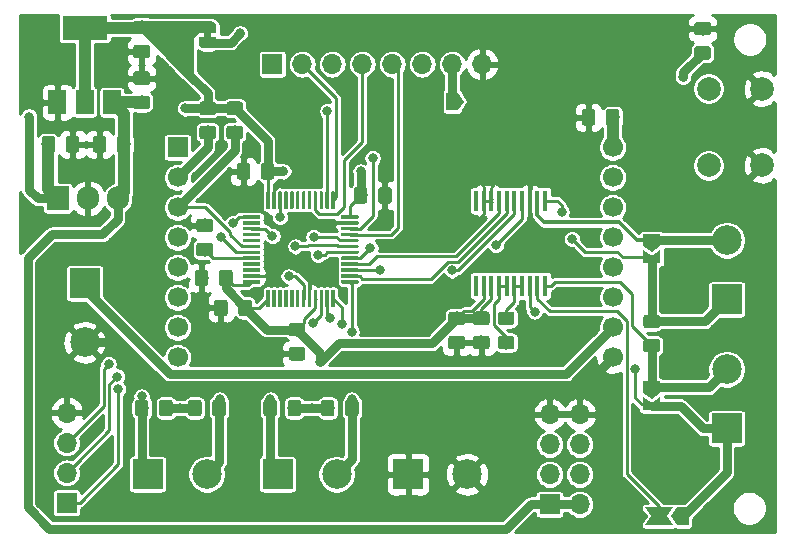
<source format=gbr>
G04 #@! TF.GenerationSoftware,KiCad,Pcbnew,5.1.2*
G04 #@! TF.CreationDate,2019-05-23T10:46:26+02:00*
G04 #@! TF.ProjectId,pcb,7063622e-6b69-4636-9164-5f7063625858,rev?*
G04 #@! TF.SameCoordinates,Original*
G04 #@! TF.FileFunction,Copper,L1,Top*
G04 #@! TF.FilePolarity,Positive*
%FSLAX46Y46*%
G04 Gerber Fmt 4.6, Leading zero omitted, Abs format (unit mm)*
G04 Created by KiCad (PCBNEW 5.1.2) date 2019-05-23 10:46:26*
%MOMM*%
%LPD*%
G04 APERTURE LIST*
%ADD10C,0.100000*%
%ADD11C,2.500000*%
%ADD12R,2.500000X2.500000*%
%ADD13R,0.450000X1.750000*%
%ADD14R,1.700000X1.700000*%
%ADD15C,1.700000*%
%ADD16C,1.150000*%
%ADD17O,1.700000X1.700000*%
%ADD18C,0.300000*%
%ADD19C,2.000000*%
%ADD20R,1.905000X2.000000*%
%ADD21O,1.905000X2.000000*%
%ADD22C,0.500000*%
%ADD23R,3.800000X2.000000*%
%ADD24R,1.500000X2.000000*%
%ADD25C,0.800000*%
%ADD26C,0.750000*%
%ADD27C,0.250000*%
%ADD28C,0.500000*%
%ADD29C,1.000000*%
%ADD30C,0.350000*%
G04 APERTURE END LIST*
D10*
G36*
X106726000Y-42541000D02*
G01*
X106726000Y-42041000D01*
X106126000Y-42041000D01*
X106126000Y-42541000D01*
X106726000Y-42541000D01*
G37*
D11*
X106346000Y-79502000D03*
D12*
X101346000Y-79502000D03*
D13*
X129155000Y-63544000D03*
X129805000Y-63544000D03*
X130455000Y-63544000D03*
X131105000Y-63544000D03*
X131755000Y-63544000D03*
X132405000Y-63544000D03*
X133055000Y-63544000D03*
X133705000Y-63544000D03*
X134355000Y-63544000D03*
X135005000Y-63544000D03*
X135005000Y-56344000D03*
X134355000Y-56344000D03*
X133705000Y-56344000D03*
X133055000Y-56344000D03*
X132405000Y-56344000D03*
X131755000Y-56344000D03*
X131105000Y-56344000D03*
X130455000Y-56344000D03*
X129805000Y-56344000D03*
X129155000Y-56344000D03*
D14*
X103886000Y-51816000D03*
D15*
X103886000Y-54356000D03*
X103886000Y-56896000D03*
X103886000Y-59436000D03*
X103886000Y-61976000D03*
X103886000Y-64516000D03*
X103886000Y-67056000D03*
X103886000Y-69596000D03*
X140716000Y-69596000D03*
X140716000Y-67056000D03*
X140716000Y-64516000D03*
X140716000Y-61976000D03*
X140716000Y-59436000D03*
X140716000Y-56896000D03*
X140716000Y-54356000D03*
X140716000Y-51816000D03*
D10*
G36*
X106258505Y-62166204D02*
G01*
X106282773Y-62169804D01*
X106306572Y-62175765D01*
X106329671Y-62184030D01*
X106351850Y-62194520D01*
X106372893Y-62207132D01*
X106392599Y-62221747D01*
X106410777Y-62238223D01*
X106427253Y-62256401D01*
X106441868Y-62276107D01*
X106454480Y-62297150D01*
X106464970Y-62319329D01*
X106473235Y-62342428D01*
X106479196Y-62366227D01*
X106482796Y-62390495D01*
X106484000Y-62414999D01*
X106484000Y-63315001D01*
X106482796Y-63339505D01*
X106479196Y-63363773D01*
X106473235Y-63387572D01*
X106464970Y-63410671D01*
X106454480Y-63432850D01*
X106441868Y-63453893D01*
X106427253Y-63473599D01*
X106410777Y-63491777D01*
X106392599Y-63508253D01*
X106372893Y-63522868D01*
X106351850Y-63535480D01*
X106329671Y-63545970D01*
X106306572Y-63554235D01*
X106282773Y-63560196D01*
X106258505Y-63563796D01*
X106234001Y-63565000D01*
X105583999Y-63565000D01*
X105559495Y-63563796D01*
X105535227Y-63560196D01*
X105511428Y-63554235D01*
X105488329Y-63545970D01*
X105466150Y-63535480D01*
X105445107Y-63522868D01*
X105425401Y-63508253D01*
X105407223Y-63491777D01*
X105390747Y-63473599D01*
X105376132Y-63453893D01*
X105363520Y-63432850D01*
X105353030Y-63410671D01*
X105344765Y-63387572D01*
X105338804Y-63363773D01*
X105335204Y-63339505D01*
X105334000Y-63315001D01*
X105334000Y-62414999D01*
X105335204Y-62390495D01*
X105338804Y-62366227D01*
X105344765Y-62342428D01*
X105353030Y-62319329D01*
X105363520Y-62297150D01*
X105376132Y-62276107D01*
X105390747Y-62256401D01*
X105407223Y-62238223D01*
X105425401Y-62221747D01*
X105445107Y-62207132D01*
X105466150Y-62194520D01*
X105488329Y-62184030D01*
X105511428Y-62175765D01*
X105535227Y-62169804D01*
X105559495Y-62166204D01*
X105583999Y-62165000D01*
X106234001Y-62165000D01*
X106258505Y-62166204D01*
X106258505Y-62166204D01*
G37*
D16*
X105909000Y-62865000D03*
D10*
G36*
X108308505Y-62166204D02*
G01*
X108332773Y-62169804D01*
X108356572Y-62175765D01*
X108379671Y-62184030D01*
X108401850Y-62194520D01*
X108422893Y-62207132D01*
X108442599Y-62221747D01*
X108460777Y-62238223D01*
X108477253Y-62256401D01*
X108491868Y-62276107D01*
X108504480Y-62297150D01*
X108514970Y-62319329D01*
X108523235Y-62342428D01*
X108529196Y-62366227D01*
X108532796Y-62390495D01*
X108534000Y-62414999D01*
X108534000Y-63315001D01*
X108532796Y-63339505D01*
X108529196Y-63363773D01*
X108523235Y-63387572D01*
X108514970Y-63410671D01*
X108504480Y-63432850D01*
X108491868Y-63453893D01*
X108477253Y-63473599D01*
X108460777Y-63491777D01*
X108442599Y-63508253D01*
X108422893Y-63522868D01*
X108401850Y-63535480D01*
X108379671Y-63545970D01*
X108356572Y-63554235D01*
X108332773Y-63560196D01*
X108308505Y-63563796D01*
X108284001Y-63565000D01*
X107633999Y-63565000D01*
X107609495Y-63563796D01*
X107585227Y-63560196D01*
X107561428Y-63554235D01*
X107538329Y-63545970D01*
X107516150Y-63535480D01*
X107495107Y-63522868D01*
X107475401Y-63508253D01*
X107457223Y-63491777D01*
X107440747Y-63473599D01*
X107426132Y-63453893D01*
X107413520Y-63432850D01*
X107403030Y-63410671D01*
X107394765Y-63387572D01*
X107388804Y-63363773D01*
X107385204Y-63339505D01*
X107384000Y-63315001D01*
X107384000Y-62414999D01*
X107385204Y-62390495D01*
X107388804Y-62366227D01*
X107394765Y-62342428D01*
X107403030Y-62319329D01*
X107413520Y-62297150D01*
X107426132Y-62276107D01*
X107440747Y-62256401D01*
X107457223Y-62238223D01*
X107475401Y-62221747D01*
X107495107Y-62207132D01*
X107516150Y-62194520D01*
X107538329Y-62184030D01*
X107561428Y-62175765D01*
X107585227Y-62169804D01*
X107609495Y-62166204D01*
X107633999Y-62165000D01*
X108284001Y-62165000D01*
X108308505Y-62166204D01*
X108308505Y-62166204D01*
G37*
D16*
X107959000Y-62865000D03*
D10*
G36*
X114457005Y-66672704D02*
G01*
X114481273Y-66676304D01*
X114505072Y-66682265D01*
X114528171Y-66690530D01*
X114550350Y-66701020D01*
X114571393Y-66713632D01*
X114591099Y-66728247D01*
X114609277Y-66744723D01*
X114625753Y-66762901D01*
X114640368Y-66782607D01*
X114652980Y-66803650D01*
X114663470Y-66825829D01*
X114671735Y-66848928D01*
X114677696Y-66872727D01*
X114681296Y-66896995D01*
X114682500Y-66921499D01*
X114682500Y-67571501D01*
X114681296Y-67596005D01*
X114677696Y-67620273D01*
X114671735Y-67644072D01*
X114663470Y-67667171D01*
X114652980Y-67689350D01*
X114640368Y-67710393D01*
X114625753Y-67730099D01*
X114609277Y-67748277D01*
X114591099Y-67764753D01*
X114571393Y-67779368D01*
X114550350Y-67791980D01*
X114528171Y-67802470D01*
X114505072Y-67810735D01*
X114481273Y-67816696D01*
X114457005Y-67820296D01*
X114432501Y-67821500D01*
X113532499Y-67821500D01*
X113507995Y-67820296D01*
X113483727Y-67816696D01*
X113459928Y-67810735D01*
X113436829Y-67802470D01*
X113414650Y-67791980D01*
X113393607Y-67779368D01*
X113373901Y-67764753D01*
X113355723Y-67748277D01*
X113339247Y-67730099D01*
X113324632Y-67710393D01*
X113312020Y-67689350D01*
X113301530Y-67667171D01*
X113293265Y-67644072D01*
X113287304Y-67620273D01*
X113283704Y-67596005D01*
X113282500Y-67571501D01*
X113282500Y-66921499D01*
X113283704Y-66896995D01*
X113287304Y-66872727D01*
X113293265Y-66848928D01*
X113301530Y-66825829D01*
X113312020Y-66803650D01*
X113324632Y-66782607D01*
X113339247Y-66762901D01*
X113355723Y-66744723D01*
X113373901Y-66728247D01*
X113393607Y-66713632D01*
X113414650Y-66701020D01*
X113436829Y-66690530D01*
X113459928Y-66682265D01*
X113483727Y-66676304D01*
X113507995Y-66672704D01*
X113532499Y-66671500D01*
X114432501Y-66671500D01*
X114457005Y-66672704D01*
X114457005Y-66672704D01*
G37*
D16*
X113982500Y-67246500D03*
D10*
G36*
X114457005Y-68722704D02*
G01*
X114481273Y-68726304D01*
X114505072Y-68732265D01*
X114528171Y-68740530D01*
X114550350Y-68751020D01*
X114571393Y-68763632D01*
X114591099Y-68778247D01*
X114609277Y-68794723D01*
X114625753Y-68812901D01*
X114640368Y-68832607D01*
X114652980Y-68853650D01*
X114663470Y-68875829D01*
X114671735Y-68898928D01*
X114677696Y-68922727D01*
X114681296Y-68946995D01*
X114682500Y-68971499D01*
X114682500Y-69621501D01*
X114681296Y-69646005D01*
X114677696Y-69670273D01*
X114671735Y-69694072D01*
X114663470Y-69717171D01*
X114652980Y-69739350D01*
X114640368Y-69760393D01*
X114625753Y-69780099D01*
X114609277Y-69798277D01*
X114591099Y-69814753D01*
X114571393Y-69829368D01*
X114550350Y-69841980D01*
X114528171Y-69852470D01*
X114505072Y-69860735D01*
X114481273Y-69866696D01*
X114457005Y-69870296D01*
X114432501Y-69871500D01*
X113532499Y-69871500D01*
X113507995Y-69870296D01*
X113483727Y-69866696D01*
X113459928Y-69860735D01*
X113436829Y-69852470D01*
X113414650Y-69841980D01*
X113393607Y-69829368D01*
X113373901Y-69814753D01*
X113355723Y-69798277D01*
X113339247Y-69780099D01*
X113324632Y-69760393D01*
X113312020Y-69739350D01*
X113301530Y-69717171D01*
X113293265Y-69694072D01*
X113287304Y-69670273D01*
X113283704Y-69646005D01*
X113282500Y-69621501D01*
X113282500Y-68971499D01*
X113283704Y-68946995D01*
X113287304Y-68922727D01*
X113293265Y-68898928D01*
X113301530Y-68875829D01*
X113312020Y-68853650D01*
X113324632Y-68832607D01*
X113339247Y-68812901D01*
X113355723Y-68794723D01*
X113373901Y-68778247D01*
X113393607Y-68763632D01*
X113414650Y-68751020D01*
X113436829Y-68740530D01*
X113459928Y-68732265D01*
X113483727Y-68726304D01*
X113507995Y-68722704D01*
X113532499Y-68721500D01*
X114432501Y-68721500D01*
X114457005Y-68722704D01*
X114457005Y-68722704D01*
G37*
D16*
X113982500Y-69296500D03*
D10*
G36*
X119729505Y-55181204D02*
G01*
X119753773Y-55184804D01*
X119777572Y-55190765D01*
X119800671Y-55199030D01*
X119822850Y-55209520D01*
X119843893Y-55222132D01*
X119863599Y-55236747D01*
X119881777Y-55253223D01*
X119898253Y-55271401D01*
X119912868Y-55291107D01*
X119925480Y-55312150D01*
X119935970Y-55334329D01*
X119944235Y-55357428D01*
X119950196Y-55381227D01*
X119953796Y-55405495D01*
X119955000Y-55429999D01*
X119955000Y-56330001D01*
X119953796Y-56354505D01*
X119950196Y-56378773D01*
X119944235Y-56402572D01*
X119935970Y-56425671D01*
X119925480Y-56447850D01*
X119912868Y-56468893D01*
X119898253Y-56488599D01*
X119881777Y-56506777D01*
X119863599Y-56523253D01*
X119843893Y-56537868D01*
X119822850Y-56550480D01*
X119800671Y-56560970D01*
X119777572Y-56569235D01*
X119753773Y-56575196D01*
X119729505Y-56578796D01*
X119705001Y-56580000D01*
X119054999Y-56580000D01*
X119030495Y-56578796D01*
X119006227Y-56575196D01*
X118982428Y-56569235D01*
X118959329Y-56560970D01*
X118937150Y-56550480D01*
X118916107Y-56537868D01*
X118896401Y-56523253D01*
X118878223Y-56506777D01*
X118861747Y-56488599D01*
X118847132Y-56468893D01*
X118834520Y-56447850D01*
X118824030Y-56425671D01*
X118815765Y-56402572D01*
X118809804Y-56378773D01*
X118806204Y-56354505D01*
X118805000Y-56330001D01*
X118805000Y-55429999D01*
X118806204Y-55405495D01*
X118809804Y-55381227D01*
X118815765Y-55357428D01*
X118824030Y-55334329D01*
X118834520Y-55312150D01*
X118847132Y-55291107D01*
X118861747Y-55271401D01*
X118878223Y-55253223D01*
X118896401Y-55236747D01*
X118916107Y-55222132D01*
X118937150Y-55209520D01*
X118959329Y-55199030D01*
X118982428Y-55190765D01*
X119006227Y-55184804D01*
X119030495Y-55181204D01*
X119054999Y-55180000D01*
X119705001Y-55180000D01*
X119729505Y-55181204D01*
X119729505Y-55181204D01*
G37*
D16*
X119380000Y-55880000D03*
D10*
G36*
X121779505Y-55181204D02*
G01*
X121803773Y-55184804D01*
X121827572Y-55190765D01*
X121850671Y-55199030D01*
X121872850Y-55209520D01*
X121893893Y-55222132D01*
X121913599Y-55236747D01*
X121931777Y-55253223D01*
X121948253Y-55271401D01*
X121962868Y-55291107D01*
X121975480Y-55312150D01*
X121985970Y-55334329D01*
X121994235Y-55357428D01*
X122000196Y-55381227D01*
X122003796Y-55405495D01*
X122005000Y-55429999D01*
X122005000Y-56330001D01*
X122003796Y-56354505D01*
X122000196Y-56378773D01*
X121994235Y-56402572D01*
X121985970Y-56425671D01*
X121975480Y-56447850D01*
X121962868Y-56468893D01*
X121948253Y-56488599D01*
X121931777Y-56506777D01*
X121913599Y-56523253D01*
X121893893Y-56537868D01*
X121872850Y-56550480D01*
X121850671Y-56560970D01*
X121827572Y-56569235D01*
X121803773Y-56575196D01*
X121779505Y-56578796D01*
X121755001Y-56580000D01*
X121104999Y-56580000D01*
X121080495Y-56578796D01*
X121056227Y-56575196D01*
X121032428Y-56569235D01*
X121009329Y-56560970D01*
X120987150Y-56550480D01*
X120966107Y-56537868D01*
X120946401Y-56523253D01*
X120928223Y-56506777D01*
X120911747Y-56488599D01*
X120897132Y-56468893D01*
X120884520Y-56447850D01*
X120874030Y-56425671D01*
X120865765Y-56402572D01*
X120859804Y-56378773D01*
X120856204Y-56354505D01*
X120855000Y-56330001D01*
X120855000Y-55429999D01*
X120856204Y-55405495D01*
X120859804Y-55381227D01*
X120865765Y-55357428D01*
X120874030Y-55334329D01*
X120884520Y-55312150D01*
X120897132Y-55291107D01*
X120911747Y-55271401D01*
X120928223Y-55253223D01*
X120946401Y-55236747D01*
X120966107Y-55222132D01*
X120987150Y-55209520D01*
X121009329Y-55199030D01*
X121032428Y-55190765D01*
X121056227Y-55184804D01*
X121080495Y-55181204D01*
X121104999Y-55180000D01*
X121755001Y-55180000D01*
X121779505Y-55181204D01*
X121779505Y-55181204D01*
G37*
D16*
X121430000Y-55880000D03*
D10*
G36*
X109805505Y-53149204D02*
G01*
X109829773Y-53152804D01*
X109853572Y-53158765D01*
X109876671Y-53167030D01*
X109898850Y-53177520D01*
X109919893Y-53190132D01*
X109939599Y-53204747D01*
X109957777Y-53221223D01*
X109974253Y-53239401D01*
X109988868Y-53259107D01*
X110001480Y-53280150D01*
X110011970Y-53302329D01*
X110020235Y-53325428D01*
X110026196Y-53349227D01*
X110029796Y-53373495D01*
X110031000Y-53397999D01*
X110031000Y-54298001D01*
X110029796Y-54322505D01*
X110026196Y-54346773D01*
X110020235Y-54370572D01*
X110011970Y-54393671D01*
X110001480Y-54415850D01*
X109988868Y-54436893D01*
X109974253Y-54456599D01*
X109957777Y-54474777D01*
X109939599Y-54491253D01*
X109919893Y-54505868D01*
X109898850Y-54518480D01*
X109876671Y-54528970D01*
X109853572Y-54537235D01*
X109829773Y-54543196D01*
X109805505Y-54546796D01*
X109781001Y-54548000D01*
X109130999Y-54548000D01*
X109106495Y-54546796D01*
X109082227Y-54543196D01*
X109058428Y-54537235D01*
X109035329Y-54528970D01*
X109013150Y-54518480D01*
X108992107Y-54505868D01*
X108972401Y-54491253D01*
X108954223Y-54474777D01*
X108937747Y-54456599D01*
X108923132Y-54436893D01*
X108910520Y-54415850D01*
X108900030Y-54393671D01*
X108891765Y-54370572D01*
X108885804Y-54346773D01*
X108882204Y-54322505D01*
X108881000Y-54298001D01*
X108881000Y-53397999D01*
X108882204Y-53373495D01*
X108885804Y-53349227D01*
X108891765Y-53325428D01*
X108900030Y-53302329D01*
X108910520Y-53280150D01*
X108923132Y-53259107D01*
X108937747Y-53239401D01*
X108954223Y-53221223D01*
X108972401Y-53204747D01*
X108992107Y-53190132D01*
X109013150Y-53177520D01*
X109035329Y-53167030D01*
X109058428Y-53158765D01*
X109082227Y-53152804D01*
X109106495Y-53149204D01*
X109130999Y-53148000D01*
X109781001Y-53148000D01*
X109805505Y-53149204D01*
X109805505Y-53149204D01*
G37*
D16*
X109456000Y-53848000D03*
D10*
G36*
X111855505Y-53149204D02*
G01*
X111879773Y-53152804D01*
X111903572Y-53158765D01*
X111926671Y-53167030D01*
X111948850Y-53177520D01*
X111969893Y-53190132D01*
X111989599Y-53204747D01*
X112007777Y-53221223D01*
X112024253Y-53239401D01*
X112038868Y-53259107D01*
X112051480Y-53280150D01*
X112061970Y-53302329D01*
X112070235Y-53325428D01*
X112076196Y-53349227D01*
X112079796Y-53373495D01*
X112081000Y-53397999D01*
X112081000Y-54298001D01*
X112079796Y-54322505D01*
X112076196Y-54346773D01*
X112070235Y-54370572D01*
X112061970Y-54393671D01*
X112051480Y-54415850D01*
X112038868Y-54436893D01*
X112024253Y-54456599D01*
X112007777Y-54474777D01*
X111989599Y-54491253D01*
X111969893Y-54505868D01*
X111948850Y-54518480D01*
X111926671Y-54528970D01*
X111903572Y-54537235D01*
X111879773Y-54543196D01*
X111855505Y-54546796D01*
X111831001Y-54548000D01*
X111180999Y-54548000D01*
X111156495Y-54546796D01*
X111132227Y-54543196D01*
X111108428Y-54537235D01*
X111085329Y-54528970D01*
X111063150Y-54518480D01*
X111042107Y-54505868D01*
X111022401Y-54491253D01*
X111004223Y-54474777D01*
X110987747Y-54456599D01*
X110973132Y-54436893D01*
X110960520Y-54415850D01*
X110950030Y-54393671D01*
X110941765Y-54370572D01*
X110935804Y-54346773D01*
X110932204Y-54322505D01*
X110931000Y-54298001D01*
X110931000Y-53397999D01*
X110932204Y-53373495D01*
X110935804Y-53349227D01*
X110941765Y-53325428D01*
X110950030Y-53302329D01*
X110960520Y-53280150D01*
X110973132Y-53259107D01*
X110987747Y-53239401D01*
X111004223Y-53221223D01*
X111022401Y-53204747D01*
X111042107Y-53190132D01*
X111063150Y-53177520D01*
X111085329Y-53167030D01*
X111108428Y-53158765D01*
X111132227Y-53152804D01*
X111156495Y-53149204D01*
X111180999Y-53148000D01*
X111831001Y-53148000D01*
X111855505Y-53149204D01*
X111855505Y-53149204D01*
G37*
D16*
X111506000Y-53848000D03*
D10*
G36*
X109950505Y-64706204D02*
G01*
X109974773Y-64709804D01*
X109998572Y-64715765D01*
X110021671Y-64724030D01*
X110043850Y-64734520D01*
X110064893Y-64747132D01*
X110084599Y-64761747D01*
X110102777Y-64778223D01*
X110119253Y-64796401D01*
X110133868Y-64816107D01*
X110146480Y-64837150D01*
X110156970Y-64859329D01*
X110165235Y-64882428D01*
X110171196Y-64906227D01*
X110174796Y-64930495D01*
X110176000Y-64954999D01*
X110176000Y-65855001D01*
X110174796Y-65879505D01*
X110171196Y-65903773D01*
X110165235Y-65927572D01*
X110156970Y-65950671D01*
X110146480Y-65972850D01*
X110133868Y-65993893D01*
X110119253Y-66013599D01*
X110102777Y-66031777D01*
X110084599Y-66048253D01*
X110064893Y-66062868D01*
X110043850Y-66075480D01*
X110021671Y-66085970D01*
X109998572Y-66094235D01*
X109974773Y-66100196D01*
X109950505Y-66103796D01*
X109926001Y-66105000D01*
X109275999Y-66105000D01*
X109251495Y-66103796D01*
X109227227Y-66100196D01*
X109203428Y-66094235D01*
X109180329Y-66085970D01*
X109158150Y-66075480D01*
X109137107Y-66062868D01*
X109117401Y-66048253D01*
X109099223Y-66031777D01*
X109082747Y-66013599D01*
X109068132Y-65993893D01*
X109055520Y-65972850D01*
X109045030Y-65950671D01*
X109036765Y-65927572D01*
X109030804Y-65903773D01*
X109027204Y-65879505D01*
X109026000Y-65855001D01*
X109026000Y-64954999D01*
X109027204Y-64930495D01*
X109030804Y-64906227D01*
X109036765Y-64882428D01*
X109045030Y-64859329D01*
X109055520Y-64837150D01*
X109068132Y-64816107D01*
X109082747Y-64796401D01*
X109099223Y-64778223D01*
X109117401Y-64761747D01*
X109137107Y-64747132D01*
X109158150Y-64734520D01*
X109180329Y-64724030D01*
X109203428Y-64715765D01*
X109227227Y-64709804D01*
X109251495Y-64706204D01*
X109275999Y-64705000D01*
X109926001Y-64705000D01*
X109950505Y-64706204D01*
X109950505Y-64706204D01*
G37*
D16*
X109601000Y-65405000D03*
D10*
G36*
X107900505Y-64706204D02*
G01*
X107924773Y-64709804D01*
X107948572Y-64715765D01*
X107971671Y-64724030D01*
X107993850Y-64734520D01*
X108014893Y-64747132D01*
X108034599Y-64761747D01*
X108052777Y-64778223D01*
X108069253Y-64796401D01*
X108083868Y-64816107D01*
X108096480Y-64837150D01*
X108106970Y-64859329D01*
X108115235Y-64882428D01*
X108121196Y-64906227D01*
X108124796Y-64930495D01*
X108126000Y-64954999D01*
X108126000Y-65855001D01*
X108124796Y-65879505D01*
X108121196Y-65903773D01*
X108115235Y-65927572D01*
X108106970Y-65950671D01*
X108096480Y-65972850D01*
X108083868Y-65993893D01*
X108069253Y-66013599D01*
X108052777Y-66031777D01*
X108034599Y-66048253D01*
X108014893Y-66062868D01*
X107993850Y-66075480D01*
X107971671Y-66085970D01*
X107948572Y-66094235D01*
X107924773Y-66100196D01*
X107900505Y-66103796D01*
X107876001Y-66105000D01*
X107225999Y-66105000D01*
X107201495Y-66103796D01*
X107177227Y-66100196D01*
X107153428Y-66094235D01*
X107130329Y-66085970D01*
X107108150Y-66075480D01*
X107087107Y-66062868D01*
X107067401Y-66048253D01*
X107049223Y-66031777D01*
X107032747Y-66013599D01*
X107018132Y-65993893D01*
X107005520Y-65972850D01*
X106995030Y-65950671D01*
X106986765Y-65927572D01*
X106980804Y-65903773D01*
X106977204Y-65879505D01*
X106976000Y-65855001D01*
X106976000Y-64954999D01*
X106977204Y-64930495D01*
X106980804Y-64906227D01*
X106986765Y-64882428D01*
X106995030Y-64859329D01*
X107005520Y-64837150D01*
X107018132Y-64816107D01*
X107032747Y-64796401D01*
X107049223Y-64778223D01*
X107067401Y-64761747D01*
X107087107Y-64747132D01*
X107108150Y-64734520D01*
X107130329Y-64724030D01*
X107153428Y-64715765D01*
X107177227Y-64709804D01*
X107201495Y-64706204D01*
X107225999Y-64705000D01*
X107876001Y-64705000D01*
X107900505Y-64706204D01*
X107900505Y-64706204D01*
G37*
D16*
X107551000Y-65405000D03*
D10*
G36*
X95345505Y-50863204D02*
G01*
X95369773Y-50866804D01*
X95393572Y-50872765D01*
X95416671Y-50881030D01*
X95438850Y-50891520D01*
X95459893Y-50904132D01*
X95479599Y-50918747D01*
X95497777Y-50935223D01*
X95514253Y-50953401D01*
X95528868Y-50973107D01*
X95541480Y-50994150D01*
X95551970Y-51016329D01*
X95560235Y-51039428D01*
X95566196Y-51063227D01*
X95569796Y-51087495D01*
X95571000Y-51111999D01*
X95571000Y-52012001D01*
X95569796Y-52036505D01*
X95566196Y-52060773D01*
X95560235Y-52084572D01*
X95551970Y-52107671D01*
X95541480Y-52129850D01*
X95528868Y-52150893D01*
X95514253Y-52170599D01*
X95497777Y-52188777D01*
X95479599Y-52205253D01*
X95459893Y-52219868D01*
X95438850Y-52232480D01*
X95416671Y-52242970D01*
X95393572Y-52251235D01*
X95369773Y-52257196D01*
X95345505Y-52260796D01*
X95321001Y-52262000D01*
X94670999Y-52262000D01*
X94646495Y-52260796D01*
X94622227Y-52257196D01*
X94598428Y-52251235D01*
X94575329Y-52242970D01*
X94553150Y-52232480D01*
X94532107Y-52219868D01*
X94512401Y-52205253D01*
X94494223Y-52188777D01*
X94477747Y-52170599D01*
X94463132Y-52150893D01*
X94450520Y-52129850D01*
X94440030Y-52107671D01*
X94431765Y-52084572D01*
X94425804Y-52060773D01*
X94422204Y-52036505D01*
X94421000Y-52012001D01*
X94421000Y-51111999D01*
X94422204Y-51087495D01*
X94425804Y-51063227D01*
X94431765Y-51039428D01*
X94440030Y-51016329D01*
X94450520Y-50994150D01*
X94463132Y-50973107D01*
X94477747Y-50953401D01*
X94494223Y-50935223D01*
X94512401Y-50918747D01*
X94532107Y-50904132D01*
X94553150Y-50891520D01*
X94575329Y-50881030D01*
X94598428Y-50872765D01*
X94622227Y-50866804D01*
X94646495Y-50863204D01*
X94670999Y-50862000D01*
X95321001Y-50862000D01*
X95345505Y-50863204D01*
X95345505Y-50863204D01*
G37*
D16*
X94996000Y-51562000D03*
D10*
G36*
X93295505Y-50863204D02*
G01*
X93319773Y-50866804D01*
X93343572Y-50872765D01*
X93366671Y-50881030D01*
X93388850Y-50891520D01*
X93409893Y-50904132D01*
X93429599Y-50918747D01*
X93447777Y-50935223D01*
X93464253Y-50953401D01*
X93478868Y-50973107D01*
X93491480Y-50994150D01*
X93501970Y-51016329D01*
X93510235Y-51039428D01*
X93516196Y-51063227D01*
X93519796Y-51087495D01*
X93521000Y-51111999D01*
X93521000Y-52012001D01*
X93519796Y-52036505D01*
X93516196Y-52060773D01*
X93510235Y-52084572D01*
X93501970Y-52107671D01*
X93491480Y-52129850D01*
X93478868Y-52150893D01*
X93464253Y-52170599D01*
X93447777Y-52188777D01*
X93429599Y-52205253D01*
X93409893Y-52219868D01*
X93388850Y-52232480D01*
X93366671Y-52242970D01*
X93343572Y-52251235D01*
X93319773Y-52257196D01*
X93295505Y-52260796D01*
X93271001Y-52262000D01*
X92620999Y-52262000D01*
X92596495Y-52260796D01*
X92572227Y-52257196D01*
X92548428Y-52251235D01*
X92525329Y-52242970D01*
X92503150Y-52232480D01*
X92482107Y-52219868D01*
X92462401Y-52205253D01*
X92444223Y-52188777D01*
X92427747Y-52170599D01*
X92413132Y-52150893D01*
X92400520Y-52129850D01*
X92390030Y-52107671D01*
X92381765Y-52084572D01*
X92375804Y-52060773D01*
X92372204Y-52036505D01*
X92371000Y-52012001D01*
X92371000Y-51111999D01*
X92372204Y-51087495D01*
X92375804Y-51063227D01*
X92381765Y-51039428D01*
X92390030Y-51016329D01*
X92400520Y-50994150D01*
X92413132Y-50973107D01*
X92427747Y-50953401D01*
X92444223Y-50935223D01*
X92462401Y-50918747D01*
X92482107Y-50904132D01*
X92503150Y-50891520D01*
X92525329Y-50881030D01*
X92548428Y-50872765D01*
X92572227Y-50866804D01*
X92596495Y-50863204D01*
X92620999Y-50862000D01*
X93271001Y-50862000D01*
X93295505Y-50863204D01*
X93295505Y-50863204D01*
G37*
D16*
X92946000Y-51562000D03*
D10*
G36*
X139015505Y-48577204D02*
G01*
X139039773Y-48580804D01*
X139063572Y-48586765D01*
X139086671Y-48595030D01*
X139108850Y-48605520D01*
X139129893Y-48618132D01*
X139149599Y-48632747D01*
X139167777Y-48649223D01*
X139184253Y-48667401D01*
X139198868Y-48687107D01*
X139211480Y-48708150D01*
X139221970Y-48730329D01*
X139230235Y-48753428D01*
X139236196Y-48777227D01*
X139239796Y-48801495D01*
X139241000Y-48825999D01*
X139241000Y-49726001D01*
X139239796Y-49750505D01*
X139236196Y-49774773D01*
X139230235Y-49798572D01*
X139221970Y-49821671D01*
X139211480Y-49843850D01*
X139198868Y-49864893D01*
X139184253Y-49884599D01*
X139167777Y-49902777D01*
X139149599Y-49919253D01*
X139129893Y-49933868D01*
X139108850Y-49946480D01*
X139086671Y-49956970D01*
X139063572Y-49965235D01*
X139039773Y-49971196D01*
X139015505Y-49974796D01*
X138991001Y-49976000D01*
X138340999Y-49976000D01*
X138316495Y-49974796D01*
X138292227Y-49971196D01*
X138268428Y-49965235D01*
X138245329Y-49956970D01*
X138223150Y-49946480D01*
X138202107Y-49933868D01*
X138182401Y-49919253D01*
X138164223Y-49902777D01*
X138147747Y-49884599D01*
X138133132Y-49864893D01*
X138120520Y-49843850D01*
X138110030Y-49821671D01*
X138101765Y-49798572D01*
X138095804Y-49774773D01*
X138092204Y-49750505D01*
X138091000Y-49726001D01*
X138091000Y-48825999D01*
X138092204Y-48801495D01*
X138095804Y-48777227D01*
X138101765Y-48753428D01*
X138110030Y-48730329D01*
X138120520Y-48708150D01*
X138133132Y-48687107D01*
X138147747Y-48667401D01*
X138164223Y-48649223D01*
X138182401Y-48632747D01*
X138202107Y-48618132D01*
X138223150Y-48605520D01*
X138245329Y-48595030D01*
X138268428Y-48586765D01*
X138292227Y-48580804D01*
X138316495Y-48577204D01*
X138340999Y-48576000D01*
X138991001Y-48576000D01*
X139015505Y-48577204D01*
X139015505Y-48577204D01*
G37*
D16*
X138666000Y-49276000D03*
D10*
G36*
X141065505Y-48577204D02*
G01*
X141089773Y-48580804D01*
X141113572Y-48586765D01*
X141136671Y-48595030D01*
X141158850Y-48605520D01*
X141179893Y-48618132D01*
X141199599Y-48632747D01*
X141217777Y-48649223D01*
X141234253Y-48667401D01*
X141248868Y-48687107D01*
X141261480Y-48708150D01*
X141271970Y-48730329D01*
X141280235Y-48753428D01*
X141286196Y-48777227D01*
X141289796Y-48801495D01*
X141291000Y-48825999D01*
X141291000Y-49726001D01*
X141289796Y-49750505D01*
X141286196Y-49774773D01*
X141280235Y-49798572D01*
X141271970Y-49821671D01*
X141261480Y-49843850D01*
X141248868Y-49864893D01*
X141234253Y-49884599D01*
X141217777Y-49902777D01*
X141199599Y-49919253D01*
X141179893Y-49933868D01*
X141158850Y-49946480D01*
X141136671Y-49956970D01*
X141113572Y-49965235D01*
X141089773Y-49971196D01*
X141065505Y-49974796D01*
X141041001Y-49976000D01*
X140390999Y-49976000D01*
X140366495Y-49974796D01*
X140342227Y-49971196D01*
X140318428Y-49965235D01*
X140295329Y-49956970D01*
X140273150Y-49946480D01*
X140252107Y-49933868D01*
X140232401Y-49919253D01*
X140214223Y-49902777D01*
X140197747Y-49884599D01*
X140183132Y-49864893D01*
X140170520Y-49843850D01*
X140160030Y-49821671D01*
X140151765Y-49798572D01*
X140145804Y-49774773D01*
X140142204Y-49750505D01*
X140141000Y-49726001D01*
X140141000Y-48825999D01*
X140142204Y-48801495D01*
X140145804Y-48777227D01*
X140151765Y-48753428D01*
X140160030Y-48730329D01*
X140170520Y-48708150D01*
X140183132Y-48687107D01*
X140197747Y-48667401D01*
X140214223Y-48649223D01*
X140232401Y-48632747D01*
X140252107Y-48618132D01*
X140273150Y-48605520D01*
X140295329Y-48595030D01*
X140318428Y-48586765D01*
X140342227Y-48580804D01*
X140366495Y-48577204D01*
X140390999Y-48576000D01*
X141041001Y-48576000D01*
X141065505Y-48577204D01*
X141065505Y-48577204D01*
G37*
D16*
X140716000Y-49276000D03*
D10*
G36*
X99663505Y-50863204D02*
G01*
X99687773Y-50866804D01*
X99711572Y-50872765D01*
X99734671Y-50881030D01*
X99756850Y-50891520D01*
X99777893Y-50904132D01*
X99797599Y-50918747D01*
X99815777Y-50935223D01*
X99832253Y-50953401D01*
X99846868Y-50973107D01*
X99859480Y-50994150D01*
X99869970Y-51016329D01*
X99878235Y-51039428D01*
X99884196Y-51063227D01*
X99887796Y-51087495D01*
X99889000Y-51111999D01*
X99889000Y-52012001D01*
X99887796Y-52036505D01*
X99884196Y-52060773D01*
X99878235Y-52084572D01*
X99869970Y-52107671D01*
X99859480Y-52129850D01*
X99846868Y-52150893D01*
X99832253Y-52170599D01*
X99815777Y-52188777D01*
X99797599Y-52205253D01*
X99777893Y-52219868D01*
X99756850Y-52232480D01*
X99734671Y-52242970D01*
X99711572Y-52251235D01*
X99687773Y-52257196D01*
X99663505Y-52260796D01*
X99639001Y-52262000D01*
X98988999Y-52262000D01*
X98964495Y-52260796D01*
X98940227Y-52257196D01*
X98916428Y-52251235D01*
X98893329Y-52242970D01*
X98871150Y-52232480D01*
X98850107Y-52219868D01*
X98830401Y-52205253D01*
X98812223Y-52188777D01*
X98795747Y-52170599D01*
X98781132Y-52150893D01*
X98768520Y-52129850D01*
X98758030Y-52107671D01*
X98749765Y-52084572D01*
X98743804Y-52060773D01*
X98740204Y-52036505D01*
X98739000Y-52012001D01*
X98739000Y-51111999D01*
X98740204Y-51087495D01*
X98743804Y-51063227D01*
X98749765Y-51039428D01*
X98758030Y-51016329D01*
X98768520Y-50994150D01*
X98781132Y-50973107D01*
X98795747Y-50953401D01*
X98812223Y-50935223D01*
X98830401Y-50918747D01*
X98850107Y-50904132D01*
X98871150Y-50891520D01*
X98893329Y-50881030D01*
X98916428Y-50872765D01*
X98940227Y-50866804D01*
X98964495Y-50863204D01*
X98988999Y-50862000D01*
X99639001Y-50862000D01*
X99663505Y-50863204D01*
X99663505Y-50863204D01*
G37*
D16*
X99314000Y-51562000D03*
D10*
G36*
X97613505Y-50863204D02*
G01*
X97637773Y-50866804D01*
X97661572Y-50872765D01*
X97684671Y-50881030D01*
X97706850Y-50891520D01*
X97727893Y-50904132D01*
X97747599Y-50918747D01*
X97765777Y-50935223D01*
X97782253Y-50953401D01*
X97796868Y-50973107D01*
X97809480Y-50994150D01*
X97819970Y-51016329D01*
X97828235Y-51039428D01*
X97834196Y-51063227D01*
X97837796Y-51087495D01*
X97839000Y-51111999D01*
X97839000Y-52012001D01*
X97837796Y-52036505D01*
X97834196Y-52060773D01*
X97828235Y-52084572D01*
X97819970Y-52107671D01*
X97809480Y-52129850D01*
X97796868Y-52150893D01*
X97782253Y-52170599D01*
X97765777Y-52188777D01*
X97747599Y-52205253D01*
X97727893Y-52219868D01*
X97706850Y-52232480D01*
X97684671Y-52242970D01*
X97661572Y-52251235D01*
X97637773Y-52257196D01*
X97613505Y-52260796D01*
X97589001Y-52262000D01*
X96938999Y-52262000D01*
X96914495Y-52260796D01*
X96890227Y-52257196D01*
X96866428Y-52251235D01*
X96843329Y-52242970D01*
X96821150Y-52232480D01*
X96800107Y-52219868D01*
X96780401Y-52205253D01*
X96762223Y-52188777D01*
X96745747Y-52170599D01*
X96731132Y-52150893D01*
X96718520Y-52129850D01*
X96708030Y-52107671D01*
X96699765Y-52084572D01*
X96693804Y-52060773D01*
X96690204Y-52036505D01*
X96689000Y-52012001D01*
X96689000Y-51111999D01*
X96690204Y-51087495D01*
X96693804Y-51063227D01*
X96699765Y-51039428D01*
X96708030Y-51016329D01*
X96718520Y-50994150D01*
X96731132Y-50973107D01*
X96745747Y-50953401D01*
X96762223Y-50935223D01*
X96780401Y-50918747D01*
X96800107Y-50904132D01*
X96821150Y-50891520D01*
X96843329Y-50881030D01*
X96866428Y-50872765D01*
X96890227Y-50866804D01*
X96914495Y-50863204D01*
X96938999Y-50862000D01*
X97589001Y-50862000D01*
X97613505Y-50863204D01*
X97613505Y-50863204D01*
G37*
D16*
X97264000Y-51562000D03*
D10*
G36*
X127982505Y-67770204D02*
G01*
X128006773Y-67773804D01*
X128030572Y-67779765D01*
X128053671Y-67788030D01*
X128075850Y-67798520D01*
X128096893Y-67811132D01*
X128116599Y-67825747D01*
X128134777Y-67842223D01*
X128151253Y-67860401D01*
X128165868Y-67880107D01*
X128178480Y-67901150D01*
X128188970Y-67923329D01*
X128197235Y-67946428D01*
X128203196Y-67970227D01*
X128206796Y-67994495D01*
X128208000Y-68018999D01*
X128208000Y-68669001D01*
X128206796Y-68693505D01*
X128203196Y-68717773D01*
X128197235Y-68741572D01*
X128188970Y-68764671D01*
X128178480Y-68786850D01*
X128165868Y-68807893D01*
X128151253Y-68827599D01*
X128134777Y-68845777D01*
X128116599Y-68862253D01*
X128096893Y-68876868D01*
X128075850Y-68889480D01*
X128053671Y-68899970D01*
X128030572Y-68908235D01*
X128006773Y-68914196D01*
X127982505Y-68917796D01*
X127958001Y-68919000D01*
X127057999Y-68919000D01*
X127033495Y-68917796D01*
X127009227Y-68914196D01*
X126985428Y-68908235D01*
X126962329Y-68899970D01*
X126940150Y-68889480D01*
X126919107Y-68876868D01*
X126899401Y-68862253D01*
X126881223Y-68845777D01*
X126864747Y-68827599D01*
X126850132Y-68807893D01*
X126837520Y-68786850D01*
X126827030Y-68764671D01*
X126818765Y-68741572D01*
X126812804Y-68717773D01*
X126809204Y-68693505D01*
X126808000Y-68669001D01*
X126808000Y-68018999D01*
X126809204Y-67994495D01*
X126812804Y-67970227D01*
X126818765Y-67946428D01*
X126827030Y-67923329D01*
X126837520Y-67901150D01*
X126850132Y-67880107D01*
X126864747Y-67860401D01*
X126881223Y-67842223D01*
X126899401Y-67825747D01*
X126919107Y-67811132D01*
X126940150Y-67798520D01*
X126962329Y-67788030D01*
X126985428Y-67779765D01*
X127009227Y-67773804D01*
X127033495Y-67770204D01*
X127057999Y-67769000D01*
X127958001Y-67769000D01*
X127982505Y-67770204D01*
X127982505Y-67770204D01*
G37*
D16*
X127508000Y-68344000D03*
D10*
G36*
X127982505Y-65720204D02*
G01*
X128006773Y-65723804D01*
X128030572Y-65729765D01*
X128053671Y-65738030D01*
X128075850Y-65748520D01*
X128096893Y-65761132D01*
X128116599Y-65775747D01*
X128134777Y-65792223D01*
X128151253Y-65810401D01*
X128165868Y-65830107D01*
X128178480Y-65851150D01*
X128188970Y-65873329D01*
X128197235Y-65896428D01*
X128203196Y-65920227D01*
X128206796Y-65944495D01*
X128208000Y-65968999D01*
X128208000Y-66619001D01*
X128206796Y-66643505D01*
X128203196Y-66667773D01*
X128197235Y-66691572D01*
X128188970Y-66714671D01*
X128178480Y-66736850D01*
X128165868Y-66757893D01*
X128151253Y-66777599D01*
X128134777Y-66795777D01*
X128116599Y-66812253D01*
X128096893Y-66826868D01*
X128075850Y-66839480D01*
X128053671Y-66849970D01*
X128030572Y-66858235D01*
X128006773Y-66864196D01*
X127982505Y-66867796D01*
X127958001Y-66869000D01*
X127057999Y-66869000D01*
X127033495Y-66867796D01*
X127009227Y-66864196D01*
X126985428Y-66858235D01*
X126962329Y-66849970D01*
X126940150Y-66839480D01*
X126919107Y-66826868D01*
X126899401Y-66812253D01*
X126881223Y-66795777D01*
X126864747Y-66777599D01*
X126850132Y-66757893D01*
X126837520Y-66736850D01*
X126827030Y-66714671D01*
X126818765Y-66691572D01*
X126812804Y-66667773D01*
X126809204Y-66643505D01*
X126808000Y-66619001D01*
X126808000Y-65968999D01*
X126809204Y-65944495D01*
X126812804Y-65920227D01*
X126818765Y-65896428D01*
X126827030Y-65873329D01*
X126837520Y-65851150D01*
X126850132Y-65830107D01*
X126864747Y-65810401D01*
X126881223Y-65792223D01*
X126899401Y-65775747D01*
X126919107Y-65761132D01*
X126940150Y-65748520D01*
X126962329Y-65738030D01*
X126985428Y-65729765D01*
X127009227Y-65723804D01*
X127033495Y-65720204D01*
X127057999Y-65719000D01*
X127958001Y-65719000D01*
X127982505Y-65720204D01*
X127982505Y-65720204D01*
G37*
D16*
X127508000Y-66294000D03*
D10*
G36*
X130078005Y-65711204D02*
G01*
X130102273Y-65714804D01*
X130126072Y-65720765D01*
X130149171Y-65729030D01*
X130171350Y-65739520D01*
X130192393Y-65752132D01*
X130212099Y-65766747D01*
X130230277Y-65783223D01*
X130246753Y-65801401D01*
X130261368Y-65821107D01*
X130273980Y-65842150D01*
X130284470Y-65864329D01*
X130292735Y-65887428D01*
X130298696Y-65911227D01*
X130302296Y-65935495D01*
X130303500Y-65959999D01*
X130303500Y-66610001D01*
X130302296Y-66634505D01*
X130298696Y-66658773D01*
X130292735Y-66682572D01*
X130284470Y-66705671D01*
X130273980Y-66727850D01*
X130261368Y-66748893D01*
X130246753Y-66768599D01*
X130230277Y-66786777D01*
X130212099Y-66803253D01*
X130192393Y-66817868D01*
X130171350Y-66830480D01*
X130149171Y-66840970D01*
X130126072Y-66849235D01*
X130102273Y-66855196D01*
X130078005Y-66858796D01*
X130053501Y-66860000D01*
X129153499Y-66860000D01*
X129128995Y-66858796D01*
X129104727Y-66855196D01*
X129080928Y-66849235D01*
X129057829Y-66840970D01*
X129035650Y-66830480D01*
X129014607Y-66817868D01*
X128994901Y-66803253D01*
X128976723Y-66786777D01*
X128960247Y-66768599D01*
X128945632Y-66748893D01*
X128933020Y-66727850D01*
X128922530Y-66705671D01*
X128914265Y-66682572D01*
X128908304Y-66658773D01*
X128904704Y-66634505D01*
X128903500Y-66610001D01*
X128903500Y-65959999D01*
X128904704Y-65935495D01*
X128908304Y-65911227D01*
X128914265Y-65887428D01*
X128922530Y-65864329D01*
X128933020Y-65842150D01*
X128945632Y-65821107D01*
X128960247Y-65801401D01*
X128976723Y-65783223D01*
X128994901Y-65766747D01*
X129014607Y-65752132D01*
X129035650Y-65739520D01*
X129057829Y-65729030D01*
X129080928Y-65720765D01*
X129104727Y-65714804D01*
X129128995Y-65711204D01*
X129153499Y-65710000D01*
X130053501Y-65710000D01*
X130078005Y-65711204D01*
X130078005Y-65711204D01*
G37*
D16*
X129603500Y-66285000D03*
D10*
G36*
X130078005Y-67761204D02*
G01*
X130102273Y-67764804D01*
X130126072Y-67770765D01*
X130149171Y-67779030D01*
X130171350Y-67789520D01*
X130192393Y-67802132D01*
X130212099Y-67816747D01*
X130230277Y-67833223D01*
X130246753Y-67851401D01*
X130261368Y-67871107D01*
X130273980Y-67892150D01*
X130284470Y-67914329D01*
X130292735Y-67937428D01*
X130298696Y-67961227D01*
X130302296Y-67985495D01*
X130303500Y-68009999D01*
X130303500Y-68660001D01*
X130302296Y-68684505D01*
X130298696Y-68708773D01*
X130292735Y-68732572D01*
X130284470Y-68755671D01*
X130273980Y-68777850D01*
X130261368Y-68798893D01*
X130246753Y-68818599D01*
X130230277Y-68836777D01*
X130212099Y-68853253D01*
X130192393Y-68867868D01*
X130171350Y-68880480D01*
X130149171Y-68890970D01*
X130126072Y-68899235D01*
X130102273Y-68905196D01*
X130078005Y-68908796D01*
X130053501Y-68910000D01*
X129153499Y-68910000D01*
X129128995Y-68908796D01*
X129104727Y-68905196D01*
X129080928Y-68899235D01*
X129057829Y-68890970D01*
X129035650Y-68880480D01*
X129014607Y-68867868D01*
X128994901Y-68853253D01*
X128976723Y-68836777D01*
X128960247Y-68818599D01*
X128945632Y-68798893D01*
X128933020Y-68777850D01*
X128922530Y-68755671D01*
X128914265Y-68732572D01*
X128908304Y-68708773D01*
X128904704Y-68684505D01*
X128903500Y-68660001D01*
X128903500Y-68009999D01*
X128904704Y-67985495D01*
X128908304Y-67961227D01*
X128914265Y-67937428D01*
X128922530Y-67914329D01*
X128933020Y-67892150D01*
X128945632Y-67871107D01*
X128960247Y-67851401D01*
X128976723Y-67833223D01*
X128994901Y-67816747D01*
X129014607Y-67802132D01*
X129035650Y-67789520D01*
X129057829Y-67779030D01*
X129080928Y-67770765D01*
X129104727Y-67764804D01*
X129128995Y-67761204D01*
X129153499Y-67760000D01*
X130053501Y-67760000D01*
X130078005Y-67761204D01*
X130078005Y-67761204D01*
G37*
D16*
X129603500Y-68335000D03*
D10*
G36*
X144492505Y-68024204D02*
G01*
X144516773Y-68027804D01*
X144540572Y-68033765D01*
X144563671Y-68042030D01*
X144585850Y-68052520D01*
X144606893Y-68065132D01*
X144626599Y-68079747D01*
X144644777Y-68096223D01*
X144661253Y-68114401D01*
X144675868Y-68134107D01*
X144688480Y-68155150D01*
X144698970Y-68177329D01*
X144707235Y-68200428D01*
X144713196Y-68224227D01*
X144716796Y-68248495D01*
X144718000Y-68272999D01*
X144718000Y-68923001D01*
X144716796Y-68947505D01*
X144713196Y-68971773D01*
X144707235Y-68995572D01*
X144698970Y-69018671D01*
X144688480Y-69040850D01*
X144675868Y-69061893D01*
X144661253Y-69081599D01*
X144644777Y-69099777D01*
X144626599Y-69116253D01*
X144606893Y-69130868D01*
X144585850Y-69143480D01*
X144563671Y-69153970D01*
X144540572Y-69162235D01*
X144516773Y-69168196D01*
X144492505Y-69171796D01*
X144468001Y-69173000D01*
X143567999Y-69173000D01*
X143543495Y-69171796D01*
X143519227Y-69168196D01*
X143495428Y-69162235D01*
X143472329Y-69153970D01*
X143450150Y-69143480D01*
X143429107Y-69130868D01*
X143409401Y-69116253D01*
X143391223Y-69099777D01*
X143374747Y-69081599D01*
X143360132Y-69061893D01*
X143347520Y-69040850D01*
X143337030Y-69018671D01*
X143328765Y-68995572D01*
X143322804Y-68971773D01*
X143319204Y-68947505D01*
X143318000Y-68923001D01*
X143318000Y-68272999D01*
X143319204Y-68248495D01*
X143322804Y-68224227D01*
X143328765Y-68200428D01*
X143337030Y-68177329D01*
X143347520Y-68155150D01*
X143360132Y-68134107D01*
X143374747Y-68114401D01*
X143391223Y-68096223D01*
X143409401Y-68079747D01*
X143429107Y-68065132D01*
X143450150Y-68052520D01*
X143472329Y-68042030D01*
X143495428Y-68033765D01*
X143519227Y-68027804D01*
X143543495Y-68024204D01*
X143567999Y-68023000D01*
X144468001Y-68023000D01*
X144492505Y-68024204D01*
X144492505Y-68024204D01*
G37*
D16*
X144018000Y-68598000D03*
D10*
G36*
X144492505Y-65974204D02*
G01*
X144516773Y-65977804D01*
X144540572Y-65983765D01*
X144563671Y-65992030D01*
X144585850Y-66002520D01*
X144606893Y-66015132D01*
X144626599Y-66029747D01*
X144644777Y-66046223D01*
X144661253Y-66064401D01*
X144675868Y-66084107D01*
X144688480Y-66105150D01*
X144698970Y-66127329D01*
X144707235Y-66150428D01*
X144713196Y-66174227D01*
X144716796Y-66198495D01*
X144718000Y-66222999D01*
X144718000Y-66873001D01*
X144716796Y-66897505D01*
X144713196Y-66921773D01*
X144707235Y-66945572D01*
X144698970Y-66968671D01*
X144688480Y-66990850D01*
X144675868Y-67011893D01*
X144661253Y-67031599D01*
X144644777Y-67049777D01*
X144626599Y-67066253D01*
X144606893Y-67080868D01*
X144585850Y-67093480D01*
X144563671Y-67103970D01*
X144540572Y-67112235D01*
X144516773Y-67118196D01*
X144492505Y-67121796D01*
X144468001Y-67123000D01*
X143567999Y-67123000D01*
X143543495Y-67121796D01*
X143519227Y-67118196D01*
X143495428Y-67112235D01*
X143472329Y-67103970D01*
X143450150Y-67093480D01*
X143429107Y-67080868D01*
X143409401Y-67066253D01*
X143391223Y-67049777D01*
X143374747Y-67031599D01*
X143360132Y-67011893D01*
X143347520Y-66990850D01*
X143337030Y-66968671D01*
X143328765Y-66945572D01*
X143322804Y-66921773D01*
X143319204Y-66897505D01*
X143318000Y-66873001D01*
X143318000Y-66222999D01*
X143319204Y-66198495D01*
X143322804Y-66174227D01*
X143328765Y-66150428D01*
X143337030Y-66127329D01*
X143347520Y-66105150D01*
X143360132Y-66084107D01*
X143374747Y-66064401D01*
X143391223Y-66046223D01*
X143409401Y-66029747D01*
X143429107Y-66015132D01*
X143450150Y-66002520D01*
X143472329Y-65992030D01*
X143495428Y-65983765D01*
X143519227Y-65977804D01*
X143543495Y-65974204D01*
X143567999Y-65973000D01*
X144468001Y-65973000D01*
X144492505Y-65974204D01*
X144492505Y-65974204D01*
G37*
D16*
X144018000Y-66548000D03*
D10*
G36*
X148810505Y-41191204D02*
G01*
X148834773Y-41194804D01*
X148858572Y-41200765D01*
X148881671Y-41209030D01*
X148903850Y-41219520D01*
X148924893Y-41232132D01*
X148944599Y-41246747D01*
X148962777Y-41263223D01*
X148979253Y-41281401D01*
X148993868Y-41301107D01*
X149006480Y-41322150D01*
X149016970Y-41344329D01*
X149025235Y-41367428D01*
X149031196Y-41391227D01*
X149034796Y-41415495D01*
X149036000Y-41439999D01*
X149036000Y-42090001D01*
X149034796Y-42114505D01*
X149031196Y-42138773D01*
X149025235Y-42162572D01*
X149016970Y-42185671D01*
X149006480Y-42207850D01*
X148993868Y-42228893D01*
X148979253Y-42248599D01*
X148962777Y-42266777D01*
X148944599Y-42283253D01*
X148924893Y-42297868D01*
X148903850Y-42310480D01*
X148881671Y-42320970D01*
X148858572Y-42329235D01*
X148834773Y-42335196D01*
X148810505Y-42338796D01*
X148786001Y-42340000D01*
X147885999Y-42340000D01*
X147861495Y-42338796D01*
X147837227Y-42335196D01*
X147813428Y-42329235D01*
X147790329Y-42320970D01*
X147768150Y-42310480D01*
X147747107Y-42297868D01*
X147727401Y-42283253D01*
X147709223Y-42266777D01*
X147692747Y-42248599D01*
X147678132Y-42228893D01*
X147665520Y-42207850D01*
X147655030Y-42185671D01*
X147646765Y-42162572D01*
X147640804Y-42138773D01*
X147637204Y-42114505D01*
X147636000Y-42090001D01*
X147636000Y-41439999D01*
X147637204Y-41415495D01*
X147640804Y-41391227D01*
X147646765Y-41367428D01*
X147655030Y-41344329D01*
X147665520Y-41322150D01*
X147678132Y-41301107D01*
X147692747Y-41281401D01*
X147709223Y-41263223D01*
X147727401Y-41246747D01*
X147747107Y-41232132D01*
X147768150Y-41219520D01*
X147790329Y-41209030D01*
X147813428Y-41200765D01*
X147837227Y-41194804D01*
X147861495Y-41191204D01*
X147885999Y-41190000D01*
X148786001Y-41190000D01*
X148810505Y-41191204D01*
X148810505Y-41191204D01*
G37*
D16*
X148336000Y-41765000D03*
D10*
G36*
X148810505Y-43241204D02*
G01*
X148834773Y-43244804D01*
X148858572Y-43250765D01*
X148881671Y-43259030D01*
X148903850Y-43269520D01*
X148924893Y-43282132D01*
X148944599Y-43296747D01*
X148962777Y-43313223D01*
X148979253Y-43331401D01*
X148993868Y-43351107D01*
X149006480Y-43372150D01*
X149016970Y-43394329D01*
X149025235Y-43417428D01*
X149031196Y-43441227D01*
X149034796Y-43465495D01*
X149036000Y-43489999D01*
X149036000Y-44140001D01*
X149034796Y-44164505D01*
X149031196Y-44188773D01*
X149025235Y-44212572D01*
X149016970Y-44235671D01*
X149006480Y-44257850D01*
X148993868Y-44278893D01*
X148979253Y-44298599D01*
X148962777Y-44316777D01*
X148944599Y-44333253D01*
X148924893Y-44347868D01*
X148903850Y-44360480D01*
X148881671Y-44370970D01*
X148858572Y-44379235D01*
X148834773Y-44385196D01*
X148810505Y-44388796D01*
X148786001Y-44390000D01*
X147885999Y-44390000D01*
X147861495Y-44388796D01*
X147837227Y-44385196D01*
X147813428Y-44379235D01*
X147790329Y-44370970D01*
X147768150Y-44360480D01*
X147747107Y-44347868D01*
X147727401Y-44333253D01*
X147709223Y-44316777D01*
X147692747Y-44298599D01*
X147678132Y-44278893D01*
X147665520Y-44257850D01*
X147655030Y-44235671D01*
X147646765Y-44212572D01*
X147640804Y-44188773D01*
X147637204Y-44164505D01*
X147636000Y-44140001D01*
X147636000Y-43489999D01*
X147637204Y-43465495D01*
X147640804Y-43441227D01*
X147646765Y-43417428D01*
X147655030Y-43394329D01*
X147665520Y-43372150D01*
X147678132Y-43351107D01*
X147692747Y-43331401D01*
X147709223Y-43313223D01*
X147727401Y-43296747D01*
X147747107Y-43282132D01*
X147768150Y-43269520D01*
X147790329Y-43259030D01*
X147813428Y-43250765D01*
X147837227Y-43244804D01*
X147861495Y-43241204D01*
X147885999Y-43240000D01*
X148786001Y-43240000D01*
X148810505Y-43241204D01*
X148810505Y-43241204D01*
G37*
D16*
X148336000Y-43815000D03*
D14*
X94488000Y-81915000D03*
D17*
X94488000Y-79375000D03*
X94488000Y-76835000D03*
X94488000Y-74295000D03*
D14*
X111887000Y-44767500D03*
D17*
X114427000Y-44767500D03*
X116967000Y-44767500D03*
X119507000Y-44767500D03*
X122047000Y-44767500D03*
X124587000Y-44767500D03*
X127127000Y-44767500D03*
X129667000Y-44767500D03*
D18*
X146653000Y-83058000D03*
D10*
G36*
X145653000Y-83058000D02*
G01*
X146153000Y-82308000D01*
X147153000Y-82308000D01*
X147153000Y-83808000D01*
X146153000Y-83808000D01*
X145653000Y-83058000D01*
X145653000Y-83058000D01*
G37*
D18*
X144653000Y-83058000D03*
D10*
G36*
X143953000Y-83058000D02*
G01*
X143453000Y-82308000D01*
X145853000Y-82308000D01*
X145353000Y-83058000D01*
X145853000Y-83808000D01*
X143453000Y-83808000D01*
X143953000Y-83058000D01*
X143953000Y-83058000D01*
G37*
D18*
X142653000Y-83058000D03*
D10*
G36*
X143653000Y-83058000D02*
G01*
X143153000Y-83808000D01*
X142153000Y-83808000D01*
X142153000Y-82308000D01*
X143153000Y-82308000D01*
X143653000Y-83058000D01*
X143653000Y-83058000D01*
G37*
D18*
X144018000Y-73586000D03*
D10*
G36*
X143268000Y-74086000D02*
G01*
X143268000Y-72936000D01*
X144018000Y-73436000D01*
X144768000Y-72936000D01*
X144768000Y-74086000D01*
X143268000Y-74086000D01*
X143268000Y-74086000D01*
G37*
D18*
X144018000Y-72136000D03*
D10*
G36*
X144018000Y-73136000D02*
G01*
X143268000Y-72636000D01*
X143268000Y-71636000D01*
X144768000Y-71636000D01*
X144768000Y-72636000D01*
X144018000Y-73136000D01*
X144018000Y-73136000D01*
G37*
D18*
X144018000Y-59690000D03*
D10*
G36*
X144018000Y-60690000D02*
G01*
X143268000Y-60190000D01*
X143268000Y-59190000D01*
X144768000Y-59190000D01*
X144768000Y-60190000D01*
X144018000Y-60690000D01*
X144018000Y-60690000D01*
G37*
D18*
X144018000Y-61140000D03*
D10*
G36*
X143268000Y-61640000D02*
G01*
X143268000Y-60490000D01*
X144018000Y-60990000D01*
X144768000Y-60490000D01*
X144768000Y-61640000D01*
X143268000Y-61640000D01*
X143268000Y-61640000D01*
G37*
D18*
X128577000Y-47942500D03*
D10*
G36*
X129077000Y-48692500D02*
G01*
X127927000Y-48692500D01*
X128427000Y-47942500D01*
X127927000Y-47192500D01*
X129077000Y-47192500D01*
X129077000Y-48692500D01*
X129077000Y-48692500D01*
G37*
D18*
X127127000Y-47942500D03*
D10*
G36*
X128127000Y-47942500D02*
G01*
X127627000Y-48692500D01*
X126627000Y-48692500D01*
X126627000Y-47192500D01*
X127627000Y-47192500D01*
X128127000Y-47942500D01*
X128127000Y-47942500D01*
G37*
G36*
X106646505Y-59896204D02*
G01*
X106670773Y-59899804D01*
X106694572Y-59905765D01*
X106717671Y-59914030D01*
X106739850Y-59924520D01*
X106760893Y-59937132D01*
X106780599Y-59951747D01*
X106798777Y-59968223D01*
X106815253Y-59986401D01*
X106829868Y-60006107D01*
X106842480Y-60027150D01*
X106852970Y-60049329D01*
X106861235Y-60072428D01*
X106867196Y-60096227D01*
X106870796Y-60120495D01*
X106872000Y-60144999D01*
X106872000Y-60795001D01*
X106870796Y-60819505D01*
X106867196Y-60843773D01*
X106861235Y-60867572D01*
X106852970Y-60890671D01*
X106842480Y-60912850D01*
X106829868Y-60933893D01*
X106815253Y-60953599D01*
X106798777Y-60971777D01*
X106780599Y-60988253D01*
X106760893Y-61002868D01*
X106739850Y-61015480D01*
X106717671Y-61025970D01*
X106694572Y-61034235D01*
X106670773Y-61040196D01*
X106646505Y-61043796D01*
X106622001Y-61045000D01*
X105721999Y-61045000D01*
X105697495Y-61043796D01*
X105673227Y-61040196D01*
X105649428Y-61034235D01*
X105626329Y-61025970D01*
X105604150Y-61015480D01*
X105583107Y-61002868D01*
X105563401Y-60988253D01*
X105545223Y-60971777D01*
X105528747Y-60953599D01*
X105514132Y-60933893D01*
X105501520Y-60912850D01*
X105491030Y-60890671D01*
X105482765Y-60867572D01*
X105476804Y-60843773D01*
X105473204Y-60819505D01*
X105472000Y-60795001D01*
X105472000Y-60144999D01*
X105473204Y-60120495D01*
X105476804Y-60096227D01*
X105482765Y-60072428D01*
X105491030Y-60049329D01*
X105501520Y-60027150D01*
X105514132Y-60006107D01*
X105528747Y-59986401D01*
X105545223Y-59968223D01*
X105563401Y-59951747D01*
X105583107Y-59937132D01*
X105604150Y-59924520D01*
X105626329Y-59914030D01*
X105649428Y-59905765D01*
X105673227Y-59899804D01*
X105697495Y-59896204D01*
X105721999Y-59895000D01*
X106622001Y-59895000D01*
X106646505Y-59896204D01*
X106646505Y-59896204D01*
G37*
D16*
X106172000Y-60470000D03*
D10*
G36*
X106646505Y-57846204D02*
G01*
X106670773Y-57849804D01*
X106694572Y-57855765D01*
X106717671Y-57864030D01*
X106739850Y-57874520D01*
X106760893Y-57887132D01*
X106780599Y-57901747D01*
X106798777Y-57918223D01*
X106815253Y-57936401D01*
X106829868Y-57956107D01*
X106842480Y-57977150D01*
X106852970Y-57999329D01*
X106861235Y-58022428D01*
X106867196Y-58046227D01*
X106870796Y-58070495D01*
X106872000Y-58094999D01*
X106872000Y-58745001D01*
X106870796Y-58769505D01*
X106867196Y-58793773D01*
X106861235Y-58817572D01*
X106852970Y-58840671D01*
X106842480Y-58862850D01*
X106829868Y-58883893D01*
X106815253Y-58903599D01*
X106798777Y-58921777D01*
X106780599Y-58938253D01*
X106760893Y-58952868D01*
X106739850Y-58965480D01*
X106717671Y-58975970D01*
X106694572Y-58984235D01*
X106670773Y-58990196D01*
X106646505Y-58993796D01*
X106622001Y-58995000D01*
X105721999Y-58995000D01*
X105697495Y-58993796D01*
X105673227Y-58990196D01*
X105649428Y-58984235D01*
X105626329Y-58975970D01*
X105604150Y-58965480D01*
X105583107Y-58952868D01*
X105563401Y-58938253D01*
X105545223Y-58921777D01*
X105528747Y-58903599D01*
X105514132Y-58883893D01*
X105501520Y-58862850D01*
X105491030Y-58840671D01*
X105482765Y-58817572D01*
X105476804Y-58793773D01*
X105473204Y-58769505D01*
X105472000Y-58745001D01*
X105472000Y-58094999D01*
X105473204Y-58070495D01*
X105476804Y-58046227D01*
X105482765Y-58022428D01*
X105491030Y-57999329D01*
X105501520Y-57977150D01*
X105514132Y-57956107D01*
X105528747Y-57936401D01*
X105545223Y-57918223D01*
X105563401Y-57901747D01*
X105583107Y-57887132D01*
X105604150Y-57874520D01*
X105626329Y-57864030D01*
X105649428Y-57855765D01*
X105673227Y-57849804D01*
X105697495Y-57846204D01*
X105721999Y-57845000D01*
X106622001Y-57845000D01*
X106646505Y-57846204D01*
X106646505Y-57846204D01*
G37*
D16*
X106172000Y-58420000D03*
D10*
G36*
X109186505Y-47931204D02*
G01*
X109210773Y-47934804D01*
X109234572Y-47940765D01*
X109257671Y-47949030D01*
X109279850Y-47959520D01*
X109300893Y-47972132D01*
X109320599Y-47986747D01*
X109338777Y-48003223D01*
X109355253Y-48021401D01*
X109369868Y-48041107D01*
X109382480Y-48062150D01*
X109392970Y-48084329D01*
X109401235Y-48107428D01*
X109407196Y-48131227D01*
X109410796Y-48155495D01*
X109412000Y-48179999D01*
X109412000Y-48830001D01*
X109410796Y-48854505D01*
X109407196Y-48878773D01*
X109401235Y-48902572D01*
X109392970Y-48925671D01*
X109382480Y-48947850D01*
X109369868Y-48968893D01*
X109355253Y-48988599D01*
X109338777Y-49006777D01*
X109320599Y-49023253D01*
X109300893Y-49037868D01*
X109279850Y-49050480D01*
X109257671Y-49060970D01*
X109234572Y-49069235D01*
X109210773Y-49075196D01*
X109186505Y-49078796D01*
X109162001Y-49080000D01*
X108261999Y-49080000D01*
X108237495Y-49078796D01*
X108213227Y-49075196D01*
X108189428Y-49069235D01*
X108166329Y-49060970D01*
X108144150Y-49050480D01*
X108123107Y-49037868D01*
X108103401Y-49023253D01*
X108085223Y-49006777D01*
X108068747Y-48988599D01*
X108054132Y-48968893D01*
X108041520Y-48947850D01*
X108031030Y-48925671D01*
X108022765Y-48902572D01*
X108016804Y-48878773D01*
X108013204Y-48854505D01*
X108012000Y-48830001D01*
X108012000Y-48179999D01*
X108013204Y-48155495D01*
X108016804Y-48131227D01*
X108022765Y-48107428D01*
X108031030Y-48084329D01*
X108041520Y-48062150D01*
X108054132Y-48041107D01*
X108068747Y-48021401D01*
X108085223Y-48003223D01*
X108103401Y-47986747D01*
X108123107Y-47972132D01*
X108144150Y-47959520D01*
X108166329Y-47949030D01*
X108189428Y-47940765D01*
X108213227Y-47934804D01*
X108237495Y-47931204D01*
X108261999Y-47930000D01*
X109162001Y-47930000D01*
X109186505Y-47931204D01*
X109186505Y-47931204D01*
G37*
D16*
X108712000Y-48505000D03*
D10*
G36*
X109186505Y-49981204D02*
G01*
X109210773Y-49984804D01*
X109234572Y-49990765D01*
X109257671Y-49999030D01*
X109279850Y-50009520D01*
X109300893Y-50022132D01*
X109320599Y-50036747D01*
X109338777Y-50053223D01*
X109355253Y-50071401D01*
X109369868Y-50091107D01*
X109382480Y-50112150D01*
X109392970Y-50134329D01*
X109401235Y-50157428D01*
X109407196Y-50181227D01*
X109410796Y-50205495D01*
X109412000Y-50229999D01*
X109412000Y-50880001D01*
X109410796Y-50904505D01*
X109407196Y-50928773D01*
X109401235Y-50952572D01*
X109392970Y-50975671D01*
X109382480Y-50997850D01*
X109369868Y-51018893D01*
X109355253Y-51038599D01*
X109338777Y-51056777D01*
X109320599Y-51073253D01*
X109300893Y-51087868D01*
X109279850Y-51100480D01*
X109257671Y-51110970D01*
X109234572Y-51119235D01*
X109210773Y-51125196D01*
X109186505Y-51128796D01*
X109162001Y-51130000D01*
X108261999Y-51130000D01*
X108237495Y-51128796D01*
X108213227Y-51125196D01*
X108189428Y-51119235D01*
X108166329Y-51110970D01*
X108144150Y-51100480D01*
X108123107Y-51087868D01*
X108103401Y-51073253D01*
X108085223Y-51056777D01*
X108068747Y-51038599D01*
X108054132Y-51018893D01*
X108041520Y-50997850D01*
X108031030Y-50975671D01*
X108022765Y-50952572D01*
X108016804Y-50928773D01*
X108013204Y-50904505D01*
X108012000Y-50880001D01*
X108012000Y-50229999D01*
X108013204Y-50205495D01*
X108016804Y-50181227D01*
X108022765Y-50157428D01*
X108031030Y-50134329D01*
X108041520Y-50112150D01*
X108054132Y-50091107D01*
X108068747Y-50071401D01*
X108085223Y-50053223D01*
X108103401Y-50036747D01*
X108123107Y-50022132D01*
X108144150Y-50009520D01*
X108166329Y-49999030D01*
X108189428Y-49990765D01*
X108213227Y-49984804D01*
X108237495Y-49981204D01*
X108261999Y-49980000D01*
X109162001Y-49980000D01*
X109186505Y-49981204D01*
X109186505Y-49981204D01*
G37*
D16*
X108712000Y-50555000D03*
D10*
G36*
X106900505Y-49981204D02*
G01*
X106924773Y-49984804D01*
X106948572Y-49990765D01*
X106971671Y-49999030D01*
X106993850Y-50009520D01*
X107014893Y-50022132D01*
X107034599Y-50036747D01*
X107052777Y-50053223D01*
X107069253Y-50071401D01*
X107083868Y-50091107D01*
X107096480Y-50112150D01*
X107106970Y-50134329D01*
X107115235Y-50157428D01*
X107121196Y-50181227D01*
X107124796Y-50205495D01*
X107126000Y-50229999D01*
X107126000Y-50880001D01*
X107124796Y-50904505D01*
X107121196Y-50928773D01*
X107115235Y-50952572D01*
X107106970Y-50975671D01*
X107096480Y-50997850D01*
X107083868Y-51018893D01*
X107069253Y-51038599D01*
X107052777Y-51056777D01*
X107034599Y-51073253D01*
X107014893Y-51087868D01*
X106993850Y-51100480D01*
X106971671Y-51110970D01*
X106948572Y-51119235D01*
X106924773Y-51125196D01*
X106900505Y-51128796D01*
X106876001Y-51130000D01*
X105975999Y-51130000D01*
X105951495Y-51128796D01*
X105927227Y-51125196D01*
X105903428Y-51119235D01*
X105880329Y-51110970D01*
X105858150Y-51100480D01*
X105837107Y-51087868D01*
X105817401Y-51073253D01*
X105799223Y-51056777D01*
X105782747Y-51038599D01*
X105768132Y-51018893D01*
X105755520Y-50997850D01*
X105745030Y-50975671D01*
X105736765Y-50952572D01*
X105730804Y-50928773D01*
X105727204Y-50904505D01*
X105726000Y-50880001D01*
X105726000Y-50229999D01*
X105727204Y-50205495D01*
X105730804Y-50181227D01*
X105736765Y-50157428D01*
X105745030Y-50134329D01*
X105755520Y-50112150D01*
X105768132Y-50091107D01*
X105782747Y-50071401D01*
X105799223Y-50053223D01*
X105817401Y-50036747D01*
X105837107Y-50022132D01*
X105858150Y-50009520D01*
X105880329Y-49999030D01*
X105903428Y-49990765D01*
X105927227Y-49984804D01*
X105951495Y-49981204D01*
X105975999Y-49980000D01*
X106876001Y-49980000D01*
X106900505Y-49981204D01*
X106900505Y-49981204D01*
G37*
D16*
X106426000Y-50555000D03*
D10*
G36*
X106900505Y-47931204D02*
G01*
X106924773Y-47934804D01*
X106948572Y-47940765D01*
X106971671Y-47949030D01*
X106993850Y-47959520D01*
X107014893Y-47972132D01*
X107034599Y-47986747D01*
X107052777Y-48003223D01*
X107069253Y-48021401D01*
X107083868Y-48041107D01*
X107096480Y-48062150D01*
X107106970Y-48084329D01*
X107115235Y-48107428D01*
X107121196Y-48131227D01*
X107124796Y-48155495D01*
X107126000Y-48179999D01*
X107126000Y-48830001D01*
X107124796Y-48854505D01*
X107121196Y-48878773D01*
X107115235Y-48902572D01*
X107106970Y-48925671D01*
X107096480Y-48947850D01*
X107083868Y-48968893D01*
X107069253Y-48988599D01*
X107052777Y-49006777D01*
X107034599Y-49023253D01*
X107014893Y-49037868D01*
X106993850Y-49050480D01*
X106971671Y-49060970D01*
X106948572Y-49069235D01*
X106924773Y-49075196D01*
X106900505Y-49078796D01*
X106876001Y-49080000D01*
X105975999Y-49080000D01*
X105951495Y-49078796D01*
X105927227Y-49075196D01*
X105903428Y-49069235D01*
X105880329Y-49060970D01*
X105858150Y-49050480D01*
X105837107Y-49037868D01*
X105817401Y-49023253D01*
X105799223Y-49006777D01*
X105782747Y-48988599D01*
X105768132Y-48968893D01*
X105755520Y-48947850D01*
X105745030Y-48925671D01*
X105736765Y-48902572D01*
X105730804Y-48878773D01*
X105727204Y-48854505D01*
X105726000Y-48830001D01*
X105726000Y-48179999D01*
X105727204Y-48155495D01*
X105730804Y-48131227D01*
X105736765Y-48107428D01*
X105745030Y-48084329D01*
X105755520Y-48062150D01*
X105768132Y-48041107D01*
X105782747Y-48021401D01*
X105799223Y-48003223D01*
X105817401Y-47986747D01*
X105837107Y-47972132D01*
X105858150Y-47959520D01*
X105880329Y-47949030D01*
X105903428Y-47940765D01*
X105927227Y-47934804D01*
X105951495Y-47931204D01*
X105975999Y-47930000D01*
X106876001Y-47930000D01*
X106900505Y-47931204D01*
X106900505Y-47931204D01*
G37*
D16*
X106426000Y-48505000D03*
D10*
G36*
X132173505Y-65720204D02*
G01*
X132197773Y-65723804D01*
X132221572Y-65729765D01*
X132244671Y-65738030D01*
X132266850Y-65748520D01*
X132287893Y-65761132D01*
X132307599Y-65775747D01*
X132325777Y-65792223D01*
X132342253Y-65810401D01*
X132356868Y-65830107D01*
X132369480Y-65851150D01*
X132379970Y-65873329D01*
X132388235Y-65896428D01*
X132394196Y-65920227D01*
X132397796Y-65944495D01*
X132399000Y-65968999D01*
X132399000Y-66619001D01*
X132397796Y-66643505D01*
X132394196Y-66667773D01*
X132388235Y-66691572D01*
X132379970Y-66714671D01*
X132369480Y-66736850D01*
X132356868Y-66757893D01*
X132342253Y-66777599D01*
X132325777Y-66795777D01*
X132307599Y-66812253D01*
X132287893Y-66826868D01*
X132266850Y-66839480D01*
X132244671Y-66849970D01*
X132221572Y-66858235D01*
X132197773Y-66864196D01*
X132173505Y-66867796D01*
X132149001Y-66869000D01*
X131248999Y-66869000D01*
X131224495Y-66867796D01*
X131200227Y-66864196D01*
X131176428Y-66858235D01*
X131153329Y-66849970D01*
X131131150Y-66839480D01*
X131110107Y-66826868D01*
X131090401Y-66812253D01*
X131072223Y-66795777D01*
X131055747Y-66777599D01*
X131041132Y-66757893D01*
X131028520Y-66736850D01*
X131018030Y-66714671D01*
X131009765Y-66691572D01*
X131003804Y-66667773D01*
X131000204Y-66643505D01*
X130999000Y-66619001D01*
X130999000Y-65968999D01*
X131000204Y-65944495D01*
X131003804Y-65920227D01*
X131009765Y-65896428D01*
X131018030Y-65873329D01*
X131028520Y-65851150D01*
X131041132Y-65830107D01*
X131055747Y-65810401D01*
X131072223Y-65792223D01*
X131090401Y-65775747D01*
X131110107Y-65761132D01*
X131131150Y-65748520D01*
X131153329Y-65738030D01*
X131176428Y-65729765D01*
X131200227Y-65723804D01*
X131224495Y-65720204D01*
X131248999Y-65719000D01*
X132149001Y-65719000D01*
X132173505Y-65720204D01*
X132173505Y-65720204D01*
G37*
D16*
X131699000Y-66294000D03*
D10*
G36*
X132173505Y-67770204D02*
G01*
X132197773Y-67773804D01*
X132221572Y-67779765D01*
X132244671Y-67788030D01*
X132266850Y-67798520D01*
X132287893Y-67811132D01*
X132307599Y-67825747D01*
X132325777Y-67842223D01*
X132342253Y-67860401D01*
X132356868Y-67880107D01*
X132369480Y-67901150D01*
X132379970Y-67923329D01*
X132388235Y-67946428D01*
X132394196Y-67970227D01*
X132397796Y-67994495D01*
X132399000Y-68018999D01*
X132399000Y-68669001D01*
X132397796Y-68693505D01*
X132394196Y-68717773D01*
X132388235Y-68741572D01*
X132379970Y-68764671D01*
X132369480Y-68786850D01*
X132356868Y-68807893D01*
X132342253Y-68827599D01*
X132325777Y-68845777D01*
X132307599Y-68862253D01*
X132287893Y-68876868D01*
X132266850Y-68889480D01*
X132244671Y-68899970D01*
X132221572Y-68908235D01*
X132197773Y-68914196D01*
X132173505Y-68917796D01*
X132149001Y-68919000D01*
X131248999Y-68919000D01*
X131224495Y-68917796D01*
X131200227Y-68914196D01*
X131176428Y-68908235D01*
X131153329Y-68899970D01*
X131131150Y-68889480D01*
X131110107Y-68876868D01*
X131090401Y-68862253D01*
X131072223Y-68845777D01*
X131055747Y-68827599D01*
X131041132Y-68807893D01*
X131028520Y-68786850D01*
X131018030Y-68764671D01*
X131009765Y-68741572D01*
X131003804Y-68717773D01*
X131000204Y-68693505D01*
X130999000Y-68669001D01*
X130999000Y-68018999D01*
X131000204Y-67994495D01*
X131003804Y-67970227D01*
X131009765Y-67946428D01*
X131018030Y-67923329D01*
X131028520Y-67901150D01*
X131041132Y-67880107D01*
X131055747Y-67860401D01*
X131072223Y-67842223D01*
X131090401Y-67825747D01*
X131110107Y-67811132D01*
X131131150Y-67798520D01*
X131153329Y-67788030D01*
X131176428Y-67779765D01*
X131200227Y-67773804D01*
X131224495Y-67770204D01*
X131248999Y-67769000D01*
X132149001Y-67769000D01*
X132173505Y-67770204D01*
X132173505Y-67770204D01*
G37*
D16*
X131699000Y-68344000D03*
D10*
G36*
X105690705Y-73189804D02*
G01*
X105714973Y-73193404D01*
X105738772Y-73199365D01*
X105761871Y-73207630D01*
X105784050Y-73218120D01*
X105805093Y-73230732D01*
X105824799Y-73245347D01*
X105842977Y-73261823D01*
X105859453Y-73280001D01*
X105874068Y-73299707D01*
X105886680Y-73320750D01*
X105897170Y-73342929D01*
X105905435Y-73366028D01*
X105911396Y-73389827D01*
X105914996Y-73414095D01*
X105916200Y-73438599D01*
X105916200Y-74338601D01*
X105914996Y-74363105D01*
X105911396Y-74387373D01*
X105905435Y-74411172D01*
X105897170Y-74434271D01*
X105886680Y-74456450D01*
X105874068Y-74477493D01*
X105859453Y-74497199D01*
X105842977Y-74515377D01*
X105824799Y-74531853D01*
X105805093Y-74546468D01*
X105784050Y-74559080D01*
X105761871Y-74569570D01*
X105738772Y-74577835D01*
X105714973Y-74583796D01*
X105690705Y-74587396D01*
X105666201Y-74588600D01*
X105016199Y-74588600D01*
X104991695Y-74587396D01*
X104967427Y-74583796D01*
X104943628Y-74577835D01*
X104920529Y-74569570D01*
X104898350Y-74559080D01*
X104877307Y-74546468D01*
X104857601Y-74531853D01*
X104839423Y-74515377D01*
X104822947Y-74497199D01*
X104808332Y-74477493D01*
X104795720Y-74456450D01*
X104785230Y-74434271D01*
X104776965Y-74411172D01*
X104771004Y-74387373D01*
X104767404Y-74363105D01*
X104766200Y-74338601D01*
X104766200Y-73438599D01*
X104767404Y-73414095D01*
X104771004Y-73389827D01*
X104776965Y-73366028D01*
X104785230Y-73342929D01*
X104795720Y-73320750D01*
X104808332Y-73299707D01*
X104822947Y-73280001D01*
X104839423Y-73261823D01*
X104857601Y-73245347D01*
X104877307Y-73230732D01*
X104898350Y-73218120D01*
X104920529Y-73207630D01*
X104943628Y-73199365D01*
X104967427Y-73193404D01*
X104991695Y-73189804D01*
X105016199Y-73188600D01*
X105666201Y-73188600D01*
X105690705Y-73189804D01*
X105690705Y-73189804D01*
G37*
D16*
X105341200Y-73888600D03*
D10*
G36*
X107740705Y-73189804D02*
G01*
X107764973Y-73193404D01*
X107788772Y-73199365D01*
X107811871Y-73207630D01*
X107834050Y-73218120D01*
X107855093Y-73230732D01*
X107874799Y-73245347D01*
X107892977Y-73261823D01*
X107909453Y-73280001D01*
X107924068Y-73299707D01*
X107936680Y-73320750D01*
X107947170Y-73342929D01*
X107955435Y-73366028D01*
X107961396Y-73389827D01*
X107964996Y-73414095D01*
X107966200Y-73438599D01*
X107966200Y-74338601D01*
X107964996Y-74363105D01*
X107961396Y-74387373D01*
X107955435Y-74411172D01*
X107947170Y-74434271D01*
X107936680Y-74456450D01*
X107924068Y-74477493D01*
X107909453Y-74497199D01*
X107892977Y-74515377D01*
X107874799Y-74531853D01*
X107855093Y-74546468D01*
X107834050Y-74559080D01*
X107811871Y-74569570D01*
X107788772Y-74577835D01*
X107764973Y-74583796D01*
X107740705Y-74587396D01*
X107716201Y-74588600D01*
X107066199Y-74588600D01*
X107041695Y-74587396D01*
X107017427Y-74583796D01*
X106993628Y-74577835D01*
X106970529Y-74569570D01*
X106948350Y-74559080D01*
X106927307Y-74546468D01*
X106907601Y-74531853D01*
X106889423Y-74515377D01*
X106872947Y-74497199D01*
X106858332Y-74477493D01*
X106845720Y-74456450D01*
X106835230Y-74434271D01*
X106826965Y-74411172D01*
X106821004Y-74387373D01*
X106817404Y-74363105D01*
X106816200Y-74338601D01*
X106816200Y-73438599D01*
X106817404Y-73414095D01*
X106821004Y-73389827D01*
X106826965Y-73366028D01*
X106835230Y-73342929D01*
X106845720Y-73320750D01*
X106858332Y-73299707D01*
X106872947Y-73280001D01*
X106889423Y-73261823D01*
X106907601Y-73245347D01*
X106927307Y-73230732D01*
X106948350Y-73218120D01*
X106970529Y-73207630D01*
X106993628Y-73199365D01*
X107017427Y-73193404D01*
X107041695Y-73189804D01*
X107066199Y-73188600D01*
X107716201Y-73188600D01*
X107740705Y-73189804D01*
X107740705Y-73189804D01*
G37*
D16*
X107391200Y-73888600D03*
D10*
G36*
X101187505Y-73189804D02*
G01*
X101211773Y-73193404D01*
X101235572Y-73199365D01*
X101258671Y-73207630D01*
X101280850Y-73218120D01*
X101301893Y-73230732D01*
X101321599Y-73245347D01*
X101339777Y-73261823D01*
X101356253Y-73280001D01*
X101370868Y-73299707D01*
X101383480Y-73320750D01*
X101393970Y-73342929D01*
X101402235Y-73366028D01*
X101408196Y-73389827D01*
X101411796Y-73414095D01*
X101413000Y-73438599D01*
X101413000Y-74338601D01*
X101411796Y-74363105D01*
X101408196Y-74387373D01*
X101402235Y-74411172D01*
X101393970Y-74434271D01*
X101383480Y-74456450D01*
X101370868Y-74477493D01*
X101356253Y-74497199D01*
X101339777Y-74515377D01*
X101321599Y-74531853D01*
X101301893Y-74546468D01*
X101280850Y-74559080D01*
X101258671Y-74569570D01*
X101235572Y-74577835D01*
X101211773Y-74583796D01*
X101187505Y-74587396D01*
X101163001Y-74588600D01*
X100512999Y-74588600D01*
X100488495Y-74587396D01*
X100464227Y-74583796D01*
X100440428Y-74577835D01*
X100417329Y-74569570D01*
X100395150Y-74559080D01*
X100374107Y-74546468D01*
X100354401Y-74531853D01*
X100336223Y-74515377D01*
X100319747Y-74497199D01*
X100305132Y-74477493D01*
X100292520Y-74456450D01*
X100282030Y-74434271D01*
X100273765Y-74411172D01*
X100267804Y-74387373D01*
X100264204Y-74363105D01*
X100263000Y-74338601D01*
X100263000Y-73438599D01*
X100264204Y-73414095D01*
X100267804Y-73389827D01*
X100273765Y-73366028D01*
X100282030Y-73342929D01*
X100292520Y-73320750D01*
X100305132Y-73299707D01*
X100319747Y-73280001D01*
X100336223Y-73261823D01*
X100354401Y-73245347D01*
X100374107Y-73230732D01*
X100395150Y-73218120D01*
X100417329Y-73207630D01*
X100440428Y-73199365D01*
X100464227Y-73193404D01*
X100488495Y-73189804D01*
X100512999Y-73188600D01*
X101163001Y-73188600D01*
X101187505Y-73189804D01*
X101187505Y-73189804D01*
G37*
D16*
X100838000Y-73888600D03*
D10*
G36*
X103237505Y-73189804D02*
G01*
X103261773Y-73193404D01*
X103285572Y-73199365D01*
X103308671Y-73207630D01*
X103330850Y-73218120D01*
X103351893Y-73230732D01*
X103371599Y-73245347D01*
X103389777Y-73261823D01*
X103406253Y-73280001D01*
X103420868Y-73299707D01*
X103433480Y-73320750D01*
X103443970Y-73342929D01*
X103452235Y-73366028D01*
X103458196Y-73389827D01*
X103461796Y-73414095D01*
X103463000Y-73438599D01*
X103463000Y-74338601D01*
X103461796Y-74363105D01*
X103458196Y-74387373D01*
X103452235Y-74411172D01*
X103443970Y-74434271D01*
X103433480Y-74456450D01*
X103420868Y-74477493D01*
X103406253Y-74497199D01*
X103389777Y-74515377D01*
X103371599Y-74531853D01*
X103351893Y-74546468D01*
X103330850Y-74559080D01*
X103308671Y-74569570D01*
X103285572Y-74577835D01*
X103261773Y-74583796D01*
X103237505Y-74587396D01*
X103213001Y-74588600D01*
X102562999Y-74588600D01*
X102538495Y-74587396D01*
X102514227Y-74583796D01*
X102490428Y-74577835D01*
X102467329Y-74569570D01*
X102445150Y-74559080D01*
X102424107Y-74546468D01*
X102404401Y-74531853D01*
X102386223Y-74515377D01*
X102369747Y-74497199D01*
X102355132Y-74477493D01*
X102342520Y-74456450D01*
X102332030Y-74434271D01*
X102323765Y-74411172D01*
X102317804Y-74387373D01*
X102314204Y-74363105D01*
X102313000Y-74338601D01*
X102313000Y-73438599D01*
X102314204Y-73414095D01*
X102317804Y-73389827D01*
X102323765Y-73366028D01*
X102332030Y-73342929D01*
X102342520Y-73320750D01*
X102355132Y-73299707D01*
X102369747Y-73280001D01*
X102386223Y-73261823D01*
X102404401Y-73245347D01*
X102424107Y-73230732D01*
X102445150Y-73218120D01*
X102467329Y-73207630D01*
X102490428Y-73199365D01*
X102514227Y-73193404D01*
X102538495Y-73189804D01*
X102562999Y-73188600D01*
X103213001Y-73188600D01*
X103237505Y-73189804D01*
X103237505Y-73189804D01*
G37*
D16*
X102888000Y-73888600D03*
D10*
G36*
X116935505Y-73189804D02*
G01*
X116959773Y-73193404D01*
X116983572Y-73199365D01*
X117006671Y-73207630D01*
X117028850Y-73218120D01*
X117049893Y-73230732D01*
X117069599Y-73245347D01*
X117087777Y-73261823D01*
X117104253Y-73280001D01*
X117118868Y-73299707D01*
X117131480Y-73320750D01*
X117141970Y-73342929D01*
X117150235Y-73366028D01*
X117156196Y-73389827D01*
X117159796Y-73414095D01*
X117161000Y-73438599D01*
X117161000Y-74338601D01*
X117159796Y-74363105D01*
X117156196Y-74387373D01*
X117150235Y-74411172D01*
X117141970Y-74434271D01*
X117131480Y-74456450D01*
X117118868Y-74477493D01*
X117104253Y-74497199D01*
X117087777Y-74515377D01*
X117069599Y-74531853D01*
X117049893Y-74546468D01*
X117028850Y-74559080D01*
X117006671Y-74569570D01*
X116983572Y-74577835D01*
X116959773Y-74583796D01*
X116935505Y-74587396D01*
X116911001Y-74588600D01*
X116260999Y-74588600D01*
X116236495Y-74587396D01*
X116212227Y-74583796D01*
X116188428Y-74577835D01*
X116165329Y-74569570D01*
X116143150Y-74559080D01*
X116122107Y-74546468D01*
X116102401Y-74531853D01*
X116084223Y-74515377D01*
X116067747Y-74497199D01*
X116053132Y-74477493D01*
X116040520Y-74456450D01*
X116030030Y-74434271D01*
X116021765Y-74411172D01*
X116015804Y-74387373D01*
X116012204Y-74363105D01*
X116011000Y-74338601D01*
X116011000Y-73438599D01*
X116012204Y-73414095D01*
X116015804Y-73389827D01*
X116021765Y-73366028D01*
X116030030Y-73342929D01*
X116040520Y-73320750D01*
X116053132Y-73299707D01*
X116067747Y-73280001D01*
X116084223Y-73261823D01*
X116102401Y-73245347D01*
X116122107Y-73230732D01*
X116143150Y-73218120D01*
X116165329Y-73207630D01*
X116188428Y-73199365D01*
X116212227Y-73193404D01*
X116236495Y-73189804D01*
X116260999Y-73188600D01*
X116911001Y-73188600D01*
X116935505Y-73189804D01*
X116935505Y-73189804D01*
G37*
D16*
X116586000Y-73888600D03*
D10*
G36*
X118985505Y-73189804D02*
G01*
X119009773Y-73193404D01*
X119033572Y-73199365D01*
X119056671Y-73207630D01*
X119078850Y-73218120D01*
X119099893Y-73230732D01*
X119119599Y-73245347D01*
X119137777Y-73261823D01*
X119154253Y-73280001D01*
X119168868Y-73299707D01*
X119181480Y-73320750D01*
X119191970Y-73342929D01*
X119200235Y-73366028D01*
X119206196Y-73389827D01*
X119209796Y-73414095D01*
X119211000Y-73438599D01*
X119211000Y-74338601D01*
X119209796Y-74363105D01*
X119206196Y-74387373D01*
X119200235Y-74411172D01*
X119191970Y-74434271D01*
X119181480Y-74456450D01*
X119168868Y-74477493D01*
X119154253Y-74497199D01*
X119137777Y-74515377D01*
X119119599Y-74531853D01*
X119099893Y-74546468D01*
X119078850Y-74559080D01*
X119056671Y-74569570D01*
X119033572Y-74577835D01*
X119009773Y-74583796D01*
X118985505Y-74587396D01*
X118961001Y-74588600D01*
X118310999Y-74588600D01*
X118286495Y-74587396D01*
X118262227Y-74583796D01*
X118238428Y-74577835D01*
X118215329Y-74569570D01*
X118193150Y-74559080D01*
X118172107Y-74546468D01*
X118152401Y-74531853D01*
X118134223Y-74515377D01*
X118117747Y-74497199D01*
X118103132Y-74477493D01*
X118090520Y-74456450D01*
X118080030Y-74434271D01*
X118071765Y-74411172D01*
X118065804Y-74387373D01*
X118062204Y-74363105D01*
X118061000Y-74338601D01*
X118061000Y-73438599D01*
X118062204Y-73414095D01*
X118065804Y-73389827D01*
X118071765Y-73366028D01*
X118080030Y-73342929D01*
X118090520Y-73320750D01*
X118103132Y-73299707D01*
X118117747Y-73280001D01*
X118134223Y-73261823D01*
X118152401Y-73245347D01*
X118172107Y-73230732D01*
X118193150Y-73218120D01*
X118215329Y-73207630D01*
X118238428Y-73199365D01*
X118262227Y-73193404D01*
X118286495Y-73189804D01*
X118310999Y-73188600D01*
X118961001Y-73188600D01*
X118985505Y-73189804D01*
X118985505Y-73189804D01*
G37*
D16*
X118636000Y-73888600D03*
D10*
G36*
X114116105Y-73189804D02*
G01*
X114140373Y-73193404D01*
X114164172Y-73199365D01*
X114187271Y-73207630D01*
X114209450Y-73218120D01*
X114230493Y-73230732D01*
X114250199Y-73245347D01*
X114268377Y-73261823D01*
X114284853Y-73280001D01*
X114299468Y-73299707D01*
X114312080Y-73320750D01*
X114322570Y-73342929D01*
X114330835Y-73366028D01*
X114336796Y-73389827D01*
X114340396Y-73414095D01*
X114341600Y-73438599D01*
X114341600Y-74338601D01*
X114340396Y-74363105D01*
X114336796Y-74387373D01*
X114330835Y-74411172D01*
X114322570Y-74434271D01*
X114312080Y-74456450D01*
X114299468Y-74477493D01*
X114284853Y-74497199D01*
X114268377Y-74515377D01*
X114250199Y-74531853D01*
X114230493Y-74546468D01*
X114209450Y-74559080D01*
X114187271Y-74569570D01*
X114164172Y-74577835D01*
X114140373Y-74583796D01*
X114116105Y-74587396D01*
X114091601Y-74588600D01*
X113441599Y-74588600D01*
X113417095Y-74587396D01*
X113392827Y-74583796D01*
X113369028Y-74577835D01*
X113345929Y-74569570D01*
X113323750Y-74559080D01*
X113302707Y-74546468D01*
X113283001Y-74531853D01*
X113264823Y-74515377D01*
X113248347Y-74497199D01*
X113233732Y-74477493D01*
X113221120Y-74456450D01*
X113210630Y-74434271D01*
X113202365Y-74411172D01*
X113196404Y-74387373D01*
X113192804Y-74363105D01*
X113191600Y-74338601D01*
X113191600Y-73438599D01*
X113192804Y-73414095D01*
X113196404Y-73389827D01*
X113202365Y-73366028D01*
X113210630Y-73342929D01*
X113221120Y-73320750D01*
X113233732Y-73299707D01*
X113248347Y-73280001D01*
X113264823Y-73261823D01*
X113283001Y-73245347D01*
X113302707Y-73230732D01*
X113323750Y-73218120D01*
X113345929Y-73207630D01*
X113369028Y-73199365D01*
X113392827Y-73193404D01*
X113417095Y-73189804D01*
X113441599Y-73188600D01*
X114091601Y-73188600D01*
X114116105Y-73189804D01*
X114116105Y-73189804D01*
G37*
D16*
X113766600Y-73888600D03*
D10*
G36*
X112066105Y-73189804D02*
G01*
X112090373Y-73193404D01*
X112114172Y-73199365D01*
X112137271Y-73207630D01*
X112159450Y-73218120D01*
X112180493Y-73230732D01*
X112200199Y-73245347D01*
X112218377Y-73261823D01*
X112234853Y-73280001D01*
X112249468Y-73299707D01*
X112262080Y-73320750D01*
X112272570Y-73342929D01*
X112280835Y-73366028D01*
X112286796Y-73389827D01*
X112290396Y-73414095D01*
X112291600Y-73438599D01*
X112291600Y-74338601D01*
X112290396Y-74363105D01*
X112286796Y-74387373D01*
X112280835Y-74411172D01*
X112272570Y-74434271D01*
X112262080Y-74456450D01*
X112249468Y-74477493D01*
X112234853Y-74497199D01*
X112218377Y-74515377D01*
X112200199Y-74531853D01*
X112180493Y-74546468D01*
X112159450Y-74559080D01*
X112137271Y-74569570D01*
X112114172Y-74577835D01*
X112090373Y-74583796D01*
X112066105Y-74587396D01*
X112041601Y-74588600D01*
X111391599Y-74588600D01*
X111367095Y-74587396D01*
X111342827Y-74583796D01*
X111319028Y-74577835D01*
X111295929Y-74569570D01*
X111273750Y-74559080D01*
X111252707Y-74546468D01*
X111233001Y-74531853D01*
X111214823Y-74515377D01*
X111198347Y-74497199D01*
X111183732Y-74477493D01*
X111171120Y-74456450D01*
X111160630Y-74434271D01*
X111152365Y-74411172D01*
X111146404Y-74387373D01*
X111142804Y-74363105D01*
X111141600Y-74338601D01*
X111141600Y-73438599D01*
X111142804Y-73414095D01*
X111146404Y-73389827D01*
X111152365Y-73366028D01*
X111160630Y-73342929D01*
X111171120Y-73320750D01*
X111183732Y-73299707D01*
X111198347Y-73280001D01*
X111214823Y-73261823D01*
X111233001Y-73245347D01*
X111252707Y-73230732D01*
X111273750Y-73218120D01*
X111295929Y-73207630D01*
X111319028Y-73199365D01*
X111342827Y-73193404D01*
X111367095Y-73189804D01*
X111391599Y-73188600D01*
X112041601Y-73188600D01*
X112066105Y-73189804D01*
X112066105Y-73189804D01*
G37*
D16*
X111716600Y-73888600D03*
D19*
X153344000Y-53340000D03*
X148844000Y-53340000D03*
X153344000Y-46840000D03*
X148844000Y-46840000D03*
D10*
G36*
X111632351Y-63877361D02*
G01*
X111639632Y-63878441D01*
X111646771Y-63880229D01*
X111653701Y-63882709D01*
X111660355Y-63885856D01*
X111666668Y-63889640D01*
X111672579Y-63894024D01*
X111678033Y-63898967D01*
X111682976Y-63904421D01*
X111687360Y-63910332D01*
X111691144Y-63916645D01*
X111694291Y-63923299D01*
X111696771Y-63930229D01*
X111698559Y-63937368D01*
X111699639Y-63944649D01*
X111700000Y-63952000D01*
X111700000Y-65277000D01*
X111699639Y-65284351D01*
X111698559Y-65291632D01*
X111696771Y-65298771D01*
X111694291Y-65305701D01*
X111691144Y-65312355D01*
X111687360Y-65318668D01*
X111682976Y-65324579D01*
X111678033Y-65330033D01*
X111672579Y-65334976D01*
X111666668Y-65339360D01*
X111660355Y-65343144D01*
X111653701Y-65346291D01*
X111646771Y-65348771D01*
X111639632Y-65350559D01*
X111632351Y-65351639D01*
X111625000Y-65352000D01*
X111475000Y-65352000D01*
X111467649Y-65351639D01*
X111460368Y-65350559D01*
X111453229Y-65348771D01*
X111446299Y-65346291D01*
X111439645Y-65343144D01*
X111433332Y-65339360D01*
X111427421Y-65334976D01*
X111421967Y-65330033D01*
X111417024Y-65324579D01*
X111412640Y-65318668D01*
X111408856Y-65312355D01*
X111405709Y-65305701D01*
X111403229Y-65298771D01*
X111401441Y-65291632D01*
X111400361Y-65284351D01*
X111400000Y-65277000D01*
X111400000Y-63952000D01*
X111400361Y-63944649D01*
X111401441Y-63937368D01*
X111403229Y-63930229D01*
X111405709Y-63923299D01*
X111408856Y-63916645D01*
X111412640Y-63910332D01*
X111417024Y-63904421D01*
X111421967Y-63898967D01*
X111427421Y-63894024D01*
X111433332Y-63889640D01*
X111439645Y-63885856D01*
X111446299Y-63882709D01*
X111453229Y-63880229D01*
X111460368Y-63878441D01*
X111467649Y-63877361D01*
X111475000Y-63877000D01*
X111625000Y-63877000D01*
X111632351Y-63877361D01*
X111632351Y-63877361D01*
G37*
D18*
X111550000Y-64614500D03*
D10*
G36*
X112132351Y-63877361D02*
G01*
X112139632Y-63878441D01*
X112146771Y-63880229D01*
X112153701Y-63882709D01*
X112160355Y-63885856D01*
X112166668Y-63889640D01*
X112172579Y-63894024D01*
X112178033Y-63898967D01*
X112182976Y-63904421D01*
X112187360Y-63910332D01*
X112191144Y-63916645D01*
X112194291Y-63923299D01*
X112196771Y-63930229D01*
X112198559Y-63937368D01*
X112199639Y-63944649D01*
X112200000Y-63952000D01*
X112200000Y-65277000D01*
X112199639Y-65284351D01*
X112198559Y-65291632D01*
X112196771Y-65298771D01*
X112194291Y-65305701D01*
X112191144Y-65312355D01*
X112187360Y-65318668D01*
X112182976Y-65324579D01*
X112178033Y-65330033D01*
X112172579Y-65334976D01*
X112166668Y-65339360D01*
X112160355Y-65343144D01*
X112153701Y-65346291D01*
X112146771Y-65348771D01*
X112139632Y-65350559D01*
X112132351Y-65351639D01*
X112125000Y-65352000D01*
X111975000Y-65352000D01*
X111967649Y-65351639D01*
X111960368Y-65350559D01*
X111953229Y-65348771D01*
X111946299Y-65346291D01*
X111939645Y-65343144D01*
X111933332Y-65339360D01*
X111927421Y-65334976D01*
X111921967Y-65330033D01*
X111917024Y-65324579D01*
X111912640Y-65318668D01*
X111908856Y-65312355D01*
X111905709Y-65305701D01*
X111903229Y-65298771D01*
X111901441Y-65291632D01*
X111900361Y-65284351D01*
X111900000Y-65277000D01*
X111900000Y-63952000D01*
X111900361Y-63944649D01*
X111901441Y-63937368D01*
X111903229Y-63930229D01*
X111905709Y-63923299D01*
X111908856Y-63916645D01*
X111912640Y-63910332D01*
X111917024Y-63904421D01*
X111921967Y-63898967D01*
X111927421Y-63894024D01*
X111933332Y-63889640D01*
X111939645Y-63885856D01*
X111946299Y-63882709D01*
X111953229Y-63880229D01*
X111960368Y-63878441D01*
X111967649Y-63877361D01*
X111975000Y-63877000D01*
X112125000Y-63877000D01*
X112132351Y-63877361D01*
X112132351Y-63877361D01*
G37*
D18*
X112050000Y-64614500D03*
D10*
G36*
X112632351Y-63877361D02*
G01*
X112639632Y-63878441D01*
X112646771Y-63880229D01*
X112653701Y-63882709D01*
X112660355Y-63885856D01*
X112666668Y-63889640D01*
X112672579Y-63894024D01*
X112678033Y-63898967D01*
X112682976Y-63904421D01*
X112687360Y-63910332D01*
X112691144Y-63916645D01*
X112694291Y-63923299D01*
X112696771Y-63930229D01*
X112698559Y-63937368D01*
X112699639Y-63944649D01*
X112700000Y-63952000D01*
X112700000Y-65277000D01*
X112699639Y-65284351D01*
X112698559Y-65291632D01*
X112696771Y-65298771D01*
X112694291Y-65305701D01*
X112691144Y-65312355D01*
X112687360Y-65318668D01*
X112682976Y-65324579D01*
X112678033Y-65330033D01*
X112672579Y-65334976D01*
X112666668Y-65339360D01*
X112660355Y-65343144D01*
X112653701Y-65346291D01*
X112646771Y-65348771D01*
X112639632Y-65350559D01*
X112632351Y-65351639D01*
X112625000Y-65352000D01*
X112475000Y-65352000D01*
X112467649Y-65351639D01*
X112460368Y-65350559D01*
X112453229Y-65348771D01*
X112446299Y-65346291D01*
X112439645Y-65343144D01*
X112433332Y-65339360D01*
X112427421Y-65334976D01*
X112421967Y-65330033D01*
X112417024Y-65324579D01*
X112412640Y-65318668D01*
X112408856Y-65312355D01*
X112405709Y-65305701D01*
X112403229Y-65298771D01*
X112401441Y-65291632D01*
X112400361Y-65284351D01*
X112400000Y-65277000D01*
X112400000Y-63952000D01*
X112400361Y-63944649D01*
X112401441Y-63937368D01*
X112403229Y-63930229D01*
X112405709Y-63923299D01*
X112408856Y-63916645D01*
X112412640Y-63910332D01*
X112417024Y-63904421D01*
X112421967Y-63898967D01*
X112427421Y-63894024D01*
X112433332Y-63889640D01*
X112439645Y-63885856D01*
X112446299Y-63882709D01*
X112453229Y-63880229D01*
X112460368Y-63878441D01*
X112467649Y-63877361D01*
X112475000Y-63877000D01*
X112625000Y-63877000D01*
X112632351Y-63877361D01*
X112632351Y-63877361D01*
G37*
D18*
X112550000Y-64614500D03*
D10*
G36*
X113132351Y-63877361D02*
G01*
X113139632Y-63878441D01*
X113146771Y-63880229D01*
X113153701Y-63882709D01*
X113160355Y-63885856D01*
X113166668Y-63889640D01*
X113172579Y-63894024D01*
X113178033Y-63898967D01*
X113182976Y-63904421D01*
X113187360Y-63910332D01*
X113191144Y-63916645D01*
X113194291Y-63923299D01*
X113196771Y-63930229D01*
X113198559Y-63937368D01*
X113199639Y-63944649D01*
X113200000Y-63952000D01*
X113200000Y-65277000D01*
X113199639Y-65284351D01*
X113198559Y-65291632D01*
X113196771Y-65298771D01*
X113194291Y-65305701D01*
X113191144Y-65312355D01*
X113187360Y-65318668D01*
X113182976Y-65324579D01*
X113178033Y-65330033D01*
X113172579Y-65334976D01*
X113166668Y-65339360D01*
X113160355Y-65343144D01*
X113153701Y-65346291D01*
X113146771Y-65348771D01*
X113139632Y-65350559D01*
X113132351Y-65351639D01*
X113125000Y-65352000D01*
X112975000Y-65352000D01*
X112967649Y-65351639D01*
X112960368Y-65350559D01*
X112953229Y-65348771D01*
X112946299Y-65346291D01*
X112939645Y-65343144D01*
X112933332Y-65339360D01*
X112927421Y-65334976D01*
X112921967Y-65330033D01*
X112917024Y-65324579D01*
X112912640Y-65318668D01*
X112908856Y-65312355D01*
X112905709Y-65305701D01*
X112903229Y-65298771D01*
X112901441Y-65291632D01*
X112900361Y-65284351D01*
X112900000Y-65277000D01*
X112900000Y-63952000D01*
X112900361Y-63944649D01*
X112901441Y-63937368D01*
X112903229Y-63930229D01*
X112905709Y-63923299D01*
X112908856Y-63916645D01*
X112912640Y-63910332D01*
X112917024Y-63904421D01*
X112921967Y-63898967D01*
X112927421Y-63894024D01*
X112933332Y-63889640D01*
X112939645Y-63885856D01*
X112946299Y-63882709D01*
X112953229Y-63880229D01*
X112960368Y-63878441D01*
X112967649Y-63877361D01*
X112975000Y-63877000D01*
X113125000Y-63877000D01*
X113132351Y-63877361D01*
X113132351Y-63877361D01*
G37*
D18*
X113050000Y-64614500D03*
D10*
G36*
X113632351Y-63877361D02*
G01*
X113639632Y-63878441D01*
X113646771Y-63880229D01*
X113653701Y-63882709D01*
X113660355Y-63885856D01*
X113666668Y-63889640D01*
X113672579Y-63894024D01*
X113678033Y-63898967D01*
X113682976Y-63904421D01*
X113687360Y-63910332D01*
X113691144Y-63916645D01*
X113694291Y-63923299D01*
X113696771Y-63930229D01*
X113698559Y-63937368D01*
X113699639Y-63944649D01*
X113700000Y-63952000D01*
X113700000Y-65277000D01*
X113699639Y-65284351D01*
X113698559Y-65291632D01*
X113696771Y-65298771D01*
X113694291Y-65305701D01*
X113691144Y-65312355D01*
X113687360Y-65318668D01*
X113682976Y-65324579D01*
X113678033Y-65330033D01*
X113672579Y-65334976D01*
X113666668Y-65339360D01*
X113660355Y-65343144D01*
X113653701Y-65346291D01*
X113646771Y-65348771D01*
X113639632Y-65350559D01*
X113632351Y-65351639D01*
X113625000Y-65352000D01*
X113475000Y-65352000D01*
X113467649Y-65351639D01*
X113460368Y-65350559D01*
X113453229Y-65348771D01*
X113446299Y-65346291D01*
X113439645Y-65343144D01*
X113433332Y-65339360D01*
X113427421Y-65334976D01*
X113421967Y-65330033D01*
X113417024Y-65324579D01*
X113412640Y-65318668D01*
X113408856Y-65312355D01*
X113405709Y-65305701D01*
X113403229Y-65298771D01*
X113401441Y-65291632D01*
X113400361Y-65284351D01*
X113400000Y-65277000D01*
X113400000Y-63952000D01*
X113400361Y-63944649D01*
X113401441Y-63937368D01*
X113403229Y-63930229D01*
X113405709Y-63923299D01*
X113408856Y-63916645D01*
X113412640Y-63910332D01*
X113417024Y-63904421D01*
X113421967Y-63898967D01*
X113427421Y-63894024D01*
X113433332Y-63889640D01*
X113439645Y-63885856D01*
X113446299Y-63882709D01*
X113453229Y-63880229D01*
X113460368Y-63878441D01*
X113467649Y-63877361D01*
X113475000Y-63877000D01*
X113625000Y-63877000D01*
X113632351Y-63877361D01*
X113632351Y-63877361D01*
G37*
D18*
X113550000Y-64614500D03*
D10*
G36*
X114132351Y-63877361D02*
G01*
X114139632Y-63878441D01*
X114146771Y-63880229D01*
X114153701Y-63882709D01*
X114160355Y-63885856D01*
X114166668Y-63889640D01*
X114172579Y-63894024D01*
X114178033Y-63898967D01*
X114182976Y-63904421D01*
X114187360Y-63910332D01*
X114191144Y-63916645D01*
X114194291Y-63923299D01*
X114196771Y-63930229D01*
X114198559Y-63937368D01*
X114199639Y-63944649D01*
X114200000Y-63952000D01*
X114200000Y-65277000D01*
X114199639Y-65284351D01*
X114198559Y-65291632D01*
X114196771Y-65298771D01*
X114194291Y-65305701D01*
X114191144Y-65312355D01*
X114187360Y-65318668D01*
X114182976Y-65324579D01*
X114178033Y-65330033D01*
X114172579Y-65334976D01*
X114166668Y-65339360D01*
X114160355Y-65343144D01*
X114153701Y-65346291D01*
X114146771Y-65348771D01*
X114139632Y-65350559D01*
X114132351Y-65351639D01*
X114125000Y-65352000D01*
X113975000Y-65352000D01*
X113967649Y-65351639D01*
X113960368Y-65350559D01*
X113953229Y-65348771D01*
X113946299Y-65346291D01*
X113939645Y-65343144D01*
X113933332Y-65339360D01*
X113927421Y-65334976D01*
X113921967Y-65330033D01*
X113917024Y-65324579D01*
X113912640Y-65318668D01*
X113908856Y-65312355D01*
X113905709Y-65305701D01*
X113903229Y-65298771D01*
X113901441Y-65291632D01*
X113900361Y-65284351D01*
X113900000Y-65277000D01*
X113900000Y-63952000D01*
X113900361Y-63944649D01*
X113901441Y-63937368D01*
X113903229Y-63930229D01*
X113905709Y-63923299D01*
X113908856Y-63916645D01*
X113912640Y-63910332D01*
X113917024Y-63904421D01*
X113921967Y-63898967D01*
X113927421Y-63894024D01*
X113933332Y-63889640D01*
X113939645Y-63885856D01*
X113946299Y-63882709D01*
X113953229Y-63880229D01*
X113960368Y-63878441D01*
X113967649Y-63877361D01*
X113975000Y-63877000D01*
X114125000Y-63877000D01*
X114132351Y-63877361D01*
X114132351Y-63877361D01*
G37*
D18*
X114050000Y-64614500D03*
D10*
G36*
X114632351Y-63877361D02*
G01*
X114639632Y-63878441D01*
X114646771Y-63880229D01*
X114653701Y-63882709D01*
X114660355Y-63885856D01*
X114666668Y-63889640D01*
X114672579Y-63894024D01*
X114678033Y-63898967D01*
X114682976Y-63904421D01*
X114687360Y-63910332D01*
X114691144Y-63916645D01*
X114694291Y-63923299D01*
X114696771Y-63930229D01*
X114698559Y-63937368D01*
X114699639Y-63944649D01*
X114700000Y-63952000D01*
X114700000Y-65277000D01*
X114699639Y-65284351D01*
X114698559Y-65291632D01*
X114696771Y-65298771D01*
X114694291Y-65305701D01*
X114691144Y-65312355D01*
X114687360Y-65318668D01*
X114682976Y-65324579D01*
X114678033Y-65330033D01*
X114672579Y-65334976D01*
X114666668Y-65339360D01*
X114660355Y-65343144D01*
X114653701Y-65346291D01*
X114646771Y-65348771D01*
X114639632Y-65350559D01*
X114632351Y-65351639D01*
X114625000Y-65352000D01*
X114475000Y-65352000D01*
X114467649Y-65351639D01*
X114460368Y-65350559D01*
X114453229Y-65348771D01*
X114446299Y-65346291D01*
X114439645Y-65343144D01*
X114433332Y-65339360D01*
X114427421Y-65334976D01*
X114421967Y-65330033D01*
X114417024Y-65324579D01*
X114412640Y-65318668D01*
X114408856Y-65312355D01*
X114405709Y-65305701D01*
X114403229Y-65298771D01*
X114401441Y-65291632D01*
X114400361Y-65284351D01*
X114400000Y-65277000D01*
X114400000Y-63952000D01*
X114400361Y-63944649D01*
X114401441Y-63937368D01*
X114403229Y-63930229D01*
X114405709Y-63923299D01*
X114408856Y-63916645D01*
X114412640Y-63910332D01*
X114417024Y-63904421D01*
X114421967Y-63898967D01*
X114427421Y-63894024D01*
X114433332Y-63889640D01*
X114439645Y-63885856D01*
X114446299Y-63882709D01*
X114453229Y-63880229D01*
X114460368Y-63878441D01*
X114467649Y-63877361D01*
X114475000Y-63877000D01*
X114625000Y-63877000D01*
X114632351Y-63877361D01*
X114632351Y-63877361D01*
G37*
D18*
X114550000Y-64614500D03*
D10*
G36*
X115132351Y-63877361D02*
G01*
X115139632Y-63878441D01*
X115146771Y-63880229D01*
X115153701Y-63882709D01*
X115160355Y-63885856D01*
X115166668Y-63889640D01*
X115172579Y-63894024D01*
X115178033Y-63898967D01*
X115182976Y-63904421D01*
X115187360Y-63910332D01*
X115191144Y-63916645D01*
X115194291Y-63923299D01*
X115196771Y-63930229D01*
X115198559Y-63937368D01*
X115199639Y-63944649D01*
X115200000Y-63952000D01*
X115200000Y-65277000D01*
X115199639Y-65284351D01*
X115198559Y-65291632D01*
X115196771Y-65298771D01*
X115194291Y-65305701D01*
X115191144Y-65312355D01*
X115187360Y-65318668D01*
X115182976Y-65324579D01*
X115178033Y-65330033D01*
X115172579Y-65334976D01*
X115166668Y-65339360D01*
X115160355Y-65343144D01*
X115153701Y-65346291D01*
X115146771Y-65348771D01*
X115139632Y-65350559D01*
X115132351Y-65351639D01*
X115125000Y-65352000D01*
X114975000Y-65352000D01*
X114967649Y-65351639D01*
X114960368Y-65350559D01*
X114953229Y-65348771D01*
X114946299Y-65346291D01*
X114939645Y-65343144D01*
X114933332Y-65339360D01*
X114927421Y-65334976D01*
X114921967Y-65330033D01*
X114917024Y-65324579D01*
X114912640Y-65318668D01*
X114908856Y-65312355D01*
X114905709Y-65305701D01*
X114903229Y-65298771D01*
X114901441Y-65291632D01*
X114900361Y-65284351D01*
X114900000Y-65277000D01*
X114900000Y-63952000D01*
X114900361Y-63944649D01*
X114901441Y-63937368D01*
X114903229Y-63930229D01*
X114905709Y-63923299D01*
X114908856Y-63916645D01*
X114912640Y-63910332D01*
X114917024Y-63904421D01*
X114921967Y-63898967D01*
X114927421Y-63894024D01*
X114933332Y-63889640D01*
X114939645Y-63885856D01*
X114946299Y-63882709D01*
X114953229Y-63880229D01*
X114960368Y-63878441D01*
X114967649Y-63877361D01*
X114975000Y-63877000D01*
X115125000Y-63877000D01*
X115132351Y-63877361D01*
X115132351Y-63877361D01*
G37*
D18*
X115050000Y-64614500D03*
D10*
G36*
X115632351Y-63877361D02*
G01*
X115639632Y-63878441D01*
X115646771Y-63880229D01*
X115653701Y-63882709D01*
X115660355Y-63885856D01*
X115666668Y-63889640D01*
X115672579Y-63894024D01*
X115678033Y-63898967D01*
X115682976Y-63904421D01*
X115687360Y-63910332D01*
X115691144Y-63916645D01*
X115694291Y-63923299D01*
X115696771Y-63930229D01*
X115698559Y-63937368D01*
X115699639Y-63944649D01*
X115700000Y-63952000D01*
X115700000Y-65277000D01*
X115699639Y-65284351D01*
X115698559Y-65291632D01*
X115696771Y-65298771D01*
X115694291Y-65305701D01*
X115691144Y-65312355D01*
X115687360Y-65318668D01*
X115682976Y-65324579D01*
X115678033Y-65330033D01*
X115672579Y-65334976D01*
X115666668Y-65339360D01*
X115660355Y-65343144D01*
X115653701Y-65346291D01*
X115646771Y-65348771D01*
X115639632Y-65350559D01*
X115632351Y-65351639D01*
X115625000Y-65352000D01*
X115475000Y-65352000D01*
X115467649Y-65351639D01*
X115460368Y-65350559D01*
X115453229Y-65348771D01*
X115446299Y-65346291D01*
X115439645Y-65343144D01*
X115433332Y-65339360D01*
X115427421Y-65334976D01*
X115421967Y-65330033D01*
X115417024Y-65324579D01*
X115412640Y-65318668D01*
X115408856Y-65312355D01*
X115405709Y-65305701D01*
X115403229Y-65298771D01*
X115401441Y-65291632D01*
X115400361Y-65284351D01*
X115400000Y-65277000D01*
X115400000Y-63952000D01*
X115400361Y-63944649D01*
X115401441Y-63937368D01*
X115403229Y-63930229D01*
X115405709Y-63923299D01*
X115408856Y-63916645D01*
X115412640Y-63910332D01*
X115417024Y-63904421D01*
X115421967Y-63898967D01*
X115427421Y-63894024D01*
X115433332Y-63889640D01*
X115439645Y-63885856D01*
X115446299Y-63882709D01*
X115453229Y-63880229D01*
X115460368Y-63878441D01*
X115467649Y-63877361D01*
X115475000Y-63877000D01*
X115625000Y-63877000D01*
X115632351Y-63877361D01*
X115632351Y-63877361D01*
G37*
D18*
X115550000Y-64614500D03*
D10*
G36*
X116132351Y-63877361D02*
G01*
X116139632Y-63878441D01*
X116146771Y-63880229D01*
X116153701Y-63882709D01*
X116160355Y-63885856D01*
X116166668Y-63889640D01*
X116172579Y-63894024D01*
X116178033Y-63898967D01*
X116182976Y-63904421D01*
X116187360Y-63910332D01*
X116191144Y-63916645D01*
X116194291Y-63923299D01*
X116196771Y-63930229D01*
X116198559Y-63937368D01*
X116199639Y-63944649D01*
X116200000Y-63952000D01*
X116200000Y-65277000D01*
X116199639Y-65284351D01*
X116198559Y-65291632D01*
X116196771Y-65298771D01*
X116194291Y-65305701D01*
X116191144Y-65312355D01*
X116187360Y-65318668D01*
X116182976Y-65324579D01*
X116178033Y-65330033D01*
X116172579Y-65334976D01*
X116166668Y-65339360D01*
X116160355Y-65343144D01*
X116153701Y-65346291D01*
X116146771Y-65348771D01*
X116139632Y-65350559D01*
X116132351Y-65351639D01*
X116125000Y-65352000D01*
X115975000Y-65352000D01*
X115967649Y-65351639D01*
X115960368Y-65350559D01*
X115953229Y-65348771D01*
X115946299Y-65346291D01*
X115939645Y-65343144D01*
X115933332Y-65339360D01*
X115927421Y-65334976D01*
X115921967Y-65330033D01*
X115917024Y-65324579D01*
X115912640Y-65318668D01*
X115908856Y-65312355D01*
X115905709Y-65305701D01*
X115903229Y-65298771D01*
X115901441Y-65291632D01*
X115900361Y-65284351D01*
X115900000Y-65277000D01*
X115900000Y-63952000D01*
X115900361Y-63944649D01*
X115901441Y-63937368D01*
X115903229Y-63930229D01*
X115905709Y-63923299D01*
X115908856Y-63916645D01*
X115912640Y-63910332D01*
X115917024Y-63904421D01*
X115921967Y-63898967D01*
X115927421Y-63894024D01*
X115933332Y-63889640D01*
X115939645Y-63885856D01*
X115946299Y-63882709D01*
X115953229Y-63880229D01*
X115960368Y-63878441D01*
X115967649Y-63877361D01*
X115975000Y-63877000D01*
X116125000Y-63877000D01*
X116132351Y-63877361D01*
X116132351Y-63877361D01*
G37*
D18*
X116050000Y-64614500D03*
D10*
G36*
X116632351Y-63877361D02*
G01*
X116639632Y-63878441D01*
X116646771Y-63880229D01*
X116653701Y-63882709D01*
X116660355Y-63885856D01*
X116666668Y-63889640D01*
X116672579Y-63894024D01*
X116678033Y-63898967D01*
X116682976Y-63904421D01*
X116687360Y-63910332D01*
X116691144Y-63916645D01*
X116694291Y-63923299D01*
X116696771Y-63930229D01*
X116698559Y-63937368D01*
X116699639Y-63944649D01*
X116700000Y-63952000D01*
X116700000Y-65277000D01*
X116699639Y-65284351D01*
X116698559Y-65291632D01*
X116696771Y-65298771D01*
X116694291Y-65305701D01*
X116691144Y-65312355D01*
X116687360Y-65318668D01*
X116682976Y-65324579D01*
X116678033Y-65330033D01*
X116672579Y-65334976D01*
X116666668Y-65339360D01*
X116660355Y-65343144D01*
X116653701Y-65346291D01*
X116646771Y-65348771D01*
X116639632Y-65350559D01*
X116632351Y-65351639D01*
X116625000Y-65352000D01*
X116475000Y-65352000D01*
X116467649Y-65351639D01*
X116460368Y-65350559D01*
X116453229Y-65348771D01*
X116446299Y-65346291D01*
X116439645Y-65343144D01*
X116433332Y-65339360D01*
X116427421Y-65334976D01*
X116421967Y-65330033D01*
X116417024Y-65324579D01*
X116412640Y-65318668D01*
X116408856Y-65312355D01*
X116405709Y-65305701D01*
X116403229Y-65298771D01*
X116401441Y-65291632D01*
X116400361Y-65284351D01*
X116400000Y-65277000D01*
X116400000Y-63952000D01*
X116400361Y-63944649D01*
X116401441Y-63937368D01*
X116403229Y-63930229D01*
X116405709Y-63923299D01*
X116408856Y-63916645D01*
X116412640Y-63910332D01*
X116417024Y-63904421D01*
X116421967Y-63898967D01*
X116427421Y-63894024D01*
X116433332Y-63889640D01*
X116439645Y-63885856D01*
X116446299Y-63882709D01*
X116453229Y-63880229D01*
X116460368Y-63878441D01*
X116467649Y-63877361D01*
X116475000Y-63877000D01*
X116625000Y-63877000D01*
X116632351Y-63877361D01*
X116632351Y-63877361D01*
G37*
D18*
X116550000Y-64614500D03*
D10*
G36*
X117132351Y-63877361D02*
G01*
X117139632Y-63878441D01*
X117146771Y-63880229D01*
X117153701Y-63882709D01*
X117160355Y-63885856D01*
X117166668Y-63889640D01*
X117172579Y-63894024D01*
X117178033Y-63898967D01*
X117182976Y-63904421D01*
X117187360Y-63910332D01*
X117191144Y-63916645D01*
X117194291Y-63923299D01*
X117196771Y-63930229D01*
X117198559Y-63937368D01*
X117199639Y-63944649D01*
X117200000Y-63952000D01*
X117200000Y-65277000D01*
X117199639Y-65284351D01*
X117198559Y-65291632D01*
X117196771Y-65298771D01*
X117194291Y-65305701D01*
X117191144Y-65312355D01*
X117187360Y-65318668D01*
X117182976Y-65324579D01*
X117178033Y-65330033D01*
X117172579Y-65334976D01*
X117166668Y-65339360D01*
X117160355Y-65343144D01*
X117153701Y-65346291D01*
X117146771Y-65348771D01*
X117139632Y-65350559D01*
X117132351Y-65351639D01*
X117125000Y-65352000D01*
X116975000Y-65352000D01*
X116967649Y-65351639D01*
X116960368Y-65350559D01*
X116953229Y-65348771D01*
X116946299Y-65346291D01*
X116939645Y-65343144D01*
X116933332Y-65339360D01*
X116927421Y-65334976D01*
X116921967Y-65330033D01*
X116917024Y-65324579D01*
X116912640Y-65318668D01*
X116908856Y-65312355D01*
X116905709Y-65305701D01*
X116903229Y-65298771D01*
X116901441Y-65291632D01*
X116900361Y-65284351D01*
X116900000Y-65277000D01*
X116900000Y-63952000D01*
X116900361Y-63944649D01*
X116901441Y-63937368D01*
X116903229Y-63930229D01*
X116905709Y-63923299D01*
X116908856Y-63916645D01*
X116912640Y-63910332D01*
X116917024Y-63904421D01*
X116921967Y-63898967D01*
X116927421Y-63894024D01*
X116933332Y-63889640D01*
X116939645Y-63885856D01*
X116946299Y-63882709D01*
X116953229Y-63880229D01*
X116960368Y-63878441D01*
X116967649Y-63877361D01*
X116975000Y-63877000D01*
X117125000Y-63877000D01*
X117132351Y-63877361D01*
X117132351Y-63877361D01*
G37*
D18*
X117050000Y-64614500D03*
D10*
G36*
X119132351Y-63052361D02*
G01*
X119139632Y-63053441D01*
X119146771Y-63055229D01*
X119153701Y-63057709D01*
X119160355Y-63060856D01*
X119166668Y-63064640D01*
X119172579Y-63069024D01*
X119178033Y-63073967D01*
X119182976Y-63079421D01*
X119187360Y-63085332D01*
X119191144Y-63091645D01*
X119194291Y-63098299D01*
X119196771Y-63105229D01*
X119198559Y-63112368D01*
X119199639Y-63119649D01*
X119200000Y-63127000D01*
X119200000Y-63277000D01*
X119199639Y-63284351D01*
X119198559Y-63291632D01*
X119196771Y-63298771D01*
X119194291Y-63305701D01*
X119191144Y-63312355D01*
X119187360Y-63318668D01*
X119182976Y-63324579D01*
X119178033Y-63330033D01*
X119172579Y-63334976D01*
X119166668Y-63339360D01*
X119160355Y-63343144D01*
X119153701Y-63346291D01*
X119146771Y-63348771D01*
X119139632Y-63350559D01*
X119132351Y-63351639D01*
X119125000Y-63352000D01*
X117800000Y-63352000D01*
X117792649Y-63351639D01*
X117785368Y-63350559D01*
X117778229Y-63348771D01*
X117771299Y-63346291D01*
X117764645Y-63343144D01*
X117758332Y-63339360D01*
X117752421Y-63334976D01*
X117746967Y-63330033D01*
X117742024Y-63324579D01*
X117737640Y-63318668D01*
X117733856Y-63312355D01*
X117730709Y-63305701D01*
X117728229Y-63298771D01*
X117726441Y-63291632D01*
X117725361Y-63284351D01*
X117725000Y-63277000D01*
X117725000Y-63127000D01*
X117725361Y-63119649D01*
X117726441Y-63112368D01*
X117728229Y-63105229D01*
X117730709Y-63098299D01*
X117733856Y-63091645D01*
X117737640Y-63085332D01*
X117742024Y-63079421D01*
X117746967Y-63073967D01*
X117752421Y-63069024D01*
X117758332Y-63064640D01*
X117764645Y-63060856D01*
X117771299Y-63057709D01*
X117778229Y-63055229D01*
X117785368Y-63053441D01*
X117792649Y-63052361D01*
X117800000Y-63052000D01*
X119125000Y-63052000D01*
X119132351Y-63052361D01*
X119132351Y-63052361D01*
G37*
D18*
X118462500Y-63202000D03*
D10*
G36*
X119132351Y-62552361D02*
G01*
X119139632Y-62553441D01*
X119146771Y-62555229D01*
X119153701Y-62557709D01*
X119160355Y-62560856D01*
X119166668Y-62564640D01*
X119172579Y-62569024D01*
X119178033Y-62573967D01*
X119182976Y-62579421D01*
X119187360Y-62585332D01*
X119191144Y-62591645D01*
X119194291Y-62598299D01*
X119196771Y-62605229D01*
X119198559Y-62612368D01*
X119199639Y-62619649D01*
X119200000Y-62627000D01*
X119200000Y-62777000D01*
X119199639Y-62784351D01*
X119198559Y-62791632D01*
X119196771Y-62798771D01*
X119194291Y-62805701D01*
X119191144Y-62812355D01*
X119187360Y-62818668D01*
X119182976Y-62824579D01*
X119178033Y-62830033D01*
X119172579Y-62834976D01*
X119166668Y-62839360D01*
X119160355Y-62843144D01*
X119153701Y-62846291D01*
X119146771Y-62848771D01*
X119139632Y-62850559D01*
X119132351Y-62851639D01*
X119125000Y-62852000D01*
X117800000Y-62852000D01*
X117792649Y-62851639D01*
X117785368Y-62850559D01*
X117778229Y-62848771D01*
X117771299Y-62846291D01*
X117764645Y-62843144D01*
X117758332Y-62839360D01*
X117752421Y-62834976D01*
X117746967Y-62830033D01*
X117742024Y-62824579D01*
X117737640Y-62818668D01*
X117733856Y-62812355D01*
X117730709Y-62805701D01*
X117728229Y-62798771D01*
X117726441Y-62791632D01*
X117725361Y-62784351D01*
X117725000Y-62777000D01*
X117725000Y-62627000D01*
X117725361Y-62619649D01*
X117726441Y-62612368D01*
X117728229Y-62605229D01*
X117730709Y-62598299D01*
X117733856Y-62591645D01*
X117737640Y-62585332D01*
X117742024Y-62579421D01*
X117746967Y-62573967D01*
X117752421Y-62569024D01*
X117758332Y-62564640D01*
X117764645Y-62560856D01*
X117771299Y-62557709D01*
X117778229Y-62555229D01*
X117785368Y-62553441D01*
X117792649Y-62552361D01*
X117800000Y-62552000D01*
X119125000Y-62552000D01*
X119132351Y-62552361D01*
X119132351Y-62552361D01*
G37*
D18*
X118462500Y-62702000D03*
D10*
G36*
X119132351Y-62052361D02*
G01*
X119139632Y-62053441D01*
X119146771Y-62055229D01*
X119153701Y-62057709D01*
X119160355Y-62060856D01*
X119166668Y-62064640D01*
X119172579Y-62069024D01*
X119178033Y-62073967D01*
X119182976Y-62079421D01*
X119187360Y-62085332D01*
X119191144Y-62091645D01*
X119194291Y-62098299D01*
X119196771Y-62105229D01*
X119198559Y-62112368D01*
X119199639Y-62119649D01*
X119200000Y-62127000D01*
X119200000Y-62277000D01*
X119199639Y-62284351D01*
X119198559Y-62291632D01*
X119196771Y-62298771D01*
X119194291Y-62305701D01*
X119191144Y-62312355D01*
X119187360Y-62318668D01*
X119182976Y-62324579D01*
X119178033Y-62330033D01*
X119172579Y-62334976D01*
X119166668Y-62339360D01*
X119160355Y-62343144D01*
X119153701Y-62346291D01*
X119146771Y-62348771D01*
X119139632Y-62350559D01*
X119132351Y-62351639D01*
X119125000Y-62352000D01*
X117800000Y-62352000D01*
X117792649Y-62351639D01*
X117785368Y-62350559D01*
X117778229Y-62348771D01*
X117771299Y-62346291D01*
X117764645Y-62343144D01*
X117758332Y-62339360D01*
X117752421Y-62334976D01*
X117746967Y-62330033D01*
X117742024Y-62324579D01*
X117737640Y-62318668D01*
X117733856Y-62312355D01*
X117730709Y-62305701D01*
X117728229Y-62298771D01*
X117726441Y-62291632D01*
X117725361Y-62284351D01*
X117725000Y-62277000D01*
X117725000Y-62127000D01*
X117725361Y-62119649D01*
X117726441Y-62112368D01*
X117728229Y-62105229D01*
X117730709Y-62098299D01*
X117733856Y-62091645D01*
X117737640Y-62085332D01*
X117742024Y-62079421D01*
X117746967Y-62073967D01*
X117752421Y-62069024D01*
X117758332Y-62064640D01*
X117764645Y-62060856D01*
X117771299Y-62057709D01*
X117778229Y-62055229D01*
X117785368Y-62053441D01*
X117792649Y-62052361D01*
X117800000Y-62052000D01*
X119125000Y-62052000D01*
X119132351Y-62052361D01*
X119132351Y-62052361D01*
G37*
D18*
X118462500Y-62202000D03*
D10*
G36*
X119132351Y-61552361D02*
G01*
X119139632Y-61553441D01*
X119146771Y-61555229D01*
X119153701Y-61557709D01*
X119160355Y-61560856D01*
X119166668Y-61564640D01*
X119172579Y-61569024D01*
X119178033Y-61573967D01*
X119182976Y-61579421D01*
X119187360Y-61585332D01*
X119191144Y-61591645D01*
X119194291Y-61598299D01*
X119196771Y-61605229D01*
X119198559Y-61612368D01*
X119199639Y-61619649D01*
X119200000Y-61627000D01*
X119200000Y-61777000D01*
X119199639Y-61784351D01*
X119198559Y-61791632D01*
X119196771Y-61798771D01*
X119194291Y-61805701D01*
X119191144Y-61812355D01*
X119187360Y-61818668D01*
X119182976Y-61824579D01*
X119178033Y-61830033D01*
X119172579Y-61834976D01*
X119166668Y-61839360D01*
X119160355Y-61843144D01*
X119153701Y-61846291D01*
X119146771Y-61848771D01*
X119139632Y-61850559D01*
X119132351Y-61851639D01*
X119125000Y-61852000D01*
X117800000Y-61852000D01*
X117792649Y-61851639D01*
X117785368Y-61850559D01*
X117778229Y-61848771D01*
X117771299Y-61846291D01*
X117764645Y-61843144D01*
X117758332Y-61839360D01*
X117752421Y-61834976D01*
X117746967Y-61830033D01*
X117742024Y-61824579D01*
X117737640Y-61818668D01*
X117733856Y-61812355D01*
X117730709Y-61805701D01*
X117728229Y-61798771D01*
X117726441Y-61791632D01*
X117725361Y-61784351D01*
X117725000Y-61777000D01*
X117725000Y-61627000D01*
X117725361Y-61619649D01*
X117726441Y-61612368D01*
X117728229Y-61605229D01*
X117730709Y-61598299D01*
X117733856Y-61591645D01*
X117737640Y-61585332D01*
X117742024Y-61579421D01*
X117746967Y-61573967D01*
X117752421Y-61569024D01*
X117758332Y-61564640D01*
X117764645Y-61560856D01*
X117771299Y-61557709D01*
X117778229Y-61555229D01*
X117785368Y-61553441D01*
X117792649Y-61552361D01*
X117800000Y-61552000D01*
X119125000Y-61552000D01*
X119132351Y-61552361D01*
X119132351Y-61552361D01*
G37*
D18*
X118462500Y-61702000D03*
D10*
G36*
X119132351Y-61052361D02*
G01*
X119139632Y-61053441D01*
X119146771Y-61055229D01*
X119153701Y-61057709D01*
X119160355Y-61060856D01*
X119166668Y-61064640D01*
X119172579Y-61069024D01*
X119178033Y-61073967D01*
X119182976Y-61079421D01*
X119187360Y-61085332D01*
X119191144Y-61091645D01*
X119194291Y-61098299D01*
X119196771Y-61105229D01*
X119198559Y-61112368D01*
X119199639Y-61119649D01*
X119200000Y-61127000D01*
X119200000Y-61277000D01*
X119199639Y-61284351D01*
X119198559Y-61291632D01*
X119196771Y-61298771D01*
X119194291Y-61305701D01*
X119191144Y-61312355D01*
X119187360Y-61318668D01*
X119182976Y-61324579D01*
X119178033Y-61330033D01*
X119172579Y-61334976D01*
X119166668Y-61339360D01*
X119160355Y-61343144D01*
X119153701Y-61346291D01*
X119146771Y-61348771D01*
X119139632Y-61350559D01*
X119132351Y-61351639D01*
X119125000Y-61352000D01*
X117800000Y-61352000D01*
X117792649Y-61351639D01*
X117785368Y-61350559D01*
X117778229Y-61348771D01*
X117771299Y-61346291D01*
X117764645Y-61343144D01*
X117758332Y-61339360D01*
X117752421Y-61334976D01*
X117746967Y-61330033D01*
X117742024Y-61324579D01*
X117737640Y-61318668D01*
X117733856Y-61312355D01*
X117730709Y-61305701D01*
X117728229Y-61298771D01*
X117726441Y-61291632D01*
X117725361Y-61284351D01*
X117725000Y-61277000D01*
X117725000Y-61127000D01*
X117725361Y-61119649D01*
X117726441Y-61112368D01*
X117728229Y-61105229D01*
X117730709Y-61098299D01*
X117733856Y-61091645D01*
X117737640Y-61085332D01*
X117742024Y-61079421D01*
X117746967Y-61073967D01*
X117752421Y-61069024D01*
X117758332Y-61064640D01*
X117764645Y-61060856D01*
X117771299Y-61057709D01*
X117778229Y-61055229D01*
X117785368Y-61053441D01*
X117792649Y-61052361D01*
X117800000Y-61052000D01*
X119125000Y-61052000D01*
X119132351Y-61052361D01*
X119132351Y-61052361D01*
G37*
D18*
X118462500Y-61202000D03*
D10*
G36*
X119132351Y-60552361D02*
G01*
X119139632Y-60553441D01*
X119146771Y-60555229D01*
X119153701Y-60557709D01*
X119160355Y-60560856D01*
X119166668Y-60564640D01*
X119172579Y-60569024D01*
X119178033Y-60573967D01*
X119182976Y-60579421D01*
X119187360Y-60585332D01*
X119191144Y-60591645D01*
X119194291Y-60598299D01*
X119196771Y-60605229D01*
X119198559Y-60612368D01*
X119199639Y-60619649D01*
X119200000Y-60627000D01*
X119200000Y-60777000D01*
X119199639Y-60784351D01*
X119198559Y-60791632D01*
X119196771Y-60798771D01*
X119194291Y-60805701D01*
X119191144Y-60812355D01*
X119187360Y-60818668D01*
X119182976Y-60824579D01*
X119178033Y-60830033D01*
X119172579Y-60834976D01*
X119166668Y-60839360D01*
X119160355Y-60843144D01*
X119153701Y-60846291D01*
X119146771Y-60848771D01*
X119139632Y-60850559D01*
X119132351Y-60851639D01*
X119125000Y-60852000D01*
X117800000Y-60852000D01*
X117792649Y-60851639D01*
X117785368Y-60850559D01*
X117778229Y-60848771D01*
X117771299Y-60846291D01*
X117764645Y-60843144D01*
X117758332Y-60839360D01*
X117752421Y-60834976D01*
X117746967Y-60830033D01*
X117742024Y-60824579D01*
X117737640Y-60818668D01*
X117733856Y-60812355D01*
X117730709Y-60805701D01*
X117728229Y-60798771D01*
X117726441Y-60791632D01*
X117725361Y-60784351D01*
X117725000Y-60777000D01*
X117725000Y-60627000D01*
X117725361Y-60619649D01*
X117726441Y-60612368D01*
X117728229Y-60605229D01*
X117730709Y-60598299D01*
X117733856Y-60591645D01*
X117737640Y-60585332D01*
X117742024Y-60579421D01*
X117746967Y-60573967D01*
X117752421Y-60569024D01*
X117758332Y-60564640D01*
X117764645Y-60560856D01*
X117771299Y-60557709D01*
X117778229Y-60555229D01*
X117785368Y-60553441D01*
X117792649Y-60552361D01*
X117800000Y-60552000D01*
X119125000Y-60552000D01*
X119132351Y-60552361D01*
X119132351Y-60552361D01*
G37*
D18*
X118462500Y-60702000D03*
D10*
G36*
X119132351Y-60052361D02*
G01*
X119139632Y-60053441D01*
X119146771Y-60055229D01*
X119153701Y-60057709D01*
X119160355Y-60060856D01*
X119166668Y-60064640D01*
X119172579Y-60069024D01*
X119178033Y-60073967D01*
X119182976Y-60079421D01*
X119187360Y-60085332D01*
X119191144Y-60091645D01*
X119194291Y-60098299D01*
X119196771Y-60105229D01*
X119198559Y-60112368D01*
X119199639Y-60119649D01*
X119200000Y-60127000D01*
X119200000Y-60277000D01*
X119199639Y-60284351D01*
X119198559Y-60291632D01*
X119196771Y-60298771D01*
X119194291Y-60305701D01*
X119191144Y-60312355D01*
X119187360Y-60318668D01*
X119182976Y-60324579D01*
X119178033Y-60330033D01*
X119172579Y-60334976D01*
X119166668Y-60339360D01*
X119160355Y-60343144D01*
X119153701Y-60346291D01*
X119146771Y-60348771D01*
X119139632Y-60350559D01*
X119132351Y-60351639D01*
X119125000Y-60352000D01*
X117800000Y-60352000D01*
X117792649Y-60351639D01*
X117785368Y-60350559D01*
X117778229Y-60348771D01*
X117771299Y-60346291D01*
X117764645Y-60343144D01*
X117758332Y-60339360D01*
X117752421Y-60334976D01*
X117746967Y-60330033D01*
X117742024Y-60324579D01*
X117737640Y-60318668D01*
X117733856Y-60312355D01*
X117730709Y-60305701D01*
X117728229Y-60298771D01*
X117726441Y-60291632D01*
X117725361Y-60284351D01*
X117725000Y-60277000D01*
X117725000Y-60127000D01*
X117725361Y-60119649D01*
X117726441Y-60112368D01*
X117728229Y-60105229D01*
X117730709Y-60098299D01*
X117733856Y-60091645D01*
X117737640Y-60085332D01*
X117742024Y-60079421D01*
X117746967Y-60073967D01*
X117752421Y-60069024D01*
X117758332Y-60064640D01*
X117764645Y-60060856D01*
X117771299Y-60057709D01*
X117778229Y-60055229D01*
X117785368Y-60053441D01*
X117792649Y-60052361D01*
X117800000Y-60052000D01*
X119125000Y-60052000D01*
X119132351Y-60052361D01*
X119132351Y-60052361D01*
G37*
D18*
X118462500Y-60202000D03*
D10*
G36*
X119132351Y-59552361D02*
G01*
X119139632Y-59553441D01*
X119146771Y-59555229D01*
X119153701Y-59557709D01*
X119160355Y-59560856D01*
X119166668Y-59564640D01*
X119172579Y-59569024D01*
X119178033Y-59573967D01*
X119182976Y-59579421D01*
X119187360Y-59585332D01*
X119191144Y-59591645D01*
X119194291Y-59598299D01*
X119196771Y-59605229D01*
X119198559Y-59612368D01*
X119199639Y-59619649D01*
X119200000Y-59627000D01*
X119200000Y-59777000D01*
X119199639Y-59784351D01*
X119198559Y-59791632D01*
X119196771Y-59798771D01*
X119194291Y-59805701D01*
X119191144Y-59812355D01*
X119187360Y-59818668D01*
X119182976Y-59824579D01*
X119178033Y-59830033D01*
X119172579Y-59834976D01*
X119166668Y-59839360D01*
X119160355Y-59843144D01*
X119153701Y-59846291D01*
X119146771Y-59848771D01*
X119139632Y-59850559D01*
X119132351Y-59851639D01*
X119125000Y-59852000D01*
X117800000Y-59852000D01*
X117792649Y-59851639D01*
X117785368Y-59850559D01*
X117778229Y-59848771D01*
X117771299Y-59846291D01*
X117764645Y-59843144D01*
X117758332Y-59839360D01*
X117752421Y-59834976D01*
X117746967Y-59830033D01*
X117742024Y-59824579D01*
X117737640Y-59818668D01*
X117733856Y-59812355D01*
X117730709Y-59805701D01*
X117728229Y-59798771D01*
X117726441Y-59791632D01*
X117725361Y-59784351D01*
X117725000Y-59777000D01*
X117725000Y-59627000D01*
X117725361Y-59619649D01*
X117726441Y-59612368D01*
X117728229Y-59605229D01*
X117730709Y-59598299D01*
X117733856Y-59591645D01*
X117737640Y-59585332D01*
X117742024Y-59579421D01*
X117746967Y-59573967D01*
X117752421Y-59569024D01*
X117758332Y-59564640D01*
X117764645Y-59560856D01*
X117771299Y-59557709D01*
X117778229Y-59555229D01*
X117785368Y-59553441D01*
X117792649Y-59552361D01*
X117800000Y-59552000D01*
X119125000Y-59552000D01*
X119132351Y-59552361D01*
X119132351Y-59552361D01*
G37*
D18*
X118462500Y-59702000D03*
D10*
G36*
X119132351Y-59052361D02*
G01*
X119139632Y-59053441D01*
X119146771Y-59055229D01*
X119153701Y-59057709D01*
X119160355Y-59060856D01*
X119166668Y-59064640D01*
X119172579Y-59069024D01*
X119178033Y-59073967D01*
X119182976Y-59079421D01*
X119187360Y-59085332D01*
X119191144Y-59091645D01*
X119194291Y-59098299D01*
X119196771Y-59105229D01*
X119198559Y-59112368D01*
X119199639Y-59119649D01*
X119200000Y-59127000D01*
X119200000Y-59277000D01*
X119199639Y-59284351D01*
X119198559Y-59291632D01*
X119196771Y-59298771D01*
X119194291Y-59305701D01*
X119191144Y-59312355D01*
X119187360Y-59318668D01*
X119182976Y-59324579D01*
X119178033Y-59330033D01*
X119172579Y-59334976D01*
X119166668Y-59339360D01*
X119160355Y-59343144D01*
X119153701Y-59346291D01*
X119146771Y-59348771D01*
X119139632Y-59350559D01*
X119132351Y-59351639D01*
X119125000Y-59352000D01*
X117800000Y-59352000D01*
X117792649Y-59351639D01*
X117785368Y-59350559D01*
X117778229Y-59348771D01*
X117771299Y-59346291D01*
X117764645Y-59343144D01*
X117758332Y-59339360D01*
X117752421Y-59334976D01*
X117746967Y-59330033D01*
X117742024Y-59324579D01*
X117737640Y-59318668D01*
X117733856Y-59312355D01*
X117730709Y-59305701D01*
X117728229Y-59298771D01*
X117726441Y-59291632D01*
X117725361Y-59284351D01*
X117725000Y-59277000D01*
X117725000Y-59127000D01*
X117725361Y-59119649D01*
X117726441Y-59112368D01*
X117728229Y-59105229D01*
X117730709Y-59098299D01*
X117733856Y-59091645D01*
X117737640Y-59085332D01*
X117742024Y-59079421D01*
X117746967Y-59073967D01*
X117752421Y-59069024D01*
X117758332Y-59064640D01*
X117764645Y-59060856D01*
X117771299Y-59057709D01*
X117778229Y-59055229D01*
X117785368Y-59053441D01*
X117792649Y-59052361D01*
X117800000Y-59052000D01*
X119125000Y-59052000D01*
X119132351Y-59052361D01*
X119132351Y-59052361D01*
G37*
D18*
X118462500Y-59202000D03*
D10*
G36*
X119132351Y-58552361D02*
G01*
X119139632Y-58553441D01*
X119146771Y-58555229D01*
X119153701Y-58557709D01*
X119160355Y-58560856D01*
X119166668Y-58564640D01*
X119172579Y-58569024D01*
X119178033Y-58573967D01*
X119182976Y-58579421D01*
X119187360Y-58585332D01*
X119191144Y-58591645D01*
X119194291Y-58598299D01*
X119196771Y-58605229D01*
X119198559Y-58612368D01*
X119199639Y-58619649D01*
X119200000Y-58627000D01*
X119200000Y-58777000D01*
X119199639Y-58784351D01*
X119198559Y-58791632D01*
X119196771Y-58798771D01*
X119194291Y-58805701D01*
X119191144Y-58812355D01*
X119187360Y-58818668D01*
X119182976Y-58824579D01*
X119178033Y-58830033D01*
X119172579Y-58834976D01*
X119166668Y-58839360D01*
X119160355Y-58843144D01*
X119153701Y-58846291D01*
X119146771Y-58848771D01*
X119139632Y-58850559D01*
X119132351Y-58851639D01*
X119125000Y-58852000D01*
X117800000Y-58852000D01*
X117792649Y-58851639D01*
X117785368Y-58850559D01*
X117778229Y-58848771D01*
X117771299Y-58846291D01*
X117764645Y-58843144D01*
X117758332Y-58839360D01*
X117752421Y-58834976D01*
X117746967Y-58830033D01*
X117742024Y-58824579D01*
X117737640Y-58818668D01*
X117733856Y-58812355D01*
X117730709Y-58805701D01*
X117728229Y-58798771D01*
X117726441Y-58791632D01*
X117725361Y-58784351D01*
X117725000Y-58777000D01*
X117725000Y-58627000D01*
X117725361Y-58619649D01*
X117726441Y-58612368D01*
X117728229Y-58605229D01*
X117730709Y-58598299D01*
X117733856Y-58591645D01*
X117737640Y-58585332D01*
X117742024Y-58579421D01*
X117746967Y-58573967D01*
X117752421Y-58569024D01*
X117758332Y-58564640D01*
X117764645Y-58560856D01*
X117771299Y-58557709D01*
X117778229Y-58555229D01*
X117785368Y-58553441D01*
X117792649Y-58552361D01*
X117800000Y-58552000D01*
X119125000Y-58552000D01*
X119132351Y-58552361D01*
X119132351Y-58552361D01*
G37*
D18*
X118462500Y-58702000D03*
D10*
G36*
X119132351Y-58052361D02*
G01*
X119139632Y-58053441D01*
X119146771Y-58055229D01*
X119153701Y-58057709D01*
X119160355Y-58060856D01*
X119166668Y-58064640D01*
X119172579Y-58069024D01*
X119178033Y-58073967D01*
X119182976Y-58079421D01*
X119187360Y-58085332D01*
X119191144Y-58091645D01*
X119194291Y-58098299D01*
X119196771Y-58105229D01*
X119198559Y-58112368D01*
X119199639Y-58119649D01*
X119200000Y-58127000D01*
X119200000Y-58277000D01*
X119199639Y-58284351D01*
X119198559Y-58291632D01*
X119196771Y-58298771D01*
X119194291Y-58305701D01*
X119191144Y-58312355D01*
X119187360Y-58318668D01*
X119182976Y-58324579D01*
X119178033Y-58330033D01*
X119172579Y-58334976D01*
X119166668Y-58339360D01*
X119160355Y-58343144D01*
X119153701Y-58346291D01*
X119146771Y-58348771D01*
X119139632Y-58350559D01*
X119132351Y-58351639D01*
X119125000Y-58352000D01*
X117800000Y-58352000D01*
X117792649Y-58351639D01*
X117785368Y-58350559D01*
X117778229Y-58348771D01*
X117771299Y-58346291D01*
X117764645Y-58343144D01*
X117758332Y-58339360D01*
X117752421Y-58334976D01*
X117746967Y-58330033D01*
X117742024Y-58324579D01*
X117737640Y-58318668D01*
X117733856Y-58312355D01*
X117730709Y-58305701D01*
X117728229Y-58298771D01*
X117726441Y-58291632D01*
X117725361Y-58284351D01*
X117725000Y-58277000D01*
X117725000Y-58127000D01*
X117725361Y-58119649D01*
X117726441Y-58112368D01*
X117728229Y-58105229D01*
X117730709Y-58098299D01*
X117733856Y-58091645D01*
X117737640Y-58085332D01*
X117742024Y-58079421D01*
X117746967Y-58073967D01*
X117752421Y-58069024D01*
X117758332Y-58064640D01*
X117764645Y-58060856D01*
X117771299Y-58057709D01*
X117778229Y-58055229D01*
X117785368Y-58053441D01*
X117792649Y-58052361D01*
X117800000Y-58052000D01*
X119125000Y-58052000D01*
X119132351Y-58052361D01*
X119132351Y-58052361D01*
G37*
D18*
X118462500Y-58202000D03*
D10*
G36*
X119132351Y-57552361D02*
G01*
X119139632Y-57553441D01*
X119146771Y-57555229D01*
X119153701Y-57557709D01*
X119160355Y-57560856D01*
X119166668Y-57564640D01*
X119172579Y-57569024D01*
X119178033Y-57573967D01*
X119182976Y-57579421D01*
X119187360Y-57585332D01*
X119191144Y-57591645D01*
X119194291Y-57598299D01*
X119196771Y-57605229D01*
X119198559Y-57612368D01*
X119199639Y-57619649D01*
X119200000Y-57627000D01*
X119200000Y-57777000D01*
X119199639Y-57784351D01*
X119198559Y-57791632D01*
X119196771Y-57798771D01*
X119194291Y-57805701D01*
X119191144Y-57812355D01*
X119187360Y-57818668D01*
X119182976Y-57824579D01*
X119178033Y-57830033D01*
X119172579Y-57834976D01*
X119166668Y-57839360D01*
X119160355Y-57843144D01*
X119153701Y-57846291D01*
X119146771Y-57848771D01*
X119139632Y-57850559D01*
X119132351Y-57851639D01*
X119125000Y-57852000D01*
X117800000Y-57852000D01*
X117792649Y-57851639D01*
X117785368Y-57850559D01*
X117778229Y-57848771D01*
X117771299Y-57846291D01*
X117764645Y-57843144D01*
X117758332Y-57839360D01*
X117752421Y-57834976D01*
X117746967Y-57830033D01*
X117742024Y-57824579D01*
X117737640Y-57818668D01*
X117733856Y-57812355D01*
X117730709Y-57805701D01*
X117728229Y-57798771D01*
X117726441Y-57791632D01*
X117725361Y-57784351D01*
X117725000Y-57777000D01*
X117725000Y-57627000D01*
X117725361Y-57619649D01*
X117726441Y-57612368D01*
X117728229Y-57605229D01*
X117730709Y-57598299D01*
X117733856Y-57591645D01*
X117737640Y-57585332D01*
X117742024Y-57579421D01*
X117746967Y-57573967D01*
X117752421Y-57569024D01*
X117758332Y-57564640D01*
X117764645Y-57560856D01*
X117771299Y-57557709D01*
X117778229Y-57555229D01*
X117785368Y-57553441D01*
X117792649Y-57552361D01*
X117800000Y-57552000D01*
X119125000Y-57552000D01*
X119132351Y-57552361D01*
X119132351Y-57552361D01*
G37*
D18*
X118462500Y-57702000D03*
D10*
G36*
X117132351Y-55552361D02*
G01*
X117139632Y-55553441D01*
X117146771Y-55555229D01*
X117153701Y-55557709D01*
X117160355Y-55560856D01*
X117166668Y-55564640D01*
X117172579Y-55569024D01*
X117178033Y-55573967D01*
X117182976Y-55579421D01*
X117187360Y-55585332D01*
X117191144Y-55591645D01*
X117194291Y-55598299D01*
X117196771Y-55605229D01*
X117198559Y-55612368D01*
X117199639Y-55619649D01*
X117200000Y-55627000D01*
X117200000Y-56952000D01*
X117199639Y-56959351D01*
X117198559Y-56966632D01*
X117196771Y-56973771D01*
X117194291Y-56980701D01*
X117191144Y-56987355D01*
X117187360Y-56993668D01*
X117182976Y-56999579D01*
X117178033Y-57005033D01*
X117172579Y-57009976D01*
X117166668Y-57014360D01*
X117160355Y-57018144D01*
X117153701Y-57021291D01*
X117146771Y-57023771D01*
X117139632Y-57025559D01*
X117132351Y-57026639D01*
X117125000Y-57027000D01*
X116975000Y-57027000D01*
X116967649Y-57026639D01*
X116960368Y-57025559D01*
X116953229Y-57023771D01*
X116946299Y-57021291D01*
X116939645Y-57018144D01*
X116933332Y-57014360D01*
X116927421Y-57009976D01*
X116921967Y-57005033D01*
X116917024Y-56999579D01*
X116912640Y-56993668D01*
X116908856Y-56987355D01*
X116905709Y-56980701D01*
X116903229Y-56973771D01*
X116901441Y-56966632D01*
X116900361Y-56959351D01*
X116900000Y-56952000D01*
X116900000Y-55627000D01*
X116900361Y-55619649D01*
X116901441Y-55612368D01*
X116903229Y-55605229D01*
X116905709Y-55598299D01*
X116908856Y-55591645D01*
X116912640Y-55585332D01*
X116917024Y-55579421D01*
X116921967Y-55573967D01*
X116927421Y-55569024D01*
X116933332Y-55564640D01*
X116939645Y-55560856D01*
X116946299Y-55557709D01*
X116953229Y-55555229D01*
X116960368Y-55553441D01*
X116967649Y-55552361D01*
X116975000Y-55552000D01*
X117125000Y-55552000D01*
X117132351Y-55552361D01*
X117132351Y-55552361D01*
G37*
D18*
X117050000Y-56289500D03*
D10*
G36*
X116632351Y-55552361D02*
G01*
X116639632Y-55553441D01*
X116646771Y-55555229D01*
X116653701Y-55557709D01*
X116660355Y-55560856D01*
X116666668Y-55564640D01*
X116672579Y-55569024D01*
X116678033Y-55573967D01*
X116682976Y-55579421D01*
X116687360Y-55585332D01*
X116691144Y-55591645D01*
X116694291Y-55598299D01*
X116696771Y-55605229D01*
X116698559Y-55612368D01*
X116699639Y-55619649D01*
X116700000Y-55627000D01*
X116700000Y-56952000D01*
X116699639Y-56959351D01*
X116698559Y-56966632D01*
X116696771Y-56973771D01*
X116694291Y-56980701D01*
X116691144Y-56987355D01*
X116687360Y-56993668D01*
X116682976Y-56999579D01*
X116678033Y-57005033D01*
X116672579Y-57009976D01*
X116666668Y-57014360D01*
X116660355Y-57018144D01*
X116653701Y-57021291D01*
X116646771Y-57023771D01*
X116639632Y-57025559D01*
X116632351Y-57026639D01*
X116625000Y-57027000D01*
X116475000Y-57027000D01*
X116467649Y-57026639D01*
X116460368Y-57025559D01*
X116453229Y-57023771D01*
X116446299Y-57021291D01*
X116439645Y-57018144D01*
X116433332Y-57014360D01*
X116427421Y-57009976D01*
X116421967Y-57005033D01*
X116417024Y-56999579D01*
X116412640Y-56993668D01*
X116408856Y-56987355D01*
X116405709Y-56980701D01*
X116403229Y-56973771D01*
X116401441Y-56966632D01*
X116400361Y-56959351D01*
X116400000Y-56952000D01*
X116400000Y-55627000D01*
X116400361Y-55619649D01*
X116401441Y-55612368D01*
X116403229Y-55605229D01*
X116405709Y-55598299D01*
X116408856Y-55591645D01*
X116412640Y-55585332D01*
X116417024Y-55579421D01*
X116421967Y-55573967D01*
X116427421Y-55569024D01*
X116433332Y-55564640D01*
X116439645Y-55560856D01*
X116446299Y-55557709D01*
X116453229Y-55555229D01*
X116460368Y-55553441D01*
X116467649Y-55552361D01*
X116475000Y-55552000D01*
X116625000Y-55552000D01*
X116632351Y-55552361D01*
X116632351Y-55552361D01*
G37*
D18*
X116550000Y-56289500D03*
D10*
G36*
X116132351Y-55552361D02*
G01*
X116139632Y-55553441D01*
X116146771Y-55555229D01*
X116153701Y-55557709D01*
X116160355Y-55560856D01*
X116166668Y-55564640D01*
X116172579Y-55569024D01*
X116178033Y-55573967D01*
X116182976Y-55579421D01*
X116187360Y-55585332D01*
X116191144Y-55591645D01*
X116194291Y-55598299D01*
X116196771Y-55605229D01*
X116198559Y-55612368D01*
X116199639Y-55619649D01*
X116200000Y-55627000D01*
X116200000Y-56952000D01*
X116199639Y-56959351D01*
X116198559Y-56966632D01*
X116196771Y-56973771D01*
X116194291Y-56980701D01*
X116191144Y-56987355D01*
X116187360Y-56993668D01*
X116182976Y-56999579D01*
X116178033Y-57005033D01*
X116172579Y-57009976D01*
X116166668Y-57014360D01*
X116160355Y-57018144D01*
X116153701Y-57021291D01*
X116146771Y-57023771D01*
X116139632Y-57025559D01*
X116132351Y-57026639D01*
X116125000Y-57027000D01*
X115975000Y-57027000D01*
X115967649Y-57026639D01*
X115960368Y-57025559D01*
X115953229Y-57023771D01*
X115946299Y-57021291D01*
X115939645Y-57018144D01*
X115933332Y-57014360D01*
X115927421Y-57009976D01*
X115921967Y-57005033D01*
X115917024Y-56999579D01*
X115912640Y-56993668D01*
X115908856Y-56987355D01*
X115905709Y-56980701D01*
X115903229Y-56973771D01*
X115901441Y-56966632D01*
X115900361Y-56959351D01*
X115900000Y-56952000D01*
X115900000Y-55627000D01*
X115900361Y-55619649D01*
X115901441Y-55612368D01*
X115903229Y-55605229D01*
X115905709Y-55598299D01*
X115908856Y-55591645D01*
X115912640Y-55585332D01*
X115917024Y-55579421D01*
X115921967Y-55573967D01*
X115927421Y-55569024D01*
X115933332Y-55564640D01*
X115939645Y-55560856D01*
X115946299Y-55557709D01*
X115953229Y-55555229D01*
X115960368Y-55553441D01*
X115967649Y-55552361D01*
X115975000Y-55552000D01*
X116125000Y-55552000D01*
X116132351Y-55552361D01*
X116132351Y-55552361D01*
G37*
D18*
X116050000Y-56289500D03*
D10*
G36*
X115632351Y-55552361D02*
G01*
X115639632Y-55553441D01*
X115646771Y-55555229D01*
X115653701Y-55557709D01*
X115660355Y-55560856D01*
X115666668Y-55564640D01*
X115672579Y-55569024D01*
X115678033Y-55573967D01*
X115682976Y-55579421D01*
X115687360Y-55585332D01*
X115691144Y-55591645D01*
X115694291Y-55598299D01*
X115696771Y-55605229D01*
X115698559Y-55612368D01*
X115699639Y-55619649D01*
X115700000Y-55627000D01*
X115700000Y-56952000D01*
X115699639Y-56959351D01*
X115698559Y-56966632D01*
X115696771Y-56973771D01*
X115694291Y-56980701D01*
X115691144Y-56987355D01*
X115687360Y-56993668D01*
X115682976Y-56999579D01*
X115678033Y-57005033D01*
X115672579Y-57009976D01*
X115666668Y-57014360D01*
X115660355Y-57018144D01*
X115653701Y-57021291D01*
X115646771Y-57023771D01*
X115639632Y-57025559D01*
X115632351Y-57026639D01*
X115625000Y-57027000D01*
X115475000Y-57027000D01*
X115467649Y-57026639D01*
X115460368Y-57025559D01*
X115453229Y-57023771D01*
X115446299Y-57021291D01*
X115439645Y-57018144D01*
X115433332Y-57014360D01*
X115427421Y-57009976D01*
X115421967Y-57005033D01*
X115417024Y-56999579D01*
X115412640Y-56993668D01*
X115408856Y-56987355D01*
X115405709Y-56980701D01*
X115403229Y-56973771D01*
X115401441Y-56966632D01*
X115400361Y-56959351D01*
X115400000Y-56952000D01*
X115400000Y-55627000D01*
X115400361Y-55619649D01*
X115401441Y-55612368D01*
X115403229Y-55605229D01*
X115405709Y-55598299D01*
X115408856Y-55591645D01*
X115412640Y-55585332D01*
X115417024Y-55579421D01*
X115421967Y-55573967D01*
X115427421Y-55569024D01*
X115433332Y-55564640D01*
X115439645Y-55560856D01*
X115446299Y-55557709D01*
X115453229Y-55555229D01*
X115460368Y-55553441D01*
X115467649Y-55552361D01*
X115475000Y-55552000D01*
X115625000Y-55552000D01*
X115632351Y-55552361D01*
X115632351Y-55552361D01*
G37*
D18*
X115550000Y-56289500D03*
D10*
G36*
X115132351Y-55552361D02*
G01*
X115139632Y-55553441D01*
X115146771Y-55555229D01*
X115153701Y-55557709D01*
X115160355Y-55560856D01*
X115166668Y-55564640D01*
X115172579Y-55569024D01*
X115178033Y-55573967D01*
X115182976Y-55579421D01*
X115187360Y-55585332D01*
X115191144Y-55591645D01*
X115194291Y-55598299D01*
X115196771Y-55605229D01*
X115198559Y-55612368D01*
X115199639Y-55619649D01*
X115200000Y-55627000D01*
X115200000Y-56952000D01*
X115199639Y-56959351D01*
X115198559Y-56966632D01*
X115196771Y-56973771D01*
X115194291Y-56980701D01*
X115191144Y-56987355D01*
X115187360Y-56993668D01*
X115182976Y-56999579D01*
X115178033Y-57005033D01*
X115172579Y-57009976D01*
X115166668Y-57014360D01*
X115160355Y-57018144D01*
X115153701Y-57021291D01*
X115146771Y-57023771D01*
X115139632Y-57025559D01*
X115132351Y-57026639D01*
X115125000Y-57027000D01*
X114975000Y-57027000D01*
X114967649Y-57026639D01*
X114960368Y-57025559D01*
X114953229Y-57023771D01*
X114946299Y-57021291D01*
X114939645Y-57018144D01*
X114933332Y-57014360D01*
X114927421Y-57009976D01*
X114921967Y-57005033D01*
X114917024Y-56999579D01*
X114912640Y-56993668D01*
X114908856Y-56987355D01*
X114905709Y-56980701D01*
X114903229Y-56973771D01*
X114901441Y-56966632D01*
X114900361Y-56959351D01*
X114900000Y-56952000D01*
X114900000Y-55627000D01*
X114900361Y-55619649D01*
X114901441Y-55612368D01*
X114903229Y-55605229D01*
X114905709Y-55598299D01*
X114908856Y-55591645D01*
X114912640Y-55585332D01*
X114917024Y-55579421D01*
X114921967Y-55573967D01*
X114927421Y-55569024D01*
X114933332Y-55564640D01*
X114939645Y-55560856D01*
X114946299Y-55557709D01*
X114953229Y-55555229D01*
X114960368Y-55553441D01*
X114967649Y-55552361D01*
X114975000Y-55552000D01*
X115125000Y-55552000D01*
X115132351Y-55552361D01*
X115132351Y-55552361D01*
G37*
D18*
X115050000Y-56289500D03*
D10*
G36*
X114632351Y-55552361D02*
G01*
X114639632Y-55553441D01*
X114646771Y-55555229D01*
X114653701Y-55557709D01*
X114660355Y-55560856D01*
X114666668Y-55564640D01*
X114672579Y-55569024D01*
X114678033Y-55573967D01*
X114682976Y-55579421D01*
X114687360Y-55585332D01*
X114691144Y-55591645D01*
X114694291Y-55598299D01*
X114696771Y-55605229D01*
X114698559Y-55612368D01*
X114699639Y-55619649D01*
X114700000Y-55627000D01*
X114700000Y-56952000D01*
X114699639Y-56959351D01*
X114698559Y-56966632D01*
X114696771Y-56973771D01*
X114694291Y-56980701D01*
X114691144Y-56987355D01*
X114687360Y-56993668D01*
X114682976Y-56999579D01*
X114678033Y-57005033D01*
X114672579Y-57009976D01*
X114666668Y-57014360D01*
X114660355Y-57018144D01*
X114653701Y-57021291D01*
X114646771Y-57023771D01*
X114639632Y-57025559D01*
X114632351Y-57026639D01*
X114625000Y-57027000D01*
X114475000Y-57027000D01*
X114467649Y-57026639D01*
X114460368Y-57025559D01*
X114453229Y-57023771D01*
X114446299Y-57021291D01*
X114439645Y-57018144D01*
X114433332Y-57014360D01*
X114427421Y-57009976D01*
X114421967Y-57005033D01*
X114417024Y-56999579D01*
X114412640Y-56993668D01*
X114408856Y-56987355D01*
X114405709Y-56980701D01*
X114403229Y-56973771D01*
X114401441Y-56966632D01*
X114400361Y-56959351D01*
X114400000Y-56952000D01*
X114400000Y-55627000D01*
X114400361Y-55619649D01*
X114401441Y-55612368D01*
X114403229Y-55605229D01*
X114405709Y-55598299D01*
X114408856Y-55591645D01*
X114412640Y-55585332D01*
X114417024Y-55579421D01*
X114421967Y-55573967D01*
X114427421Y-55569024D01*
X114433332Y-55564640D01*
X114439645Y-55560856D01*
X114446299Y-55557709D01*
X114453229Y-55555229D01*
X114460368Y-55553441D01*
X114467649Y-55552361D01*
X114475000Y-55552000D01*
X114625000Y-55552000D01*
X114632351Y-55552361D01*
X114632351Y-55552361D01*
G37*
D18*
X114550000Y-56289500D03*
D10*
G36*
X114132351Y-55552361D02*
G01*
X114139632Y-55553441D01*
X114146771Y-55555229D01*
X114153701Y-55557709D01*
X114160355Y-55560856D01*
X114166668Y-55564640D01*
X114172579Y-55569024D01*
X114178033Y-55573967D01*
X114182976Y-55579421D01*
X114187360Y-55585332D01*
X114191144Y-55591645D01*
X114194291Y-55598299D01*
X114196771Y-55605229D01*
X114198559Y-55612368D01*
X114199639Y-55619649D01*
X114200000Y-55627000D01*
X114200000Y-56952000D01*
X114199639Y-56959351D01*
X114198559Y-56966632D01*
X114196771Y-56973771D01*
X114194291Y-56980701D01*
X114191144Y-56987355D01*
X114187360Y-56993668D01*
X114182976Y-56999579D01*
X114178033Y-57005033D01*
X114172579Y-57009976D01*
X114166668Y-57014360D01*
X114160355Y-57018144D01*
X114153701Y-57021291D01*
X114146771Y-57023771D01*
X114139632Y-57025559D01*
X114132351Y-57026639D01*
X114125000Y-57027000D01*
X113975000Y-57027000D01*
X113967649Y-57026639D01*
X113960368Y-57025559D01*
X113953229Y-57023771D01*
X113946299Y-57021291D01*
X113939645Y-57018144D01*
X113933332Y-57014360D01*
X113927421Y-57009976D01*
X113921967Y-57005033D01*
X113917024Y-56999579D01*
X113912640Y-56993668D01*
X113908856Y-56987355D01*
X113905709Y-56980701D01*
X113903229Y-56973771D01*
X113901441Y-56966632D01*
X113900361Y-56959351D01*
X113900000Y-56952000D01*
X113900000Y-55627000D01*
X113900361Y-55619649D01*
X113901441Y-55612368D01*
X113903229Y-55605229D01*
X113905709Y-55598299D01*
X113908856Y-55591645D01*
X113912640Y-55585332D01*
X113917024Y-55579421D01*
X113921967Y-55573967D01*
X113927421Y-55569024D01*
X113933332Y-55564640D01*
X113939645Y-55560856D01*
X113946299Y-55557709D01*
X113953229Y-55555229D01*
X113960368Y-55553441D01*
X113967649Y-55552361D01*
X113975000Y-55552000D01*
X114125000Y-55552000D01*
X114132351Y-55552361D01*
X114132351Y-55552361D01*
G37*
D18*
X114050000Y-56289500D03*
D10*
G36*
X113632351Y-55552361D02*
G01*
X113639632Y-55553441D01*
X113646771Y-55555229D01*
X113653701Y-55557709D01*
X113660355Y-55560856D01*
X113666668Y-55564640D01*
X113672579Y-55569024D01*
X113678033Y-55573967D01*
X113682976Y-55579421D01*
X113687360Y-55585332D01*
X113691144Y-55591645D01*
X113694291Y-55598299D01*
X113696771Y-55605229D01*
X113698559Y-55612368D01*
X113699639Y-55619649D01*
X113700000Y-55627000D01*
X113700000Y-56952000D01*
X113699639Y-56959351D01*
X113698559Y-56966632D01*
X113696771Y-56973771D01*
X113694291Y-56980701D01*
X113691144Y-56987355D01*
X113687360Y-56993668D01*
X113682976Y-56999579D01*
X113678033Y-57005033D01*
X113672579Y-57009976D01*
X113666668Y-57014360D01*
X113660355Y-57018144D01*
X113653701Y-57021291D01*
X113646771Y-57023771D01*
X113639632Y-57025559D01*
X113632351Y-57026639D01*
X113625000Y-57027000D01*
X113475000Y-57027000D01*
X113467649Y-57026639D01*
X113460368Y-57025559D01*
X113453229Y-57023771D01*
X113446299Y-57021291D01*
X113439645Y-57018144D01*
X113433332Y-57014360D01*
X113427421Y-57009976D01*
X113421967Y-57005033D01*
X113417024Y-56999579D01*
X113412640Y-56993668D01*
X113408856Y-56987355D01*
X113405709Y-56980701D01*
X113403229Y-56973771D01*
X113401441Y-56966632D01*
X113400361Y-56959351D01*
X113400000Y-56952000D01*
X113400000Y-55627000D01*
X113400361Y-55619649D01*
X113401441Y-55612368D01*
X113403229Y-55605229D01*
X113405709Y-55598299D01*
X113408856Y-55591645D01*
X113412640Y-55585332D01*
X113417024Y-55579421D01*
X113421967Y-55573967D01*
X113427421Y-55569024D01*
X113433332Y-55564640D01*
X113439645Y-55560856D01*
X113446299Y-55557709D01*
X113453229Y-55555229D01*
X113460368Y-55553441D01*
X113467649Y-55552361D01*
X113475000Y-55552000D01*
X113625000Y-55552000D01*
X113632351Y-55552361D01*
X113632351Y-55552361D01*
G37*
D18*
X113550000Y-56289500D03*
D10*
G36*
X113132351Y-55552361D02*
G01*
X113139632Y-55553441D01*
X113146771Y-55555229D01*
X113153701Y-55557709D01*
X113160355Y-55560856D01*
X113166668Y-55564640D01*
X113172579Y-55569024D01*
X113178033Y-55573967D01*
X113182976Y-55579421D01*
X113187360Y-55585332D01*
X113191144Y-55591645D01*
X113194291Y-55598299D01*
X113196771Y-55605229D01*
X113198559Y-55612368D01*
X113199639Y-55619649D01*
X113200000Y-55627000D01*
X113200000Y-56952000D01*
X113199639Y-56959351D01*
X113198559Y-56966632D01*
X113196771Y-56973771D01*
X113194291Y-56980701D01*
X113191144Y-56987355D01*
X113187360Y-56993668D01*
X113182976Y-56999579D01*
X113178033Y-57005033D01*
X113172579Y-57009976D01*
X113166668Y-57014360D01*
X113160355Y-57018144D01*
X113153701Y-57021291D01*
X113146771Y-57023771D01*
X113139632Y-57025559D01*
X113132351Y-57026639D01*
X113125000Y-57027000D01*
X112975000Y-57027000D01*
X112967649Y-57026639D01*
X112960368Y-57025559D01*
X112953229Y-57023771D01*
X112946299Y-57021291D01*
X112939645Y-57018144D01*
X112933332Y-57014360D01*
X112927421Y-57009976D01*
X112921967Y-57005033D01*
X112917024Y-56999579D01*
X112912640Y-56993668D01*
X112908856Y-56987355D01*
X112905709Y-56980701D01*
X112903229Y-56973771D01*
X112901441Y-56966632D01*
X112900361Y-56959351D01*
X112900000Y-56952000D01*
X112900000Y-55627000D01*
X112900361Y-55619649D01*
X112901441Y-55612368D01*
X112903229Y-55605229D01*
X112905709Y-55598299D01*
X112908856Y-55591645D01*
X112912640Y-55585332D01*
X112917024Y-55579421D01*
X112921967Y-55573967D01*
X112927421Y-55569024D01*
X112933332Y-55564640D01*
X112939645Y-55560856D01*
X112946299Y-55557709D01*
X112953229Y-55555229D01*
X112960368Y-55553441D01*
X112967649Y-55552361D01*
X112975000Y-55552000D01*
X113125000Y-55552000D01*
X113132351Y-55552361D01*
X113132351Y-55552361D01*
G37*
D18*
X113050000Y-56289500D03*
D10*
G36*
X112632351Y-55552361D02*
G01*
X112639632Y-55553441D01*
X112646771Y-55555229D01*
X112653701Y-55557709D01*
X112660355Y-55560856D01*
X112666668Y-55564640D01*
X112672579Y-55569024D01*
X112678033Y-55573967D01*
X112682976Y-55579421D01*
X112687360Y-55585332D01*
X112691144Y-55591645D01*
X112694291Y-55598299D01*
X112696771Y-55605229D01*
X112698559Y-55612368D01*
X112699639Y-55619649D01*
X112700000Y-55627000D01*
X112700000Y-56952000D01*
X112699639Y-56959351D01*
X112698559Y-56966632D01*
X112696771Y-56973771D01*
X112694291Y-56980701D01*
X112691144Y-56987355D01*
X112687360Y-56993668D01*
X112682976Y-56999579D01*
X112678033Y-57005033D01*
X112672579Y-57009976D01*
X112666668Y-57014360D01*
X112660355Y-57018144D01*
X112653701Y-57021291D01*
X112646771Y-57023771D01*
X112639632Y-57025559D01*
X112632351Y-57026639D01*
X112625000Y-57027000D01*
X112475000Y-57027000D01*
X112467649Y-57026639D01*
X112460368Y-57025559D01*
X112453229Y-57023771D01*
X112446299Y-57021291D01*
X112439645Y-57018144D01*
X112433332Y-57014360D01*
X112427421Y-57009976D01*
X112421967Y-57005033D01*
X112417024Y-56999579D01*
X112412640Y-56993668D01*
X112408856Y-56987355D01*
X112405709Y-56980701D01*
X112403229Y-56973771D01*
X112401441Y-56966632D01*
X112400361Y-56959351D01*
X112400000Y-56952000D01*
X112400000Y-55627000D01*
X112400361Y-55619649D01*
X112401441Y-55612368D01*
X112403229Y-55605229D01*
X112405709Y-55598299D01*
X112408856Y-55591645D01*
X112412640Y-55585332D01*
X112417024Y-55579421D01*
X112421967Y-55573967D01*
X112427421Y-55569024D01*
X112433332Y-55564640D01*
X112439645Y-55560856D01*
X112446299Y-55557709D01*
X112453229Y-55555229D01*
X112460368Y-55553441D01*
X112467649Y-55552361D01*
X112475000Y-55552000D01*
X112625000Y-55552000D01*
X112632351Y-55552361D01*
X112632351Y-55552361D01*
G37*
D18*
X112550000Y-56289500D03*
D10*
G36*
X112132351Y-55552361D02*
G01*
X112139632Y-55553441D01*
X112146771Y-55555229D01*
X112153701Y-55557709D01*
X112160355Y-55560856D01*
X112166668Y-55564640D01*
X112172579Y-55569024D01*
X112178033Y-55573967D01*
X112182976Y-55579421D01*
X112187360Y-55585332D01*
X112191144Y-55591645D01*
X112194291Y-55598299D01*
X112196771Y-55605229D01*
X112198559Y-55612368D01*
X112199639Y-55619649D01*
X112200000Y-55627000D01*
X112200000Y-56952000D01*
X112199639Y-56959351D01*
X112198559Y-56966632D01*
X112196771Y-56973771D01*
X112194291Y-56980701D01*
X112191144Y-56987355D01*
X112187360Y-56993668D01*
X112182976Y-56999579D01*
X112178033Y-57005033D01*
X112172579Y-57009976D01*
X112166668Y-57014360D01*
X112160355Y-57018144D01*
X112153701Y-57021291D01*
X112146771Y-57023771D01*
X112139632Y-57025559D01*
X112132351Y-57026639D01*
X112125000Y-57027000D01*
X111975000Y-57027000D01*
X111967649Y-57026639D01*
X111960368Y-57025559D01*
X111953229Y-57023771D01*
X111946299Y-57021291D01*
X111939645Y-57018144D01*
X111933332Y-57014360D01*
X111927421Y-57009976D01*
X111921967Y-57005033D01*
X111917024Y-56999579D01*
X111912640Y-56993668D01*
X111908856Y-56987355D01*
X111905709Y-56980701D01*
X111903229Y-56973771D01*
X111901441Y-56966632D01*
X111900361Y-56959351D01*
X111900000Y-56952000D01*
X111900000Y-55627000D01*
X111900361Y-55619649D01*
X111901441Y-55612368D01*
X111903229Y-55605229D01*
X111905709Y-55598299D01*
X111908856Y-55591645D01*
X111912640Y-55585332D01*
X111917024Y-55579421D01*
X111921967Y-55573967D01*
X111927421Y-55569024D01*
X111933332Y-55564640D01*
X111939645Y-55560856D01*
X111946299Y-55557709D01*
X111953229Y-55555229D01*
X111960368Y-55553441D01*
X111967649Y-55552361D01*
X111975000Y-55552000D01*
X112125000Y-55552000D01*
X112132351Y-55552361D01*
X112132351Y-55552361D01*
G37*
D18*
X112050000Y-56289500D03*
D10*
G36*
X111632351Y-55552361D02*
G01*
X111639632Y-55553441D01*
X111646771Y-55555229D01*
X111653701Y-55557709D01*
X111660355Y-55560856D01*
X111666668Y-55564640D01*
X111672579Y-55569024D01*
X111678033Y-55573967D01*
X111682976Y-55579421D01*
X111687360Y-55585332D01*
X111691144Y-55591645D01*
X111694291Y-55598299D01*
X111696771Y-55605229D01*
X111698559Y-55612368D01*
X111699639Y-55619649D01*
X111700000Y-55627000D01*
X111700000Y-56952000D01*
X111699639Y-56959351D01*
X111698559Y-56966632D01*
X111696771Y-56973771D01*
X111694291Y-56980701D01*
X111691144Y-56987355D01*
X111687360Y-56993668D01*
X111682976Y-56999579D01*
X111678033Y-57005033D01*
X111672579Y-57009976D01*
X111666668Y-57014360D01*
X111660355Y-57018144D01*
X111653701Y-57021291D01*
X111646771Y-57023771D01*
X111639632Y-57025559D01*
X111632351Y-57026639D01*
X111625000Y-57027000D01*
X111475000Y-57027000D01*
X111467649Y-57026639D01*
X111460368Y-57025559D01*
X111453229Y-57023771D01*
X111446299Y-57021291D01*
X111439645Y-57018144D01*
X111433332Y-57014360D01*
X111427421Y-57009976D01*
X111421967Y-57005033D01*
X111417024Y-56999579D01*
X111412640Y-56993668D01*
X111408856Y-56987355D01*
X111405709Y-56980701D01*
X111403229Y-56973771D01*
X111401441Y-56966632D01*
X111400361Y-56959351D01*
X111400000Y-56952000D01*
X111400000Y-55627000D01*
X111400361Y-55619649D01*
X111401441Y-55612368D01*
X111403229Y-55605229D01*
X111405709Y-55598299D01*
X111408856Y-55591645D01*
X111412640Y-55585332D01*
X111417024Y-55579421D01*
X111421967Y-55573967D01*
X111427421Y-55569024D01*
X111433332Y-55564640D01*
X111439645Y-55560856D01*
X111446299Y-55557709D01*
X111453229Y-55555229D01*
X111460368Y-55553441D01*
X111467649Y-55552361D01*
X111475000Y-55552000D01*
X111625000Y-55552000D01*
X111632351Y-55552361D01*
X111632351Y-55552361D01*
G37*
D18*
X111550000Y-56289500D03*
D10*
G36*
X110807351Y-57552361D02*
G01*
X110814632Y-57553441D01*
X110821771Y-57555229D01*
X110828701Y-57557709D01*
X110835355Y-57560856D01*
X110841668Y-57564640D01*
X110847579Y-57569024D01*
X110853033Y-57573967D01*
X110857976Y-57579421D01*
X110862360Y-57585332D01*
X110866144Y-57591645D01*
X110869291Y-57598299D01*
X110871771Y-57605229D01*
X110873559Y-57612368D01*
X110874639Y-57619649D01*
X110875000Y-57627000D01*
X110875000Y-57777000D01*
X110874639Y-57784351D01*
X110873559Y-57791632D01*
X110871771Y-57798771D01*
X110869291Y-57805701D01*
X110866144Y-57812355D01*
X110862360Y-57818668D01*
X110857976Y-57824579D01*
X110853033Y-57830033D01*
X110847579Y-57834976D01*
X110841668Y-57839360D01*
X110835355Y-57843144D01*
X110828701Y-57846291D01*
X110821771Y-57848771D01*
X110814632Y-57850559D01*
X110807351Y-57851639D01*
X110800000Y-57852000D01*
X109475000Y-57852000D01*
X109467649Y-57851639D01*
X109460368Y-57850559D01*
X109453229Y-57848771D01*
X109446299Y-57846291D01*
X109439645Y-57843144D01*
X109433332Y-57839360D01*
X109427421Y-57834976D01*
X109421967Y-57830033D01*
X109417024Y-57824579D01*
X109412640Y-57818668D01*
X109408856Y-57812355D01*
X109405709Y-57805701D01*
X109403229Y-57798771D01*
X109401441Y-57791632D01*
X109400361Y-57784351D01*
X109400000Y-57777000D01*
X109400000Y-57627000D01*
X109400361Y-57619649D01*
X109401441Y-57612368D01*
X109403229Y-57605229D01*
X109405709Y-57598299D01*
X109408856Y-57591645D01*
X109412640Y-57585332D01*
X109417024Y-57579421D01*
X109421967Y-57573967D01*
X109427421Y-57569024D01*
X109433332Y-57564640D01*
X109439645Y-57560856D01*
X109446299Y-57557709D01*
X109453229Y-57555229D01*
X109460368Y-57553441D01*
X109467649Y-57552361D01*
X109475000Y-57552000D01*
X110800000Y-57552000D01*
X110807351Y-57552361D01*
X110807351Y-57552361D01*
G37*
D18*
X110137500Y-57702000D03*
D10*
G36*
X110807351Y-58052361D02*
G01*
X110814632Y-58053441D01*
X110821771Y-58055229D01*
X110828701Y-58057709D01*
X110835355Y-58060856D01*
X110841668Y-58064640D01*
X110847579Y-58069024D01*
X110853033Y-58073967D01*
X110857976Y-58079421D01*
X110862360Y-58085332D01*
X110866144Y-58091645D01*
X110869291Y-58098299D01*
X110871771Y-58105229D01*
X110873559Y-58112368D01*
X110874639Y-58119649D01*
X110875000Y-58127000D01*
X110875000Y-58277000D01*
X110874639Y-58284351D01*
X110873559Y-58291632D01*
X110871771Y-58298771D01*
X110869291Y-58305701D01*
X110866144Y-58312355D01*
X110862360Y-58318668D01*
X110857976Y-58324579D01*
X110853033Y-58330033D01*
X110847579Y-58334976D01*
X110841668Y-58339360D01*
X110835355Y-58343144D01*
X110828701Y-58346291D01*
X110821771Y-58348771D01*
X110814632Y-58350559D01*
X110807351Y-58351639D01*
X110800000Y-58352000D01*
X109475000Y-58352000D01*
X109467649Y-58351639D01*
X109460368Y-58350559D01*
X109453229Y-58348771D01*
X109446299Y-58346291D01*
X109439645Y-58343144D01*
X109433332Y-58339360D01*
X109427421Y-58334976D01*
X109421967Y-58330033D01*
X109417024Y-58324579D01*
X109412640Y-58318668D01*
X109408856Y-58312355D01*
X109405709Y-58305701D01*
X109403229Y-58298771D01*
X109401441Y-58291632D01*
X109400361Y-58284351D01*
X109400000Y-58277000D01*
X109400000Y-58127000D01*
X109400361Y-58119649D01*
X109401441Y-58112368D01*
X109403229Y-58105229D01*
X109405709Y-58098299D01*
X109408856Y-58091645D01*
X109412640Y-58085332D01*
X109417024Y-58079421D01*
X109421967Y-58073967D01*
X109427421Y-58069024D01*
X109433332Y-58064640D01*
X109439645Y-58060856D01*
X109446299Y-58057709D01*
X109453229Y-58055229D01*
X109460368Y-58053441D01*
X109467649Y-58052361D01*
X109475000Y-58052000D01*
X110800000Y-58052000D01*
X110807351Y-58052361D01*
X110807351Y-58052361D01*
G37*
D18*
X110137500Y-58202000D03*
D10*
G36*
X110807351Y-58552361D02*
G01*
X110814632Y-58553441D01*
X110821771Y-58555229D01*
X110828701Y-58557709D01*
X110835355Y-58560856D01*
X110841668Y-58564640D01*
X110847579Y-58569024D01*
X110853033Y-58573967D01*
X110857976Y-58579421D01*
X110862360Y-58585332D01*
X110866144Y-58591645D01*
X110869291Y-58598299D01*
X110871771Y-58605229D01*
X110873559Y-58612368D01*
X110874639Y-58619649D01*
X110875000Y-58627000D01*
X110875000Y-58777000D01*
X110874639Y-58784351D01*
X110873559Y-58791632D01*
X110871771Y-58798771D01*
X110869291Y-58805701D01*
X110866144Y-58812355D01*
X110862360Y-58818668D01*
X110857976Y-58824579D01*
X110853033Y-58830033D01*
X110847579Y-58834976D01*
X110841668Y-58839360D01*
X110835355Y-58843144D01*
X110828701Y-58846291D01*
X110821771Y-58848771D01*
X110814632Y-58850559D01*
X110807351Y-58851639D01*
X110800000Y-58852000D01*
X109475000Y-58852000D01*
X109467649Y-58851639D01*
X109460368Y-58850559D01*
X109453229Y-58848771D01*
X109446299Y-58846291D01*
X109439645Y-58843144D01*
X109433332Y-58839360D01*
X109427421Y-58834976D01*
X109421967Y-58830033D01*
X109417024Y-58824579D01*
X109412640Y-58818668D01*
X109408856Y-58812355D01*
X109405709Y-58805701D01*
X109403229Y-58798771D01*
X109401441Y-58791632D01*
X109400361Y-58784351D01*
X109400000Y-58777000D01*
X109400000Y-58627000D01*
X109400361Y-58619649D01*
X109401441Y-58612368D01*
X109403229Y-58605229D01*
X109405709Y-58598299D01*
X109408856Y-58591645D01*
X109412640Y-58585332D01*
X109417024Y-58579421D01*
X109421967Y-58573967D01*
X109427421Y-58569024D01*
X109433332Y-58564640D01*
X109439645Y-58560856D01*
X109446299Y-58557709D01*
X109453229Y-58555229D01*
X109460368Y-58553441D01*
X109467649Y-58552361D01*
X109475000Y-58552000D01*
X110800000Y-58552000D01*
X110807351Y-58552361D01*
X110807351Y-58552361D01*
G37*
D18*
X110137500Y-58702000D03*
D10*
G36*
X110807351Y-59052361D02*
G01*
X110814632Y-59053441D01*
X110821771Y-59055229D01*
X110828701Y-59057709D01*
X110835355Y-59060856D01*
X110841668Y-59064640D01*
X110847579Y-59069024D01*
X110853033Y-59073967D01*
X110857976Y-59079421D01*
X110862360Y-59085332D01*
X110866144Y-59091645D01*
X110869291Y-59098299D01*
X110871771Y-59105229D01*
X110873559Y-59112368D01*
X110874639Y-59119649D01*
X110875000Y-59127000D01*
X110875000Y-59277000D01*
X110874639Y-59284351D01*
X110873559Y-59291632D01*
X110871771Y-59298771D01*
X110869291Y-59305701D01*
X110866144Y-59312355D01*
X110862360Y-59318668D01*
X110857976Y-59324579D01*
X110853033Y-59330033D01*
X110847579Y-59334976D01*
X110841668Y-59339360D01*
X110835355Y-59343144D01*
X110828701Y-59346291D01*
X110821771Y-59348771D01*
X110814632Y-59350559D01*
X110807351Y-59351639D01*
X110800000Y-59352000D01*
X109475000Y-59352000D01*
X109467649Y-59351639D01*
X109460368Y-59350559D01*
X109453229Y-59348771D01*
X109446299Y-59346291D01*
X109439645Y-59343144D01*
X109433332Y-59339360D01*
X109427421Y-59334976D01*
X109421967Y-59330033D01*
X109417024Y-59324579D01*
X109412640Y-59318668D01*
X109408856Y-59312355D01*
X109405709Y-59305701D01*
X109403229Y-59298771D01*
X109401441Y-59291632D01*
X109400361Y-59284351D01*
X109400000Y-59277000D01*
X109400000Y-59127000D01*
X109400361Y-59119649D01*
X109401441Y-59112368D01*
X109403229Y-59105229D01*
X109405709Y-59098299D01*
X109408856Y-59091645D01*
X109412640Y-59085332D01*
X109417024Y-59079421D01*
X109421967Y-59073967D01*
X109427421Y-59069024D01*
X109433332Y-59064640D01*
X109439645Y-59060856D01*
X109446299Y-59057709D01*
X109453229Y-59055229D01*
X109460368Y-59053441D01*
X109467649Y-59052361D01*
X109475000Y-59052000D01*
X110800000Y-59052000D01*
X110807351Y-59052361D01*
X110807351Y-59052361D01*
G37*
D18*
X110137500Y-59202000D03*
D10*
G36*
X110807351Y-59552361D02*
G01*
X110814632Y-59553441D01*
X110821771Y-59555229D01*
X110828701Y-59557709D01*
X110835355Y-59560856D01*
X110841668Y-59564640D01*
X110847579Y-59569024D01*
X110853033Y-59573967D01*
X110857976Y-59579421D01*
X110862360Y-59585332D01*
X110866144Y-59591645D01*
X110869291Y-59598299D01*
X110871771Y-59605229D01*
X110873559Y-59612368D01*
X110874639Y-59619649D01*
X110875000Y-59627000D01*
X110875000Y-59777000D01*
X110874639Y-59784351D01*
X110873559Y-59791632D01*
X110871771Y-59798771D01*
X110869291Y-59805701D01*
X110866144Y-59812355D01*
X110862360Y-59818668D01*
X110857976Y-59824579D01*
X110853033Y-59830033D01*
X110847579Y-59834976D01*
X110841668Y-59839360D01*
X110835355Y-59843144D01*
X110828701Y-59846291D01*
X110821771Y-59848771D01*
X110814632Y-59850559D01*
X110807351Y-59851639D01*
X110800000Y-59852000D01*
X109475000Y-59852000D01*
X109467649Y-59851639D01*
X109460368Y-59850559D01*
X109453229Y-59848771D01*
X109446299Y-59846291D01*
X109439645Y-59843144D01*
X109433332Y-59839360D01*
X109427421Y-59834976D01*
X109421967Y-59830033D01*
X109417024Y-59824579D01*
X109412640Y-59818668D01*
X109408856Y-59812355D01*
X109405709Y-59805701D01*
X109403229Y-59798771D01*
X109401441Y-59791632D01*
X109400361Y-59784351D01*
X109400000Y-59777000D01*
X109400000Y-59627000D01*
X109400361Y-59619649D01*
X109401441Y-59612368D01*
X109403229Y-59605229D01*
X109405709Y-59598299D01*
X109408856Y-59591645D01*
X109412640Y-59585332D01*
X109417024Y-59579421D01*
X109421967Y-59573967D01*
X109427421Y-59569024D01*
X109433332Y-59564640D01*
X109439645Y-59560856D01*
X109446299Y-59557709D01*
X109453229Y-59555229D01*
X109460368Y-59553441D01*
X109467649Y-59552361D01*
X109475000Y-59552000D01*
X110800000Y-59552000D01*
X110807351Y-59552361D01*
X110807351Y-59552361D01*
G37*
D18*
X110137500Y-59702000D03*
D10*
G36*
X110807351Y-60052361D02*
G01*
X110814632Y-60053441D01*
X110821771Y-60055229D01*
X110828701Y-60057709D01*
X110835355Y-60060856D01*
X110841668Y-60064640D01*
X110847579Y-60069024D01*
X110853033Y-60073967D01*
X110857976Y-60079421D01*
X110862360Y-60085332D01*
X110866144Y-60091645D01*
X110869291Y-60098299D01*
X110871771Y-60105229D01*
X110873559Y-60112368D01*
X110874639Y-60119649D01*
X110875000Y-60127000D01*
X110875000Y-60277000D01*
X110874639Y-60284351D01*
X110873559Y-60291632D01*
X110871771Y-60298771D01*
X110869291Y-60305701D01*
X110866144Y-60312355D01*
X110862360Y-60318668D01*
X110857976Y-60324579D01*
X110853033Y-60330033D01*
X110847579Y-60334976D01*
X110841668Y-60339360D01*
X110835355Y-60343144D01*
X110828701Y-60346291D01*
X110821771Y-60348771D01*
X110814632Y-60350559D01*
X110807351Y-60351639D01*
X110800000Y-60352000D01*
X109475000Y-60352000D01*
X109467649Y-60351639D01*
X109460368Y-60350559D01*
X109453229Y-60348771D01*
X109446299Y-60346291D01*
X109439645Y-60343144D01*
X109433332Y-60339360D01*
X109427421Y-60334976D01*
X109421967Y-60330033D01*
X109417024Y-60324579D01*
X109412640Y-60318668D01*
X109408856Y-60312355D01*
X109405709Y-60305701D01*
X109403229Y-60298771D01*
X109401441Y-60291632D01*
X109400361Y-60284351D01*
X109400000Y-60277000D01*
X109400000Y-60127000D01*
X109400361Y-60119649D01*
X109401441Y-60112368D01*
X109403229Y-60105229D01*
X109405709Y-60098299D01*
X109408856Y-60091645D01*
X109412640Y-60085332D01*
X109417024Y-60079421D01*
X109421967Y-60073967D01*
X109427421Y-60069024D01*
X109433332Y-60064640D01*
X109439645Y-60060856D01*
X109446299Y-60057709D01*
X109453229Y-60055229D01*
X109460368Y-60053441D01*
X109467649Y-60052361D01*
X109475000Y-60052000D01*
X110800000Y-60052000D01*
X110807351Y-60052361D01*
X110807351Y-60052361D01*
G37*
D18*
X110137500Y-60202000D03*
D10*
G36*
X110807351Y-60552361D02*
G01*
X110814632Y-60553441D01*
X110821771Y-60555229D01*
X110828701Y-60557709D01*
X110835355Y-60560856D01*
X110841668Y-60564640D01*
X110847579Y-60569024D01*
X110853033Y-60573967D01*
X110857976Y-60579421D01*
X110862360Y-60585332D01*
X110866144Y-60591645D01*
X110869291Y-60598299D01*
X110871771Y-60605229D01*
X110873559Y-60612368D01*
X110874639Y-60619649D01*
X110875000Y-60627000D01*
X110875000Y-60777000D01*
X110874639Y-60784351D01*
X110873559Y-60791632D01*
X110871771Y-60798771D01*
X110869291Y-60805701D01*
X110866144Y-60812355D01*
X110862360Y-60818668D01*
X110857976Y-60824579D01*
X110853033Y-60830033D01*
X110847579Y-60834976D01*
X110841668Y-60839360D01*
X110835355Y-60843144D01*
X110828701Y-60846291D01*
X110821771Y-60848771D01*
X110814632Y-60850559D01*
X110807351Y-60851639D01*
X110800000Y-60852000D01*
X109475000Y-60852000D01*
X109467649Y-60851639D01*
X109460368Y-60850559D01*
X109453229Y-60848771D01*
X109446299Y-60846291D01*
X109439645Y-60843144D01*
X109433332Y-60839360D01*
X109427421Y-60834976D01*
X109421967Y-60830033D01*
X109417024Y-60824579D01*
X109412640Y-60818668D01*
X109408856Y-60812355D01*
X109405709Y-60805701D01*
X109403229Y-60798771D01*
X109401441Y-60791632D01*
X109400361Y-60784351D01*
X109400000Y-60777000D01*
X109400000Y-60627000D01*
X109400361Y-60619649D01*
X109401441Y-60612368D01*
X109403229Y-60605229D01*
X109405709Y-60598299D01*
X109408856Y-60591645D01*
X109412640Y-60585332D01*
X109417024Y-60579421D01*
X109421967Y-60573967D01*
X109427421Y-60569024D01*
X109433332Y-60564640D01*
X109439645Y-60560856D01*
X109446299Y-60557709D01*
X109453229Y-60555229D01*
X109460368Y-60553441D01*
X109467649Y-60552361D01*
X109475000Y-60552000D01*
X110800000Y-60552000D01*
X110807351Y-60552361D01*
X110807351Y-60552361D01*
G37*
D18*
X110137500Y-60702000D03*
D10*
G36*
X110807351Y-61052361D02*
G01*
X110814632Y-61053441D01*
X110821771Y-61055229D01*
X110828701Y-61057709D01*
X110835355Y-61060856D01*
X110841668Y-61064640D01*
X110847579Y-61069024D01*
X110853033Y-61073967D01*
X110857976Y-61079421D01*
X110862360Y-61085332D01*
X110866144Y-61091645D01*
X110869291Y-61098299D01*
X110871771Y-61105229D01*
X110873559Y-61112368D01*
X110874639Y-61119649D01*
X110875000Y-61127000D01*
X110875000Y-61277000D01*
X110874639Y-61284351D01*
X110873559Y-61291632D01*
X110871771Y-61298771D01*
X110869291Y-61305701D01*
X110866144Y-61312355D01*
X110862360Y-61318668D01*
X110857976Y-61324579D01*
X110853033Y-61330033D01*
X110847579Y-61334976D01*
X110841668Y-61339360D01*
X110835355Y-61343144D01*
X110828701Y-61346291D01*
X110821771Y-61348771D01*
X110814632Y-61350559D01*
X110807351Y-61351639D01*
X110800000Y-61352000D01*
X109475000Y-61352000D01*
X109467649Y-61351639D01*
X109460368Y-61350559D01*
X109453229Y-61348771D01*
X109446299Y-61346291D01*
X109439645Y-61343144D01*
X109433332Y-61339360D01*
X109427421Y-61334976D01*
X109421967Y-61330033D01*
X109417024Y-61324579D01*
X109412640Y-61318668D01*
X109408856Y-61312355D01*
X109405709Y-61305701D01*
X109403229Y-61298771D01*
X109401441Y-61291632D01*
X109400361Y-61284351D01*
X109400000Y-61277000D01*
X109400000Y-61127000D01*
X109400361Y-61119649D01*
X109401441Y-61112368D01*
X109403229Y-61105229D01*
X109405709Y-61098299D01*
X109408856Y-61091645D01*
X109412640Y-61085332D01*
X109417024Y-61079421D01*
X109421967Y-61073967D01*
X109427421Y-61069024D01*
X109433332Y-61064640D01*
X109439645Y-61060856D01*
X109446299Y-61057709D01*
X109453229Y-61055229D01*
X109460368Y-61053441D01*
X109467649Y-61052361D01*
X109475000Y-61052000D01*
X110800000Y-61052000D01*
X110807351Y-61052361D01*
X110807351Y-61052361D01*
G37*
D18*
X110137500Y-61202000D03*
D10*
G36*
X110807351Y-61552361D02*
G01*
X110814632Y-61553441D01*
X110821771Y-61555229D01*
X110828701Y-61557709D01*
X110835355Y-61560856D01*
X110841668Y-61564640D01*
X110847579Y-61569024D01*
X110853033Y-61573967D01*
X110857976Y-61579421D01*
X110862360Y-61585332D01*
X110866144Y-61591645D01*
X110869291Y-61598299D01*
X110871771Y-61605229D01*
X110873559Y-61612368D01*
X110874639Y-61619649D01*
X110875000Y-61627000D01*
X110875000Y-61777000D01*
X110874639Y-61784351D01*
X110873559Y-61791632D01*
X110871771Y-61798771D01*
X110869291Y-61805701D01*
X110866144Y-61812355D01*
X110862360Y-61818668D01*
X110857976Y-61824579D01*
X110853033Y-61830033D01*
X110847579Y-61834976D01*
X110841668Y-61839360D01*
X110835355Y-61843144D01*
X110828701Y-61846291D01*
X110821771Y-61848771D01*
X110814632Y-61850559D01*
X110807351Y-61851639D01*
X110800000Y-61852000D01*
X109475000Y-61852000D01*
X109467649Y-61851639D01*
X109460368Y-61850559D01*
X109453229Y-61848771D01*
X109446299Y-61846291D01*
X109439645Y-61843144D01*
X109433332Y-61839360D01*
X109427421Y-61834976D01*
X109421967Y-61830033D01*
X109417024Y-61824579D01*
X109412640Y-61818668D01*
X109408856Y-61812355D01*
X109405709Y-61805701D01*
X109403229Y-61798771D01*
X109401441Y-61791632D01*
X109400361Y-61784351D01*
X109400000Y-61777000D01*
X109400000Y-61627000D01*
X109400361Y-61619649D01*
X109401441Y-61612368D01*
X109403229Y-61605229D01*
X109405709Y-61598299D01*
X109408856Y-61591645D01*
X109412640Y-61585332D01*
X109417024Y-61579421D01*
X109421967Y-61573967D01*
X109427421Y-61569024D01*
X109433332Y-61564640D01*
X109439645Y-61560856D01*
X109446299Y-61557709D01*
X109453229Y-61555229D01*
X109460368Y-61553441D01*
X109467649Y-61552361D01*
X109475000Y-61552000D01*
X110800000Y-61552000D01*
X110807351Y-61552361D01*
X110807351Y-61552361D01*
G37*
D18*
X110137500Y-61702000D03*
D10*
G36*
X110807351Y-62052361D02*
G01*
X110814632Y-62053441D01*
X110821771Y-62055229D01*
X110828701Y-62057709D01*
X110835355Y-62060856D01*
X110841668Y-62064640D01*
X110847579Y-62069024D01*
X110853033Y-62073967D01*
X110857976Y-62079421D01*
X110862360Y-62085332D01*
X110866144Y-62091645D01*
X110869291Y-62098299D01*
X110871771Y-62105229D01*
X110873559Y-62112368D01*
X110874639Y-62119649D01*
X110875000Y-62127000D01*
X110875000Y-62277000D01*
X110874639Y-62284351D01*
X110873559Y-62291632D01*
X110871771Y-62298771D01*
X110869291Y-62305701D01*
X110866144Y-62312355D01*
X110862360Y-62318668D01*
X110857976Y-62324579D01*
X110853033Y-62330033D01*
X110847579Y-62334976D01*
X110841668Y-62339360D01*
X110835355Y-62343144D01*
X110828701Y-62346291D01*
X110821771Y-62348771D01*
X110814632Y-62350559D01*
X110807351Y-62351639D01*
X110800000Y-62352000D01*
X109475000Y-62352000D01*
X109467649Y-62351639D01*
X109460368Y-62350559D01*
X109453229Y-62348771D01*
X109446299Y-62346291D01*
X109439645Y-62343144D01*
X109433332Y-62339360D01*
X109427421Y-62334976D01*
X109421967Y-62330033D01*
X109417024Y-62324579D01*
X109412640Y-62318668D01*
X109408856Y-62312355D01*
X109405709Y-62305701D01*
X109403229Y-62298771D01*
X109401441Y-62291632D01*
X109400361Y-62284351D01*
X109400000Y-62277000D01*
X109400000Y-62127000D01*
X109400361Y-62119649D01*
X109401441Y-62112368D01*
X109403229Y-62105229D01*
X109405709Y-62098299D01*
X109408856Y-62091645D01*
X109412640Y-62085332D01*
X109417024Y-62079421D01*
X109421967Y-62073967D01*
X109427421Y-62069024D01*
X109433332Y-62064640D01*
X109439645Y-62060856D01*
X109446299Y-62057709D01*
X109453229Y-62055229D01*
X109460368Y-62053441D01*
X109467649Y-62052361D01*
X109475000Y-62052000D01*
X110800000Y-62052000D01*
X110807351Y-62052361D01*
X110807351Y-62052361D01*
G37*
D18*
X110137500Y-62202000D03*
D10*
G36*
X110807351Y-62552361D02*
G01*
X110814632Y-62553441D01*
X110821771Y-62555229D01*
X110828701Y-62557709D01*
X110835355Y-62560856D01*
X110841668Y-62564640D01*
X110847579Y-62569024D01*
X110853033Y-62573967D01*
X110857976Y-62579421D01*
X110862360Y-62585332D01*
X110866144Y-62591645D01*
X110869291Y-62598299D01*
X110871771Y-62605229D01*
X110873559Y-62612368D01*
X110874639Y-62619649D01*
X110875000Y-62627000D01*
X110875000Y-62777000D01*
X110874639Y-62784351D01*
X110873559Y-62791632D01*
X110871771Y-62798771D01*
X110869291Y-62805701D01*
X110866144Y-62812355D01*
X110862360Y-62818668D01*
X110857976Y-62824579D01*
X110853033Y-62830033D01*
X110847579Y-62834976D01*
X110841668Y-62839360D01*
X110835355Y-62843144D01*
X110828701Y-62846291D01*
X110821771Y-62848771D01*
X110814632Y-62850559D01*
X110807351Y-62851639D01*
X110800000Y-62852000D01*
X109475000Y-62852000D01*
X109467649Y-62851639D01*
X109460368Y-62850559D01*
X109453229Y-62848771D01*
X109446299Y-62846291D01*
X109439645Y-62843144D01*
X109433332Y-62839360D01*
X109427421Y-62834976D01*
X109421967Y-62830033D01*
X109417024Y-62824579D01*
X109412640Y-62818668D01*
X109408856Y-62812355D01*
X109405709Y-62805701D01*
X109403229Y-62798771D01*
X109401441Y-62791632D01*
X109400361Y-62784351D01*
X109400000Y-62777000D01*
X109400000Y-62627000D01*
X109400361Y-62619649D01*
X109401441Y-62612368D01*
X109403229Y-62605229D01*
X109405709Y-62598299D01*
X109408856Y-62591645D01*
X109412640Y-62585332D01*
X109417024Y-62579421D01*
X109421967Y-62573967D01*
X109427421Y-62569024D01*
X109433332Y-62564640D01*
X109439645Y-62560856D01*
X109446299Y-62557709D01*
X109453229Y-62555229D01*
X109460368Y-62553441D01*
X109467649Y-62552361D01*
X109475000Y-62552000D01*
X110800000Y-62552000D01*
X110807351Y-62552361D01*
X110807351Y-62552361D01*
G37*
D18*
X110137500Y-62702000D03*
D10*
G36*
X110807351Y-63052361D02*
G01*
X110814632Y-63053441D01*
X110821771Y-63055229D01*
X110828701Y-63057709D01*
X110835355Y-63060856D01*
X110841668Y-63064640D01*
X110847579Y-63069024D01*
X110853033Y-63073967D01*
X110857976Y-63079421D01*
X110862360Y-63085332D01*
X110866144Y-63091645D01*
X110869291Y-63098299D01*
X110871771Y-63105229D01*
X110873559Y-63112368D01*
X110874639Y-63119649D01*
X110875000Y-63127000D01*
X110875000Y-63277000D01*
X110874639Y-63284351D01*
X110873559Y-63291632D01*
X110871771Y-63298771D01*
X110869291Y-63305701D01*
X110866144Y-63312355D01*
X110862360Y-63318668D01*
X110857976Y-63324579D01*
X110853033Y-63330033D01*
X110847579Y-63334976D01*
X110841668Y-63339360D01*
X110835355Y-63343144D01*
X110828701Y-63346291D01*
X110821771Y-63348771D01*
X110814632Y-63350559D01*
X110807351Y-63351639D01*
X110800000Y-63352000D01*
X109475000Y-63352000D01*
X109467649Y-63351639D01*
X109460368Y-63350559D01*
X109453229Y-63348771D01*
X109446299Y-63346291D01*
X109439645Y-63343144D01*
X109433332Y-63339360D01*
X109427421Y-63334976D01*
X109421967Y-63330033D01*
X109417024Y-63324579D01*
X109412640Y-63318668D01*
X109408856Y-63312355D01*
X109405709Y-63305701D01*
X109403229Y-63298771D01*
X109401441Y-63291632D01*
X109400361Y-63284351D01*
X109400000Y-63277000D01*
X109400000Y-63127000D01*
X109400361Y-63119649D01*
X109401441Y-63112368D01*
X109403229Y-63105229D01*
X109405709Y-63098299D01*
X109408856Y-63091645D01*
X109412640Y-63085332D01*
X109417024Y-63079421D01*
X109421967Y-63073967D01*
X109427421Y-63069024D01*
X109433332Y-63064640D01*
X109439645Y-63060856D01*
X109446299Y-63057709D01*
X109453229Y-63055229D01*
X109460368Y-63053441D01*
X109467649Y-63052361D01*
X109475000Y-63052000D01*
X110800000Y-63052000D01*
X110807351Y-63052361D01*
X110807351Y-63052361D01*
G37*
D18*
X110137500Y-63202000D03*
D20*
X93726000Y-56134000D03*
D21*
X96266000Y-56134000D03*
X98806000Y-56134000D03*
D11*
X150368000Y-70612000D03*
D12*
X150368000Y-75612000D03*
X150368000Y-64690000D03*
D11*
X150368000Y-59690000D03*
D12*
X96012000Y-63326000D03*
D11*
X96012000Y-68326000D03*
D12*
X112344200Y-79502000D03*
D11*
X117344200Y-79502000D03*
X128393200Y-79502000D03*
D12*
X123393200Y-79502000D03*
D14*
X135382000Y-82042000D03*
D17*
X137922000Y-82042000D03*
X135382000Y-79502000D03*
X137922000Y-79502000D03*
X135382000Y-76962000D03*
X137922000Y-76962000D03*
X135382000Y-74422000D03*
X137922000Y-74422000D03*
D10*
G36*
X101312505Y-47432204D02*
G01*
X101336773Y-47435804D01*
X101360572Y-47441765D01*
X101383671Y-47450030D01*
X101405850Y-47460520D01*
X101426893Y-47473132D01*
X101446599Y-47487747D01*
X101464777Y-47504223D01*
X101481253Y-47522401D01*
X101495868Y-47542107D01*
X101508480Y-47563150D01*
X101518970Y-47585329D01*
X101527235Y-47608428D01*
X101533196Y-47632227D01*
X101536796Y-47656495D01*
X101538000Y-47680999D01*
X101538000Y-48331001D01*
X101536796Y-48355505D01*
X101533196Y-48379773D01*
X101527235Y-48403572D01*
X101518970Y-48426671D01*
X101508480Y-48448850D01*
X101495868Y-48469893D01*
X101481253Y-48489599D01*
X101464777Y-48507777D01*
X101446599Y-48524253D01*
X101426893Y-48538868D01*
X101405850Y-48551480D01*
X101383671Y-48561970D01*
X101360572Y-48570235D01*
X101336773Y-48576196D01*
X101312505Y-48579796D01*
X101288001Y-48581000D01*
X100387999Y-48581000D01*
X100363495Y-48579796D01*
X100339227Y-48576196D01*
X100315428Y-48570235D01*
X100292329Y-48561970D01*
X100270150Y-48551480D01*
X100249107Y-48538868D01*
X100229401Y-48524253D01*
X100211223Y-48507777D01*
X100194747Y-48489599D01*
X100180132Y-48469893D01*
X100167520Y-48448850D01*
X100157030Y-48426671D01*
X100148765Y-48403572D01*
X100142804Y-48379773D01*
X100139204Y-48355505D01*
X100138000Y-48331001D01*
X100138000Y-47680999D01*
X100139204Y-47656495D01*
X100142804Y-47632227D01*
X100148765Y-47608428D01*
X100157030Y-47585329D01*
X100167520Y-47563150D01*
X100180132Y-47542107D01*
X100194747Y-47522401D01*
X100211223Y-47504223D01*
X100229401Y-47487747D01*
X100249107Y-47473132D01*
X100270150Y-47460520D01*
X100292329Y-47450030D01*
X100315428Y-47441765D01*
X100339227Y-47435804D01*
X100363495Y-47432204D01*
X100387999Y-47431000D01*
X101288001Y-47431000D01*
X101312505Y-47432204D01*
X101312505Y-47432204D01*
G37*
D16*
X100838000Y-48006000D03*
D10*
G36*
X101312505Y-45382204D02*
G01*
X101336773Y-45385804D01*
X101360572Y-45391765D01*
X101383671Y-45400030D01*
X101405850Y-45410520D01*
X101426893Y-45423132D01*
X101446599Y-45437747D01*
X101464777Y-45454223D01*
X101481253Y-45472401D01*
X101495868Y-45492107D01*
X101508480Y-45513150D01*
X101518970Y-45535329D01*
X101527235Y-45558428D01*
X101533196Y-45582227D01*
X101536796Y-45606495D01*
X101538000Y-45630999D01*
X101538000Y-46281001D01*
X101536796Y-46305505D01*
X101533196Y-46329773D01*
X101527235Y-46353572D01*
X101518970Y-46376671D01*
X101508480Y-46398850D01*
X101495868Y-46419893D01*
X101481253Y-46439599D01*
X101464777Y-46457777D01*
X101446599Y-46474253D01*
X101426893Y-46488868D01*
X101405850Y-46501480D01*
X101383671Y-46511970D01*
X101360572Y-46520235D01*
X101336773Y-46526196D01*
X101312505Y-46529796D01*
X101288001Y-46531000D01*
X100387999Y-46531000D01*
X100363495Y-46529796D01*
X100339227Y-46526196D01*
X100315428Y-46520235D01*
X100292329Y-46511970D01*
X100270150Y-46501480D01*
X100249107Y-46488868D01*
X100229401Y-46474253D01*
X100211223Y-46457777D01*
X100194747Y-46439599D01*
X100180132Y-46419893D01*
X100167520Y-46398850D01*
X100157030Y-46376671D01*
X100148765Y-46353572D01*
X100142804Y-46329773D01*
X100139204Y-46305505D01*
X100138000Y-46281001D01*
X100138000Y-45630999D01*
X100139204Y-45606495D01*
X100142804Y-45582227D01*
X100148765Y-45558428D01*
X100157030Y-45535329D01*
X100167520Y-45513150D01*
X100180132Y-45492107D01*
X100194747Y-45472401D01*
X100211223Y-45454223D01*
X100229401Y-45437747D01*
X100249107Y-45423132D01*
X100270150Y-45410520D01*
X100292329Y-45400030D01*
X100315428Y-45391765D01*
X100339227Y-45385804D01*
X100363495Y-45382204D01*
X100387999Y-45381000D01*
X101288001Y-45381000D01*
X101312505Y-45382204D01*
X101312505Y-45382204D01*
G37*
D16*
X100838000Y-45956000D03*
D10*
G36*
X101312505Y-43132204D02*
G01*
X101336773Y-43135804D01*
X101360572Y-43141765D01*
X101383671Y-43150030D01*
X101405850Y-43160520D01*
X101426893Y-43173132D01*
X101446599Y-43187747D01*
X101464777Y-43204223D01*
X101481253Y-43222401D01*
X101495868Y-43242107D01*
X101508480Y-43263150D01*
X101518970Y-43285329D01*
X101527235Y-43308428D01*
X101533196Y-43332227D01*
X101536796Y-43356495D01*
X101538000Y-43380999D01*
X101538000Y-44031001D01*
X101536796Y-44055505D01*
X101533196Y-44079773D01*
X101527235Y-44103572D01*
X101518970Y-44126671D01*
X101508480Y-44148850D01*
X101495868Y-44169893D01*
X101481253Y-44189599D01*
X101464777Y-44207777D01*
X101446599Y-44224253D01*
X101426893Y-44238868D01*
X101405850Y-44251480D01*
X101383671Y-44261970D01*
X101360572Y-44270235D01*
X101336773Y-44276196D01*
X101312505Y-44279796D01*
X101288001Y-44281000D01*
X100387999Y-44281000D01*
X100363495Y-44279796D01*
X100339227Y-44276196D01*
X100315428Y-44270235D01*
X100292329Y-44261970D01*
X100270150Y-44251480D01*
X100249107Y-44238868D01*
X100229401Y-44224253D01*
X100211223Y-44207777D01*
X100194747Y-44189599D01*
X100180132Y-44169893D01*
X100167520Y-44148850D01*
X100157030Y-44126671D01*
X100148765Y-44103572D01*
X100142804Y-44079773D01*
X100139204Y-44055505D01*
X100138000Y-44031001D01*
X100138000Y-43380999D01*
X100139204Y-43356495D01*
X100142804Y-43332227D01*
X100148765Y-43308428D01*
X100157030Y-43285329D01*
X100167520Y-43263150D01*
X100180132Y-43242107D01*
X100194747Y-43222401D01*
X100211223Y-43204223D01*
X100229401Y-43187747D01*
X100249107Y-43173132D01*
X100270150Y-43160520D01*
X100292329Y-43150030D01*
X100315428Y-43141765D01*
X100339227Y-43135804D01*
X100363495Y-43132204D01*
X100387999Y-43131000D01*
X101288001Y-43131000D01*
X101312505Y-43132204D01*
X101312505Y-43132204D01*
G37*
D16*
X100838000Y-43706000D03*
D10*
G36*
X101312505Y-41082204D02*
G01*
X101336773Y-41085804D01*
X101360572Y-41091765D01*
X101383671Y-41100030D01*
X101405850Y-41110520D01*
X101426893Y-41123132D01*
X101446599Y-41137747D01*
X101464777Y-41154223D01*
X101481253Y-41172401D01*
X101495868Y-41192107D01*
X101508480Y-41213150D01*
X101518970Y-41235329D01*
X101527235Y-41258428D01*
X101533196Y-41282227D01*
X101536796Y-41306495D01*
X101538000Y-41330999D01*
X101538000Y-41981001D01*
X101536796Y-42005505D01*
X101533196Y-42029773D01*
X101527235Y-42053572D01*
X101518970Y-42076671D01*
X101508480Y-42098850D01*
X101495868Y-42119893D01*
X101481253Y-42139599D01*
X101464777Y-42157777D01*
X101446599Y-42174253D01*
X101426893Y-42188868D01*
X101405850Y-42201480D01*
X101383671Y-42211970D01*
X101360572Y-42220235D01*
X101336773Y-42226196D01*
X101312505Y-42229796D01*
X101288001Y-42231000D01*
X100387999Y-42231000D01*
X100363495Y-42229796D01*
X100339227Y-42226196D01*
X100315428Y-42220235D01*
X100292329Y-42211970D01*
X100270150Y-42201480D01*
X100249107Y-42188868D01*
X100229401Y-42174253D01*
X100211223Y-42157777D01*
X100194747Y-42139599D01*
X100180132Y-42119893D01*
X100167520Y-42098850D01*
X100157030Y-42076671D01*
X100148765Y-42053572D01*
X100142804Y-42029773D01*
X100139204Y-42005505D01*
X100138000Y-41981001D01*
X100138000Y-41330999D01*
X100139204Y-41306495D01*
X100142804Y-41282227D01*
X100148765Y-41258428D01*
X100157030Y-41235329D01*
X100167520Y-41213150D01*
X100180132Y-41192107D01*
X100194747Y-41172401D01*
X100211223Y-41154223D01*
X100229401Y-41137747D01*
X100249107Y-41123132D01*
X100270150Y-41110520D01*
X100292329Y-41100030D01*
X100315428Y-41091765D01*
X100339227Y-41085804D01*
X100363495Y-41082204D01*
X100387999Y-41081000D01*
X101288001Y-41081000D01*
X101312505Y-41082204D01*
X101312505Y-41082204D01*
G37*
D16*
X100838000Y-41656000D03*
D22*
X106426000Y-42941000D03*
D10*
G36*
X107175398Y-42941000D02*
G01*
X107175398Y-42965534D01*
X107170588Y-43014365D01*
X107161016Y-43062490D01*
X107146772Y-43109445D01*
X107127995Y-43154778D01*
X107104864Y-43198051D01*
X107077604Y-43238850D01*
X107046476Y-43276779D01*
X107011779Y-43311476D01*
X106973850Y-43342604D01*
X106933051Y-43369864D01*
X106889778Y-43392995D01*
X106844445Y-43411772D01*
X106797490Y-43426016D01*
X106749365Y-43435588D01*
X106700534Y-43440398D01*
X106676000Y-43440398D01*
X106676000Y-43441000D01*
X106176000Y-43441000D01*
X106176000Y-43440398D01*
X106151466Y-43440398D01*
X106102635Y-43435588D01*
X106054510Y-43426016D01*
X106007555Y-43411772D01*
X105962222Y-43392995D01*
X105918949Y-43369864D01*
X105878150Y-43342604D01*
X105840221Y-43311476D01*
X105805524Y-43276779D01*
X105774396Y-43238850D01*
X105747136Y-43198051D01*
X105724005Y-43154778D01*
X105705228Y-43109445D01*
X105690984Y-43062490D01*
X105681412Y-43014365D01*
X105676602Y-42965534D01*
X105676602Y-42941000D01*
X105676000Y-42941000D01*
X105676000Y-42441000D01*
X107176000Y-42441000D01*
X107176000Y-42941000D01*
X107175398Y-42941000D01*
X107175398Y-42941000D01*
G37*
D22*
X106426000Y-41641000D03*
D10*
G36*
X105676000Y-42141000D02*
G01*
X105676000Y-41641000D01*
X105676602Y-41641000D01*
X105676602Y-41616466D01*
X105681412Y-41567635D01*
X105690984Y-41519510D01*
X105705228Y-41472555D01*
X105724005Y-41427222D01*
X105747136Y-41383949D01*
X105774396Y-41343150D01*
X105805524Y-41305221D01*
X105840221Y-41270524D01*
X105878150Y-41239396D01*
X105918949Y-41212136D01*
X105962222Y-41189005D01*
X106007555Y-41170228D01*
X106054510Y-41155984D01*
X106102635Y-41146412D01*
X106151466Y-41141602D01*
X106176000Y-41141602D01*
X106176000Y-41141000D01*
X106676000Y-41141000D01*
X106676000Y-41141602D01*
X106700534Y-41141602D01*
X106749365Y-41146412D01*
X106797490Y-41155984D01*
X106844445Y-41170228D01*
X106889778Y-41189005D01*
X106933051Y-41212136D01*
X106973850Y-41239396D01*
X107011779Y-41270524D01*
X107046476Y-41305221D01*
X107077604Y-41343150D01*
X107104864Y-41383949D01*
X107127995Y-41427222D01*
X107146772Y-41472555D01*
X107161016Y-41519510D01*
X107170588Y-41567635D01*
X107175398Y-41616466D01*
X107175398Y-41641000D01*
X107176000Y-41641000D01*
X107176000Y-42141000D01*
X105676000Y-42141000D01*
X105676000Y-42141000D01*
G37*
D23*
X96012000Y-41706000D03*
D24*
X96012000Y-48006000D03*
X98312000Y-48006000D03*
X93712000Y-48006000D03*
D25*
X107569000Y-59436000D03*
X129590800Y-69875400D03*
X127482600Y-69875400D03*
X105867200Y-65430400D03*
X112217200Y-61772800D03*
X109524800Y-55880000D03*
X114020600Y-54914800D03*
X121412000Y-58039000D03*
X114223800Y-58191400D03*
X144119600Y-77749400D03*
X137972800Y-64312800D03*
X110159800Y-69164200D03*
X146685000Y-45847000D03*
X112839500Y-53848000D03*
X119380000Y-53848000D03*
X115951000Y-69977000D03*
X104521000Y-48514000D03*
X115239800Y-73888600D03*
X104114600Y-73888600D03*
X91313000Y-49212500D03*
X137287000Y-59563000D03*
X136398000Y-57277000D03*
X113284000Y-62738000D03*
X98856800Y-72263000D03*
X112541545Y-57740952D03*
X98755200Y-71221600D03*
X108589998Y-58224502D03*
X98044000Y-70180200D03*
X120396000Y-52705000D03*
X116560600Y-48742600D03*
X115773200Y-60909200D03*
X113855500Y-60198000D03*
X115390118Y-59382999D03*
X111912400Y-59334400D03*
X142621000Y-70548500D03*
X134112000Y-65722500D03*
X115374847Y-66670347D03*
X100838000Y-72898002D03*
X116776500Y-66294000D03*
X107442000Y-73152004D03*
X118618000Y-67437000D03*
X118618000Y-73151998D03*
X117792500Y-66738500D03*
X111742000Y-73152006D03*
X127127000Y-62230000D03*
X121031000Y-62230000D03*
X130819153Y-60080153D03*
X120205500Y-60325000D03*
X109156500Y-42164000D03*
D26*
X106426000Y-51816000D02*
X106426000Y-50555000D01*
X103886000Y-54356000D02*
X106426000Y-51816000D01*
D27*
X108835000Y-60702000D02*
X110137500Y-60702000D01*
X107569000Y-59436000D02*
X108835000Y-60702000D01*
D26*
X108712000Y-52070000D02*
X108712000Y-50555000D01*
X103886000Y-56896000D02*
X108712000Y-52070000D01*
D27*
X105088081Y-56896000D02*
X103886000Y-56896000D01*
X106236190Y-56896000D02*
X105088081Y-56896000D01*
X109300000Y-60202000D02*
X108294001Y-59196001D01*
X108294001Y-58953811D02*
X106236190Y-56896000D01*
X108294001Y-59196001D02*
X108294001Y-58953811D01*
X110137500Y-60202000D02*
X109300000Y-60202000D01*
D28*
X135382000Y-74422000D02*
X137922000Y-74422000D01*
D27*
X111288000Y-62702000D02*
X110137500Y-62702000D01*
X112217200Y-61772800D02*
X111288000Y-62702000D01*
X112217200Y-61772800D02*
X113893600Y-61772800D01*
X115050000Y-62929200D02*
X115050000Y-64614500D01*
X113893600Y-61772800D02*
X115050000Y-62929200D01*
X112050000Y-55452000D02*
X112050000Y-56289500D01*
X112587200Y-54914800D02*
X112050000Y-55452000D01*
X114020600Y-54914800D02*
X112587200Y-54914800D01*
X121430000Y-58021000D02*
X121412000Y-58039000D01*
X121430000Y-55880000D02*
X121430000Y-58021000D01*
X118451900Y-58191400D02*
X118462500Y-58202000D01*
X114223800Y-58191400D02*
X118451900Y-58191400D01*
X129805000Y-55219000D02*
X129794000Y-55208000D01*
X129805000Y-56344000D02*
X129805000Y-55219000D01*
X129805000Y-56344000D02*
X130455000Y-56344000D01*
X130455000Y-55219000D02*
X130454400Y-55218400D01*
X130455000Y-56344000D02*
X130455000Y-55219000D01*
X129805000Y-57469000D02*
X128930400Y-58343600D01*
X129805000Y-57469000D02*
X129805000Y-56344000D01*
D26*
X101506413Y-71971011D02*
X138340989Y-71971011D01*
X138340989Y-71971011D02*
X139866001Y-70445999D01*
X97861402Y-68326000D02*
X101506413Y-71971011D01*
X96012000Y-68326000D02*
X97861402Y-68326000D01*
X139866001Y-70445999D02*
X140716000Y-69596000D01*
X139866001Y-67905999D02*
X140716000Y-67056000D01*
X136751000Y-71021000D02*
X139866001Y-67905999D01*
X103201999Y-71021001D02*
X136751000Y-71021000D01*
X96012000Y-63326000D02*
X96012000Y-63831002D01*
X96012000Y-63831002D02*
X103201999Y-71021001D01*
X146685000Y-45466000D02*
X148336000Y-43815000D01*
X146685000Y-45847000D02*
X146685000Y-45466000D01*
D27*
X111506000Y-56245500D02*
X111550000Y-56289500D01*
X111506000Y-53848000D02*
X111506000Y-56245500D01*
X109851128Y-63488372D02*
X109916790Y-63422710D01*
X109916790Y-63422710D02*
X110137500Y-63202000D01*
X108582372Y-63488372D02*
X109851128Y-63488372D01*
X107959000Y-62865000D02*
X108582372Y-63488372D01*
X110759500Y-65405000D02*
X111550000Y-64614500D01*
X109601000Y-65405000D02*
X110759500Y-65405000D01*
X118462500Y-56797500D02*
X118462500Y-57702000D01*
X119380000Y-55880000D02*
X118462500Y-56797500D01*
D29*
X96012000Y-48006000D02*
X96012000Y-41706000D01*
X100788000Y-41706000D02*
X100838000Y-41656000D01*
X96012000Y-41706000D02*
X100788000Y-41706000D01*
D26*
X106411000Y-41656000D02*
X106426000Y-41641000D01*
X106426000Y-47244000D02*
X106426000Y-48505000D01*
X103251000Y-43968408D02*
X103251000Y-44069000D01*
X106426000Y-41641000D02*
X105578408Y-41641000D01*
X106426000Y-48505000D02*
X108712000Y-48505000D01*
X103187500Y-41656000D02*
X103060500Y-41656000D01*
D29*
X103187500Y-41656000D02*
X106411000Y-41656000D01*
D26*
X103060500Y-41656000D02*
X102965250Y-41751250D01*
X100838000Y-41656000D02*
X102965250Y-43783250D01*
X102965250Y-43783250D02*
X103251000Y-44069000D01*
X101663500Y-41656000D02*
X101663500Y-41783000D01*
D29*
X101663500Y-41656000D02*
X103187500Y-41656000D01*
X100838000Y-41656000D02*
X101663500Y-41656000D01*
D26*
X101663500Y-41783000D02*
X102298500Y-42418000D01*
X104801408Y-42418000D02*
X104819954Y-42399454D01*
X102298500Y-42418000D02*
X104801408Y-42418000D01*
X105578408Y-41641000D02*
X104819954Y-42399454D01*
X102298500Y-42418000D02*
X103060500Y-42418000D01*
X103867454Y-43224954D02*
X103867454Y-43351954D01*
X103867454Y-43351954D02*
X103251000Y-43968408D01*
X102965250Y-43656250D02*
X103632000Y-42989500D01*
X102965250Y-43783250D02*
X102965250Y-43656250D01*
X103060500Y-42418000D02*
X103632000Y-42989500D01*
X103632000Y-42989500D02*
X103867454Y-43224954D01*
X102298500Y-42481500D02*
X102965250Y-43148250D01*
X102298500Y-42418000D02*
X102298500Y-42481500D01*
X102965250Y-41751250D02*
X102965250Y-43148250D01*
X102965250Y-43148250D02*
X102965250Y-43783250D01*
X104819954Y-45548046D02*
X104775000Y-45593000D01*
X104819954Y-42399454D02*
X104819954Y-45548046D01*
X104775000Y-45593000D02*
X106426000Y-47244000D01*
X104375454Y-44659046D02*
X104108250Y-44926250D01*
X104375454Y-42843954D02*
X104375454Y-44659046D01*
X103251000Y-44069000D02*
X104108250Y-44926250D01*
X104108250Y-44926250D02*
X104775000Y-45593000D01*
X104375454Y-42843954D02*
X103867454Y-43351954D01*
X104819954Y-42399454D02*
X104375454Y-42843954D01*
X103632000Y-44450000D02*
X104108250Y-44926250D01*
X103632000Y-42989500D02*
X103632000Y-44450000D01*
D27*
X128131372Y-65670628D02*
X127508000Y-66294000D01*
X128803372Y-65670628D02*
X128131372Y-65670628D01*
X129805000Y-64669000D02*
X128803372Y-65670628D01*
X129805000Y-63544000D02*
X129805000Y-64669000D01*
X130455000Y-64669000D02*
X130455000Y-63544000D01*
X130455000Y-64682590D02*
X130455000Y-64669000D01*
X129603500Y-65534090D02*
X130455000Y-64682590D01*
X129603500Y-66285000D02*
X129603500Y-65534090D01*
D26*
X107959000Y-63763000D02*
X109601000Y-65405000D01*
X107959000Y-62865000D02*
X107959000Y-63763000D01*
X111506000Y-53848000D02*
X112839500Y-53848000D01*
X119380000Y-53848000D02*
X119380000Y-55880000D01*
D27*
X115570000Y-64634500D02*
X115550000Y-64614500D01*
X115525010Y-64639490D02*
X115550000Y-64614500D01*
X115525010Y-65442692D02*
X115525010Y-64639490D01*
X114605872Y-66361830D02*
X115525010Y-65442692D01*
X113982500Y-67246500D02*
X114605872Y-66623128D01*
X114605872Y-66623128D02*
X114605872Y-66361830D01*
D26*
X115951000Y-69215000D02*
X113982500Y-67246500D01*
X115951000Y-69977000D02*
X115951000Y-69215000D01*
X125389999Y-68412001D02*
X126884628Y-66917372D01*
X126884628Y-66917372D02*
X127508000Y-66294000D01*
X117515999Y-68412001D02*
X125389999Y-68412001D01*
X115951000Y-69977000D02*
X117515999Y-68412001D01*
X129594500Y-66294000D02*
X129603500Y-66285000D01*
X127508000Y-66294000D02*
X129594500Y-66294000D01*
X111442500Y-67246500D02*
X113982500Y-67246500D01*
X109601000Y-65405000D02*
X111442500Y-67246500D01*
X111506000Y-51299000D02*
X111506000Y-53848000D01*
X108712000Y-48505000D02*
X111506000Y-51299000D01*
X106417000Y-48514000D02*
X106426000Y-48505000D01*
X104521000Y-48514000D02*
X106417000Y-48514000D01*
X115239800Y-73888600D02*
X116586000Y-73888600D01*
X113766600Y-73888600D02*
X115239800Y-73888600D01*
X104114600Y-73888600D02*
X105341200Y-73888600D01*
X104114600Y-73888600D02*
X102888000Y-73888600D01*
D29*
X140716000Y-51816000D02*
X140716000Y-49276000D01*
X92946000Y-55354000D02*
X93726000Y-56134000D01*
X92946000Y-51562000D02*
X92946000Y-55354000D01*
D26*
X91313000Y-49212500D02*
X91313000Y-49929000D01*
X92023500Y-56134000D02*
X93726000Y-56134000D01*
X91313000Y-55423500D02*
X92023500Y-56134000D01*
X91313000Y-49212500D02*
X91313000Y-55423500D01*
D29*
X99314000Y-55626000D02*
X98806000Y-56134000D01*
X99314000Y-51562000D02*
X99314000Y-55626000D01*
X99314000Y-49008000D02*
X99314000Y-51562000D01*
X98312000Y-48006000D02*
X99314000Y-49008000D01*
X98312000Y-48006000D02*
X100838000Y-48006000D01*
D26*
X135382000Y-82042000D02*
X137922000Y-82042000D01*
X131686500Y-84137500D02*
X133782000Y-82042000D01*
X93027500Y-84137500D02*
X131686500Y-84137500D01*
X98806000Y-57884000D02*
X97508000Y-59182000D01*
X98806000Y-56134000D02*
X98806000Y-57884000D01*
X91186000Y-61214000D02*
X91186000Y-82296000D01*
X97508000Y-59182000D02*
X93218000Y-59182000D01*
X133782000Y-82042000D02*
X135382000Y-82042000D01*
X93218000Y-59182000D02*
X91186000Y-61214000D01*
X91186000Y-82296000D02*
X93027500Y-84137500D01*
X148844000Y-72136000D02*
X150368000Y-70612000D01*
X144018000Y-72136000D02*
X148844000Y-72136000D01*
X144018000Y-68598000D02*
X144018000Y-72136000D01*
D27*
X135480000Y-63544000D02*
X135005000Y-63544000D01*
X135803400Y-63220600D02*
X135480000Y-63544000D01*
X141325600Y-63220600D02*
X135803400Y-63220600D01*
X142341011Y-64236011D02*
X141325600Y-63220600D01*
X144018000Y-68598000D02*
X142341011Y-66921011D01*
X142341011Y-66921011D02*
X142341011Y-64236011D01*
D26*
X148510000Y-66548000D02*
X150368000Y-64690000D01*
X144018000Y-66548000D02*
X148510000Y-66548000D01*
X144018000Y-66548000D02*
X144018000Y-61265010D01*
D27*
X141090003Y-60706000D02*
X138335001Y-60706000D01*
X136030685Y-56344000D02*
X135005000Y-56344000D01*
X136398000Y-57277000D02*
X136398000Y-56711315D01*
X136398000Y-56711315D02*
X136030685Y-56344000D01*
X141619002Y-61140000D02*
X141090003Y-60706000D01*
X144018000Y-61140000D02*
X141619002Y-61140000D01*
X138335001Y-60706000D02*
X137287000Y-59563000D01*
X114550000Y-63777000D02*
X114550000Y-64614500D01*
X114550000Y-63438315D02*
X114550000Y-63777000D01*
X113849685Y-62738000D02*
X114550000Y-63438315D01*
X113284000Y-62738000D02*
X113849685Y-62738000D01*
X94488000Y-81915000D02*
X95588000Y-81915000D01*
X98856800Y-78646200D02*
X98856800Y-72828685D01*
X98856800Y-72828685D02*
X98856800Y-72263000D01*
X95588000Y-81915000D02*
X98856800Y-78646200D01*
X112541545Y-56297955D02*
X112550000Y-56289500D01*
X112541545Y-57740952D02*
X112541545Y-56297955D01*
X95337999Y-78525001D02*
X94488000Y-79375000D01*
X98094011Y-75768989D02*
X95337999Y-78525001D01*
X98755200Y-71221600D02*
X98094011Y-71882789D01*
X98094011Y-71882789D02*
X98094011Y-75768989D01*
X109112500Y-57702000D02*
X110137500Y-57702000D01*
X108589998Y-58224502D02*
X109112500Y-57702000D01*
X95337999Y-75985001D02*
X94488000Y-76835000D01*
X97644001Y-73678999D02*
X95337999Y-75985001D01*
X97644001Y-70580199D02*
X97644001Y-73678999D01*
X98044000Y-70180200D02*
X97644001Y-70580199D01*
X118462500Y-58702000D02*
X119300000Y-58702000D01*
X120396000Y-57606000D02*
X120396000Y-52705000D01*
X119300000Y-58702000D02*
X120396000Y-57606000D01*
X115276999Y-45617499D02*
X114427000Y-44767500D01*
X117311001Y-47651501D02*
X115276999Y-45617499D01*
X117311001Y-56028499D02*
X117311001Y-47651501D01*
X117050000Y-56289500D02*
X117311001Y-56028499D01*
X116550000Y-56289500D02*
X116550000Y-48753200D01*
X116550000Y-48753200D02*
X116560600Y-48742600D01*
X118012490Y-56848808D02*
X118012490Y-52866010D01*
X117399990Y-57461308D02*
X118012490Y-56848808D01*
X115884308Y-57461308D02*
X117399990Y-57461308D01*
X115550000Y-56289500D02*
X115550000Y-57127000D01*
X115550000Y-57127000D02*
X115884308Y-57461308D01*
X119507000Y-51371500D02*
X119507000Y-44767500D01*
X118012490Y-52866010D02*
X119507000Y-51371500D01*
X122529600Y-58623200D02*
X122529600Y-45250100D01*
X122529600Y-45250100D02*
X122047000Y-44767500D01*
X118462500Y-59202000D02*
X121950800Y-59202000D01*
X121950800Y-59202000D02*
X122529600Y-58623200D01*
D26*
X127127000Y-44767500D02*
X127127000Y-47942500D01*
D27*
X118458500Y-60706000D02*
X118462500Y-60702000D01*
X117625000Y-60702000D02*
X118462500Y-60702000D01*
X116546085Y-60702000D02*
X117625000Y-60702000D01*
X116338885Y-60909200D02*
X116546085Y-60702000D01*
X115773200Y-60909200D02*
X116338885Y-60909200D01*
X117625000Y-60202000D02*
X118462500Y-60202000D01*
X117383589Y-60107999D02*
X117477590Y-60202000D01*
X114967999Y-60107999D02*
X117383589Y-60107999D01*
X117477590Y-60202000D02*
X117625000Y-60202000D01*
X114877998Y-60198000D02*
X114967999Y-60107999D01*
X113855500Y-60198000D02*
X114877998Y-60198000D01*
X117625000Y-59702000D02*
X118462500Y-59702000D01*
X117614000Y-59702000D02*
X117625000Y-59702000D01*
X117294999Y-59382999D02*
X117614000Y-59702000D01*
X115390118Y-59382999D02*
X117294999Y-59382999D01*
X111280000Y-58702000D02*
X110137500Y-58702000D01*
X111912400Y-59334400D02*
X111280000Y-58702000D01*
D26*
X150368000Y-79343000D02*
X146653000Y-83058000D01*
X150368000Y-75612000D02*
X150368000Y-79343000D01*
X144506178Y-73711010D02*
X144018000Y-73711010D01*
X146467010Y-73711010D02*
X144506178Y-73711010D01*
X150368000Y-75612000D02*
X148368000Y-75612000D01*
X148368000Y-75612000D02*
X146467010Y-73711010D01*
D27*
X142621000Y-73039000D02*
X142621000Y-70548500D01*
X144018000Y-73586000D02*
X143168000Y-73586000D01*
X143168000Y-73586000D02*
X142621000Y-73039000D01*
X133705000Y-65315500D02*
X133705000Y-63544000D01*
X134112000Y-65722500D02*
X133705000Y-65315500D01*
D26*
X144018000Y-59690000D02*
X150368000Y-59690000D01*
D30*
X144018000Y-59690000D02*
X142783002Y-59690000D01*
X134355000Y-57569000D02*
X134355000Y-56344000D01*
X134907001Y-58166000D02*
X134355000Y-57569000D01*
X142743002Y-59694998D02*
X141214003Y-58166000D01*
X141214003Y-58166000D02*
X134907001Y-58166000D01*
D26*
X100838000Y-78486000D02*
X101346000Y-78994000D01*
D27*
X116050000Y-65995194D02*
X116050000Y-64614500D01*
X115374847Y-66670347D02*
X116050000Y-65995194D01*
D26*
X100838000Y-78994000D02*
X101346000Y-79502000D01*
X100838000Y-73888600D02*
X100838000Y-78994000D01*
D27*
X100838000Y-72898002D02*
X100838000Y-73888600D01*
X116550000Y-66067500D02*
X116550000Y-64614500D01*
X116776500Y-66294000D02*
X116550000Y-66067500D01*
X107442000Y-73152000D02*
X107442000Y-73152004D01*
D26*
X107391200Y-78456800D02*
X106346000Y-79502000D01*
X107391200Y-73888600D02*
X107391200Y-78456800D01*
D27*
X107391200Y-73202804D02*
X107442000Y-73152004D01*
X107391200Y-73888600D02*
X107391200Y-73202804D01*
X118618000Y-63357500D02*
X118462500Y-63202000D01*
X118618000Y-67437000D02*
X118618000Y-63357500D01*
X118618000Y-73152000D02*
X118618000Y-73151998D01*
D26*
X118636000Y-78210200D02*
X117344200Y-79502000D01*
X118636000Y-73888600D02*
X118636000Y-78210200D01*
D27*
X118618000Y-73870600D02*
X118636000Y-73888600D01*
X118618000Y-73151998D02*
X118618000Y-73870600D01*
D26*
X111742000Y-78388000D02*
X112348000Y-78994000D01*
D27*
X117094000Y-64658500D02*
X117050000Y-64614500D01*
X117792500Y-65357000D02*
X117050000Y-64614500D01*
X117792500Y-66738500D02*
X117792500Y-65357000D01*
X111742000Y-73152000D02*
X111742000Y-73152006D01*
D26*
X111716600Y-78874400D02*
X112344200Y-79502000D01*
X111716600Y-73888600D02*
X111716600Y-78874400D01*
D27*
X111742000Y-73863200D02*
X111716600Y-73888600D01*
X111742000Y-73152006D02*
X111742000Y-73863200D01*
X134355000Y-64669000D02*
X134355000Y-63544000D01*
X135377001Y-65691001D02*
X134355000Y-64669000D01*
X141090003Y-65691001D02*
X135377001Y-65691001D01*
X141891001Y-66491999D02*
X141090003Y-65691001D01*
X141891001Y-79446001D02*
X141891001Y-66491999D01*
X144653000Y-82208000D02*
X141891001Y-79446001D01*
X144653000Y-83058000D02*
X144653000Y-82208000D01*
X106904000Y-61202000D02*
X110137500Y-61202000D01*
X106172000Y-60470000D02*
X106904000Y-61202000D01*
X133055000Y-63544000D02*
X132405000Y-63544000D01*
X132405000Y-64913000D02*
X132405000Y-64669000D01*
X131699000Y-65619000D02*
X132405000Y-64913000D01*
X132405000Y-64669000D02*
X132405000Y-63544000D01*
X131699000Y-66294000D02*
X131699000Y-65619000D01*
X131105000Y-63544000D02*
X131755000Y-63544000D01*
X130673990Y-65100010D02*
X131105000Y-64669000D01*
X130673990Y-66857180D02*
X130673990Y-65100010D01*
X131105000Y-64669000D02*
X131105000Y-63544000D01*
X131699000Y-67882190D02*
X130673990Y-66857180D01*
X131699000Y-68344000D02*
X131699000Y-67882190D01*
X119290692Y-62726990D02*
X118487490Y-62726990D01*
X131755000Y-57379002D02*
X127629003Y-61504999D01*
X131755000Y-56344000D02*
X131755000Y-57379002D01*
X118487490Y-62726990D02*
X118462500Y-62702000D01*
X119530302Y-62966600D02*
X119290692Y-62726990D01*
X127629003Y-61504999D02*
X126778999Y-61504999D01*
X126778999Y-61504999D02*
X125317398Y-62966600D01*
X125317398Y-62966600D02*
X119530302Y-62966600D01*
X118487490Y-62226990D02*
X118462500Y-62202000D01*
X127644000Y-62230000D02*
X127127000Y-62230000D01*
X132405000Y-56344000D02*
X132405000Y-57469000D01*
X132405000Y-57469000D02*
X127644000Y-62230000D01*
X120437315Y-62202000D02*
X119300000Y-62202000D01*
X119300000Y-62202000D02*
X118462500Y-62202000D01*
X120465315Y-62230000D02*
X120437315Y-62202000D01*
X121031000Y-62230000D02*
X120465315Y-62230000D01*
X119300000Y-61702000D02*
X118462500Y-61702000D01*
X120098500Y-61702000D02*
X119300000Y-61702000D01*
X120745511Y-61054989D02*
X120098500Y-61702000D01*
X131105000Y-57379002D02*
X127429013Y-61054989D01*
X127429013Y-61054989D02*
X120745511Y-61054989D01*
X131105000Y-56344000D02*
X131105000Y-57379002D01*
X133055000Y-56344000D02*
X133055000Y-57844306D01*
X133055000Y-57844306D02*
X130819153Y-60080153D01*
X119328500Y-61202000D02*
X118462500Y-61202000D01*
X120205500Y-60325000D02*
X119328500Y-61202000D01*
D26*
X106474500Y-42989500D02*
X106426000Y-42941000D01*
X106426000Y-42941000D02*
X108379500Y-42941000D01*
X108379500Y-42941000D02*
X109156500Y-42164000D01*
D27*
G36*
X93742426Y-40632487D02*
G01*
X93735186Y-40706000D01*
X93735186Y-42706000D01*
X93742426Y-42779513D01*
X93763869Y-42850200D01*
X93798691Y-42915347D01*
X93845552Y-42972448D01*
X93902653Y-43019309D01*
X93967800Y-43054131D01*
X94038487Y-43075574D01*
X94112000Y-43082814D01*
X95137001Y-43082814D01*
X95137000Y-46652045D01*
X95117800Y-46657869D01*
X95052653Y-46692691D01*
X95018288Y-46720894D01*
X94984183Y-46657089D01*
X94906080Y-46561920D01*
X94810911Y-46483817D01*
X94702334Y-46425781D01*
X94584521Y-46390043D01*
X94462000Y-46377976D01*
X93997250Y-46381000D01*
X93841000Y-46537250D01*
X93841000Y-47877000D01*
X93861000Y-47877000D01*
X93861000Y-48135000D01*
X93841000Y-48135000D01*
X93841000Y-49474750D01*
X93997250Y-49631000D01*
X94462000Y-49634024D01*
X94584521Y-49621957D01*
X94702334Y-49586219D01*
X94810911Y-49528183D01*
X94906080Y-49450080D01*
X94984183Y-49354911D01*
X95018288Y-49291106D01*
X95052653Y-49319309D01*
X95117800Y-49354131D01*
X95188487Y-49375574D01*
X95262000Y-49382814D01*
X96762000Y-49382814D01*
X96835513Y-49375574D01*
X96906200Y-49354131D01*
X96971347Y-49319309D01*
X97028448Y-49272448D01*
X97075309Y-49215347D01*
X97110131Y-49150200D01*
X97131574Y-49079513D01*
X97138814Y-49006000D01*
X97138814Y-47006000D01*
X97131574Y-46932487D01*
X97110131Y-46861800D01*
X97075309Y-46796653D01*
X97028448Y-46739552D01*
X96971347Y-46692691D01*
X96906200Y-46657869D01*
X96887000Y-46652045D01*
X96887000Y-44281000D01*
X99509976Y-44281000D01*
X99522043Y-44403521D01*
X99557781Y-44521334D01*
X99615817Y-44629911D01*
X99693920Y-44725080D01*
X99789089Y-44803183D01*
X99841131Y-44831000D01*
X99789089Y-44858817D01*
X99693920Y-44936920D01*
X99615817Y-45032089D01*
X99557781Y-45140666D01*
X99522043Y-45258479D01*
X99509976Y-45381000D01*
X99513000Y-45670750D01*
X99669250Y-45827000D01*
X100709000Y-45827000D01*
X100709000Y-44912250D01*
X100627750Y-44831000D01*
X100709000Y-44749750D01*
X100709000Y-43835000D01*
X99669250Y-43835000D01*
X99513000Y-43991250D01*
X99509976Y-44281000D01*
X96887000Y-44281000D01*
X96887000Y-43082814D01*
X97912000Y-43082814D01*
X97985513Y-43075574D01*
X98056200Y-43054131D01*
X98121347Y-43019309D01*
X98178448Y-42972448D01*
X98225309Y-42915347D01*
X98260131Y-42850200D01*
X98281574Y-42779513D01*
X98288814Y-42706000D01*
X98288814Y-42581000D01*
X99841131Y-42581000D01*
X99789089Y-42608817D01*
X99693920Y-42686920D01*
X99615817Y-42782089D01*
X99557781Y-42890666D01*
X99522043Y-43008479D01*
X99509976Y-43131000D01*
X99513000Y-43420750D01*
X99669250Y-43577000D01*
X100709000Y-43577000D01*
X100709000Y-43557000D01*
X100967000Y-43557000D01*
X100967000Y-43577000D01*
X100987000Y-43577000D01*
X100987000Y-43835000D01*
X100967000Y-43835000D01*
X100967000Y-44749750D01*
X101048250Y-44831000D01*
X100967000Y-44912250D01*
X100967000Y-45827000D01*
X102006750Y-45827000D01*
X102163000Y-45670750D01*
X102166024Y-45381000D01*
X102153957Y-45258479D01*
X102118219Y-45140666D01*
X102060183Y-45032089D01*
X101982080Y-44936920D01*
X101886911Y-44858817D01*
X101834869Y-44831000D01*
X101886911Y-44803183D01*
X101982080Y-44725080D01*
X102060183Y-44629911D01*
X102118219Y-44521334D01*
X102153957Y-44403521D01*
X102166024Y-44281000D01*
X102163532Y-44042192D01*
X102408877Y-44287537D01*
X102432355Y-44316145D01*
X102460964Y-44339624D01*
X102460966Y-44339626D01*
X102460972Y-44339631D01*
X102694621Y-44573280D01*
X102718105Y-44601895D01*
X102746717Y-44625376D01*
X103075629Y-44954288D01*
X103099106Y-44982895D01*
X103127712Y-45006372D01*
X103551878Y-45430538D01*
X103575355Y-45459145D01*
X103603962Y-45482622D01*
X103603966Y-45482626D01*
X103603971Y-45482630D01*
X104218628Y-46097288D01*
X104242105Y-46125895D01*
X104270712Y-46149372D01*
X104270716Y-46149376D01*
X104270721Y-46149380D01*
X105676000Y-47554660D01*
X105676000Y-47633038D01*
X105627760Y-47658823D01*
X105532775Y-47736775D01*
X105510432Y-47764000D01*
X104723013Y-47764000D01*
X104597331Y-47739000D01*
X104444669Y-47739000D01*
X104294941Y-47768783D01*
X104153900Y-47827204D01*
X104026966Y-47912018D01*
X103919018Y-48019966D01*
X103834204Y-48146900D01*
X103775783Y-48287941D01*
X103746000Y-48437669D01*
X103746000Y-48590331D01*
X103775783Y-48740059D01*
X103834204Y-48881100D01*
X103919018Y-49008034D01*
X104026966Y-49115982D01*
X104153900Y-49200796D01*
X104294941Y-49259217D01*
X104444669Y-49289000D01*
X104597331Y-49289000D01*
X104723013Y-49264000D01*
X105525204Y-49264000D01*
X105532775Y-49273225D01*
X105627760Y-49351177D01*
X105736128Y-49409101D01*
X105853714Y-49444770D01*
X105975999Y-49456814D01*
X106876001Y-49456814D01*
X106998286Y-49444770D01*
X107115872Y-49409101D01*
X107224240Y-49351177D01*
X107319225Y-49273225D01*
X107334182Y-49255000D01*
X107803818Y-49255000D01*
X107818775Y-49273225D01*
X107913760Y-49351177D01*
X108022128Y-49409101D01*
X108139714Y-49444770D01*
X108261999Y-49456814D01*
X108603155Y-49456814D01*
X108749527Y-49603186D01*
X108261999Y-49603186D01*
X108139714Y-49615230D01*
X108022128Y-49650899D01*
X107913760Y-49708823D01*
X107818775Y-49786775D01*
X107740823Y-49881760D01*
X107682899Y-49990128D01*
X107647230Y-50107714D01*
X107635186Y-50229999D01*
X107635186Y-50880001D01*
X107647230Y-51002286D01*
X107682899Y-51119872D01*
X107740823Y-51228240D01*
X107818775Y-51323225D01*
X107913760Y-51401177D01*
X107962000Y-51426962D01*
X107962000Y-51759340D01*
X105077805Y-54643536D01*
X105111000Y-54476652D01*
X105111000Y-54235348D01*
X105103752Y-54198908D01*
X106930292Y-52372369D01*
X106958895Y-52348895D01*
X106982369Y-52320292D01*
X106982376Y-52320285D01*
X107043278Y-52246075D01*
X107052619Y-52234693D01*
X107122261Y-52104401D01*
X107165147Y-51963026D01*
X107176000Y-51852835D01*
X107176000Y-51852826D01*
X107179627Y-51816001D01*
X107176000Y-51779176D01*
X107176000Y-51426962D01*
X107224240Y-51401177D01*
X107319225Y-51323225D01*
X107397177Y-51228240D01*
X107455101Y-51119872D01*
X107490770Y-51002286D01*
X107502814Y-50880001D01*
X107502814Y-50229999D01*
X107490770Y-50107714D01*
X107455101Y-49990128D01*
X107397177Y-49881760D01*
X107319225Y-49786775D01*
X107224240Y-49708823D01*
X107115872Y-49650899D01*
X106998286Y-49615230D01*
X106876001Y-49603186D01*
X105975999Y-49603186D01*
X105853714Y-49615230D01*
X105736128Y-49650899D01*
X105627760Y-49708823D01*
X105532775Y-49786775D01*
X105454823Y-49881760D01*
X105396899Y-49990128D01*
X105361230Y-50107714D01*
X105349186Y-50229999D01*
X105349186Y-50880001D01*
X105361230Y-51002286D01*
X105396899Y-51119872D01*
X105454823Y-51228240D01*
X105532775Y-51323225D01*
X105627760Y-51401177D01*
X105676000Y-51426962D01*
X105676000Y-51505339D01*
X105112814Y-52068526D01*
X105112814Y-50966000D01*
X105105574Y-50892487D01*
X105084131Y-50821800D01*
X105049309Y-50756653D01*
X105002448Y-50699552D01*
X104945347Y-50652691D01*
X104880200Y-50617869D01*
X104809513Y-50596426D01*
X104736000Y-50589186D01*
X103036000Y-50589186D01*
X102962487Y-50596426D01*
X102891800Y-50617869D01*
X102826653Y-50652691D01*
X102769552Y-50699552D01*
X102722691Y-50756653D01*
X102687869Y-50821800D01*
X102666426Y-50892487D01*
X102659186Y-50966000D01*
X102659186Y-52666000D01*
X102666426Y-52739513D01*
X102687869Y-52810200D01*
X102722691Y-52875347D01*
X102769552Y-52932448D01*
X102826653Y-52979309D01*
X102891800Y-53014131D01*
X102962487Y-53035574D01*
X103036000Y-53042814D01*
X104138526Y-53042814D01*
X104043092Y-53138248D01*
X104006652Y-53131000D01*
X103765348Y-53131000D01*
X103528681Y-53178076D01*
X103305745Y-53270419D01*
X103105108Y-53404481D01*
X102934481Y-53575108D01*
X102800419Y-53775745D01*
X102708076Y-53998681D01*
X102661000Y-54235348D01*
X102661000Y-54476652D01*
X102708076Y-54713319D01*
X102800419Y-54936255D01*
X102934481Y-55136892D01*
X103105108Y-55307519D01*
X103305745Y-55441581D01*
X103528681Y-55533924D01*
X103765348Y-55581000D01*
X104006652Y-55581000D01*
X104173536Y-55547805D01*
X104043092Y-55678248D01*
X104006652Y-55671000D01*
X103765348Y-55671000D01*
X103528681Y-55718076D01*
X103305745Y-55810419D01*
X103105108Y-55944481D01*
X102934481Y-56115108D01*
X102800419Y-56315745D01*
X102708076Y-56538681D01*
X102661000Y-56775348D01*
X102661000Y-57016652D01*
X102708076Y-57253319D01*
X102800419Y-57476255D01*
X102934481Y-57676892D01*
X103105108Y-57847519D01*
X103305745Y-57981581D01*
X103528681Y-58073924D01*
X103765348Y-58121000D01*
X104006652Y-58121000D01*
X104243319Y-58073924D01*
X104466255Y-57981581D01*
X104666892Y-57847519D01*
X104837519Y-57676892D01*
X104915782Y-57559764D01*
X104891781Y-57604666D01*
X104856043Y-57722479D01*
X104843976Y-57845000D01*
X104847000Y-58134750D01*
X105003250Y-58291000D01*
X106043000Y-58291000D01*
X106043000Y-58271000D01*
X106301000Y-58271000D01*
X106301000Y-58291000D01*
X106321000Y-58291000D01*
X106321000Y-58549000D01*
X106301000Y-58549000D01*
X106301000Y-58569000D01*
X106043000Y-58569000D01*
X106043000Y-58549000D01*
X105003250Y-58549000D01*
X104861401Y-58690849D01*
X104837519Y-58655108D01*
X104666892Y-58484481D01*
X104466255Y-58350419D01*
X104243319Y-58258076D01*
X104006652Y-58211000D01*
X103765348Y-58211000D01*
X103528681Y-58258076D01*
X103305745Y-58350419D01*
X103105108Y-58484481D01*
X102934481Y-58655108D01*
X102800419Y-58855745D01*
X102708076Y-59078681D01*
X102661000Y-59315348D01*
X102661000Y-59556652D01*
X102708076Y-59793319D01*
X102800419Y-60016255D01*
X102934481Y-60216892D01*
X103105108Y-60387519D01*
X103305745Y-60521581D01*
X103528681Y-60613924D01*
X103765348Y-60661000D01*
X104006652Y-60661000D01*
X104243319Y-60613924D01*
X104466255Y-60521581D01*
X104666892Y-60387519D01*
X104837519Y-60216892D01*
X104971581Y-60016255D01*
X105063924Y-59793319D01*
X105111000Y-59556652D01*
X105111000Y-59507262D01*
X105123089Y-5951718
... [234521 chars truncated]
</source>
